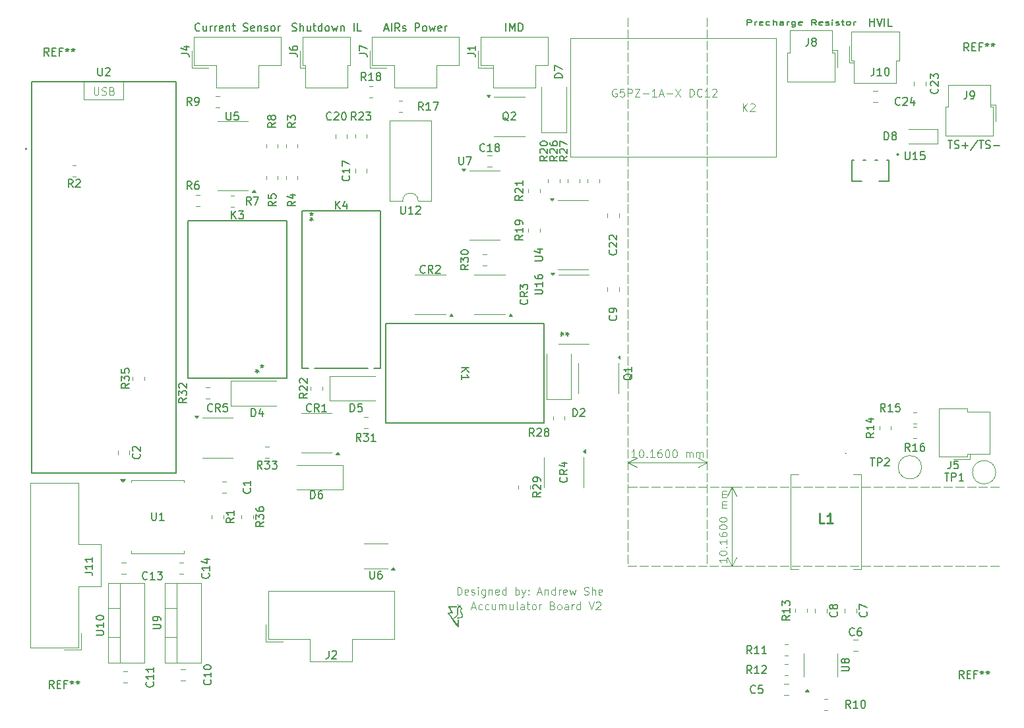
<source format=gbr>
%TF.GenerationSoftware,KiCad,Pcbnew,8.0.4*%
%TF.CreationDate,2025-02-24T12:54:05-08:00*%
%TF.ProjectId,Accumulator_Board,41636375-6d75-46c6-9174-6f725f426f61,rev?*%
%TF.SameCoordinates,Original*%
%TF.FileFunction,Legend,Top*%
%TF.FilePolarity,Positive*%
%FSLAX46Y46*%
G04 Gerber Fmt 4.6, Leading zero omitted, Abs format (unit mm)*
G04 Created by KiCad (PCBNEW 8.0.4) date 2025-02-24 12:54:05*
%MOMM*%
%LPD*%
G01*
G04 APERTURE LIST*
%ADD10C,0.100000*%
%ADD11C,0.150000*%
%ADD12C,0.254000*%
%ADD13C,0.000000*%
%ADD14C,0.120000*%
%ADD15C,0.127000*%
%ADD16C,0.200000*%
%ADD17C,0.152400*%
G04 APERTURE END LIST*
D10*
X79043884Y-95757419D02*
X79043884Y-94757419D01*
X79043884Y-94757419D02*
X79281979Y-94757419D01*
X79281979Y-94757419D02*
X79424836Y-94805038D01*
X79424836Y-94805038D02*
X79520074Y-94900276D01*
X79520074Y-94900276D02*
X79567693Y-94995514D01*
X79567693Y-94995514D02*
X79615312Y-95185990D01*
X79615312Y-95185990D02*
X79615312Y-95328847D01*
X79615312Y-95328847D02*
X79567693Y-95519323D01*
X79567693Y-95519323D02*
X79520074Y-95614561D01*
X79520074Y-95614561D02*
X79424836Y-95709800D01*
X79424836Y-95709800D02*
X79281979Y-95757419D01*
X79281979Y-95757419D02*
X79043884Y-95757419D01*
X80424836Y-95709800D02*
X80329598Y-95757419D01*
X80329598Y-95757419D02*
X80139122Y-95757419D01*
X80139122Y-95757419D02*
X80043884Y-95709800D01*
X80043884Y-95709800D02*
X79996265Y-95614561D01*
X79996265Y-95614561D02*
X79996265Y-95233609D01*
X79996265Y-95233609D02*
X80043884Y-95138371D01*
X80043884Y-95138371D02*
X80139122Y-95090752D01*
X80139122Y-95090752D02*
X80329598Y-95090752D01*
X80329598Y-95090752D02*
X80424836Y-95138371D01*
X80424836Y-95138371D02*
X80472455Y-95233609D01*
X80472455Y-95233609D02*
X80472455Y-95328847D01*
X80472455Y-95328847D02*
X79996265Y-95424085D01*
X80853408Y-95709800D02*
X80948646Y-95757419D01*
X80948646Y-95757419D02*
X81139122Y-95757419D01*
X81139122Y-95757419D02*
X81234360Y-95709800D01*
X81234360Y-95709800D02*
X81281979Y-95614561D01*
X81281979Y-95614561D02*
X81281979Y-95566942D01*
X81281979Y-95566942D02*
X81234360Y-95471704D01*
X81234360Y-95471704D02*
X81139122Y-95424085D01*
X81139122Y-95424085D02*
X80996265Y-95424085D01*
X80996265Y-95424085D02*
X80901027Y-95376466D01*
X80901027Y-95376466D02*
X80853408Y-95281228D01*
X80853408Y-95281228D02*
X80853408Y-95233609D01*
X80853408Y-95233609D02*
X80901027Y-95138371D01*
X80901027Y-95138371D02*
X80996265Y-95090752D01*
X80996265Y-95090752D02*
X81139122Y-95090752D01*
X81139122Y-95090752D02*
X81234360Y-95138371D01*
X81710551Y-95757419D02*
X81710551Y-95090752D01*
X81710551Y-94757419D02*
X81662932Y-94805038D01*
X81662932Y-94805038D02*
X81710551Y-94852657D01*
X81710551Y-94852657D02*
X81758170Y-94805038D01*
X81758170Y-94805038D02*
X81710551Y-94757419D01*
X81710551Y-94757419D02*
X81710551Y-94852657D01*
X82615312Y-95090752D02*
X82615312Y-95900276D01*
X82615312Y-95900276D02*
X82567693Y-95995514D01*
X82567693Y-95995514D02*
X82520074Y-96043133D01*
X82520074Y-96043133D02*
X82424836Y-96090752D01*
X82424836Y-96090752D02*
X82281979Y-96090752D01*
X82281979Y-96090752D02*
X82186741Y-96043133D01*
X82615312Y-95709800D02*
X82520074Y-95757419D01*
X82520074Y-95757419D02*
X82329598Y-95757419D01*
X82329598Y-95757419D02*
X82234360Y-95709800D01*
X82234360Y-95709800D02*
X82186741Y-95662180D01*
X82186741Y-95662180D02*
X82139122Y-95566942D01*
X82139122Y-95566942D02*
X82139122Y-95281228D01*
X82139122Y-95281228D02*
X82186741Y-95185990D01*
X82186741Y-95185990D02*
X82234360Y-95138371D01*
X82234360Y-95138371D02*
X82329598Y-95090752D01*
X82329598Y-95090752D02*
X82520074Y-95090752D01*
X82520074Y-95090752D02*
X82615312Y-95138371D01*
X83091503Y-95090752D02*
X83091503Y-95757419D01*
X83091503Y-95185990D02*
X83139122Y-95138371D01*
X83139122Y-95138371D02*
X83234360Y-95090752D01*
X83234360Y-95090752D02*
X83377217Y-95090752D01*
X83377217Y-95090752D02*
X83472455Y-95138371D01*
X83472455Y-95138371D02*
X83520074Y-95233609D01*
X83520074Y-95233609D02*
X83520074Y-95757419D01*
X84377217Y-95709800D02*
X84281979Y-95757419D01*
X84281979Y-95757419D02*
X84091503Y-95757419D01*
X84091503Y-95757419D02*
X83996265Y-95709800D01*
X83996265Y-95709800D02*
X83948646Y-95614561D01*
X83948646Y-95614561D02*
X83948646Y-95233609D01*
X83948646Y-95233609D02*
X83996265Y-95138371D01*
X83996265Y-95138371D02*
X84091503Y-95090752D01*
X84091503Y-95090752D02*
X84281979Y-95090752D01*
X84281979Y-95090752D02*
X84377217Y-95138371D01*
X84377217Y-95138371D02*
X84424836Y-95233609D01*
X84424836Y-95233609D02*
X84424836Y-95328847D01*
X84424836Y-95328847D02*
X83948646Y-95424085D01*
X85281979Y-95757419D02*
X85281979Y-94757419D01*
X85281979Y-95709800D02*
X85186741Y-95757419D01*
X85186741Y-95757419D02*
X84996265Y-95757419D01*
X84996265Y-95757419D02*
X84901027Y-95709800D01*
X84901027Y-95709800D02*
X84853408Y-95662180D01*
X84853408Y-95662180D02*
X84805789Y-95566942D01*
X84805789Y-95566942D02*
X84805789Y-95281228D01*
X84805789Y-95281228D02*
X84853408Y-95185990D01*
X84853408Y-95185990D02*
X84901027Y-95138371D01*
X84901027Y-95138371D02*
X84996265Y-95090752D01*
X84996265Y-95090752D02*
X85186741Y-95090752D01*
X85186741Y-95090752D02*
X85281979Y-95138371D01*
X86520075Y-95757419D02*
X86520075Y-94757419D01*
X86520075Y-95138371D02*
X86615313Y-95090752D01*
X86615313Y-95090752D02*
X86805789Y-95090752D01*
X86805789Y-95090752D02*
X86901027Y-95138371D01*
X86901027Y-95138371D02*
X86948646Y-95185990D01*
X86948646Y-95185990D02*
X86996265Y-95281228D01*
X86996265Y-95281228D02*
X86996265Y-95566942D01*
X86996265Y-95566942D02*
X86948646Y-95662180D01*
X86948646Y-95662180D02*
X86901027Y-95709800D01*
X86901027Y-95709800D02*
X86805789Y-95757419D01*
X86805789Y-95757419D02*
X86615313Y-95757419D01*
X86615313Y-95757419D02*
X86520075Y-95709800D01*
X87329599Y-95090752D02*
X87567694Y-95757419D01*
X87805789Y-95090752D02*
X87567694Y-95757419D01*
X87567694Y-95757419D02*
X87472456Y-95995514D01*
X87472456Y-95995514D02*
X87424837Y-96043133D01*
X87424837Y-96043133D02*
X87329599Y-96090752D01*
X88186742Y-95662180D02*
X88234361Y-95709800D01*
X88234361Y-95709800D02*
X88186742Y-95757419D01*
X88186742Y-95757419D02*
X88139123Y-95709800D01*
X88139123Y-95709800D02*
X88186742Y-95662180D01*
X88186742Y-95662180D02*
X88186742Y-95757419D01*
X88186742Y-95138371D02*
X88234361Y-95185990D01*
X88234361Y-95185990D02*
X88186742Y-95233609D01*
X88186742Y-95233609D02*
X88139123Y-95185990D01*
X88139123Y-95185990D02*
X88186742Y-95138371D01*
X88186742Y-95138371D02*
X88186742Y-95233609D01*
X89377218Y-95471704D02*
X89853408Y-95471704D01*
X89281980Y-95757419D02*
X89615313Y-94757419D01*
X89615313Y-94757419D02*
X89948646Y-95757419D01*
X90281980Y-95090752D02*
X90281980Y-95757419D01*
X90281980Y-95185990D02*
X90329599Y-95138371D01*
X90329599Y-95138371D02*
X90424837Y-95090752D01*
X90424837Y-95090752D02*
X90567694Y-95090752D01*
X90567694Y-95090752D02*
X90662932Y-95138371D01*
X90662932Y-95138371D02*
X90710551Y-95233609D01*
X90710551Y-95233609D02*
X90710551Y-95757419D01*
X91615313Y-95757419D02*
X91615313Y-94757419D01*
X91615313Y-95709800D02*
X91520075Y-95757419D01*
X91520075Y-95757419D02*
X91329599Y-95757419D01*
X91329599Y-95757419D02*
X91234361Y-95709800D01*
X91234361Y-95709800D02*
X91186742Y-95662180D01*
X91186742Y-95662180D02*
X91139123Y-95566942D01*
X91139123Y-95566942D02*
X91139123Y-95281228D01*
X91139123Y-95281228D02*
X91186742Y-95185990D01*
X91186742Y-95185990D02*
X91234361Y-95138371D01*
X91234361Y-95138371D02*
X91329599Y-95090752D01*
X91329599Y-95090752D02*
X91520075Y-95090752D01*
X91520075Y-95090752D02*
X91615313Y-95138371D01*
X92091504Y-95757419D02*
X92091504Y-95090752D01*
X92091504Y-95281228D02*
X92139123Y-95185990D01*
X92139123Y-95185990D02*
X92186742Y-95138371D01*
X92186742Y-95138371D02*
X92281980Y-95090752D01*
X92281980Y-95090752D02*
X92377218Y-95090752D01*
X93091504Y-95709800D02*
X92996266Y-95757419D01*
X92996266Y-95757419D02*
X92805790Y-95757419D01*
X92805790Y-95757419D02*
X92710552Y-95709800D01*
X92710552Y-95709800D02*
X92662933Y-95614561D01*
X92662933Y-95614561D02*
X92662933Y-95233609D01*
X92662933Y-95233609D02*
X92710552Y-95138371D01*
X92710552Y-95138371D02*
X92805790Y-95090752D01*
X92805790Y-95090752D02*
X92996266Y-95090752D01*
X92996266Y-95090752D02*
X93091504Y-95138371D01*
X93091504Y-95138371D02*
X93139123Y-95233609D01*
X93139123Y-95233609D02*
X93139123Y-95328847D01*
X93139123Y-95328847D02*
X92662933Y-95424085D01*
X93472457Y-95090752D02*
X93662933Y-95757419D01*
X93662933Y-95757419D02*
X93853409Y-95281228D01*
X93853409Y-95281228D02*
X94043885Y-95757419D01*
X94043885Y-95757419D02*
X94234361Y-95090752D01*
X95329600Y-95709800D02*
X95472457Y-95757419D01*
X95472457Y-95757419D02*
X95710552Y-95757419D01*
X95710552Y-95757419D02*
X95805790Y-95709800D01*
X95805790Y-95709800D02*
X95853409Y-95662180D01*
X95853409Y-95662180D02*
X95901028Y-95566942D01*
X95901028Y-95566942D02*
X95901028Y-95471704D01*
X95901028Y-95471704D02*
X95853409Y-95376466D01*
X95853409Y-95376466D02*
X95805790Y-95328847D01*
X95805790Y-95328847D02*
X95710552Y-95281228D01*
X95710552Y-95281228D02*
X95520076Y-95233609D01*
X95520076Y-95233609D02*
X95424838Y-95185990D01*
X95424838Y-95185990D02*
X95377219Y-95138371D01*
X95377219Y-95138371D02*
X95329600Y-95043133D01*
X95329600Y-95043133D02*
X95329600Y-94947895D01*
X95329600Y-94947895D02*
X95377219Y-94852657D01*
X95377219Y-94852657D02*
X95424838Y-94805038D01*
X95424838Y-94805038D02*
X95520076Y-94757419D01*
X95520076Y-94757419D02*
X95758171Y-94757419D01*
X95758171Y-94757419D02*
X95901028Y-94805038D01*
X96329600Y-95757419D02*
X96329600Y-94757419D01*
X96758171Y-95757419D02*
X96758171Y-95233609D01*
X96758171Y-95233609D02*
X96710552Y-95138371D01*
X96710552Y-95138371D02*
X96615314Y-95090752D01*
X96615314Y-95090752D02*
X96472457Y-95090752D01*
X96472457Y-95090752D02*
X96377219Y-95138371D01*
X96377219Y-95138371D02*
X96329600Y-95185990D01*
X97615314Y-95709800D02*
X97520076Y-95757419D01*
X97520076Y-95757419D02*
X97329600Y-95757419D01*
X97329600Y-95757419D02*
X97234362Y-95709800D01*
X97234362Y-95709800D02*
X97186743Y-95614561D01*
X97186743Y-95614561D02*
X97186743Y-95233609D01*
X97186743Y-95233609D02*
X97234362Y-95138371D01*
X97234362Y-95138371D02*
X97329600Y-95090752D01*
X97329600Y-95090752D02*
X97520076Y-95090752D01*
X97520076Y-95090752D02*
X97615314Y-95138371D01*
X97615314Y-95138371D02*
X97662933Y-95233609D01*
X97662933Y-95233609D02*
X97662933Y-95328847D01*
X97662933Y-95328847D02*
X97186743Y-95424085D01*
X80901265Y-97376704D02*
X81377455Y-97376704D01*
X80806027Y-97662419D02*
X81139360Y-96662419D01*
X81139360Y-96662419D02*
X81472693Y-97662419D01*
X82234598Y-97614800D02*
X82139360Y-97662419D01*
X82139360Y-97662419D02*
X81948884Y-97662419D01*
X81948884Y-97662419D02*
X81853646Y-97614800D01*
X81853646Y-97614800D02*
X81806027Y-97567180D01*
X81806027Y-97567180D02*
X81758408Y-97471942D01*
X81758408Y-97471942D02*
X81758408Y-97186228D01*
X81758408Y-97186228D02*
X81806027Y-97090990D01*
X81806027Y-97090990D02*
X81853646Y-97043371D01*
X81853646Y-97043371D02*
X81948884Y-96995752D01*
X81948884Y-96995752D02*
X82139360Y-96995752D01*
X82139360Y-96995752D02*
X82234598Y-97043371D01*
X83091741Y-97614800D02*
X82996503Y-97662419D01*
X82996503Y-97662419D02*
X82806027Y-97662419D01*
X82806027Y-97662419D02*
X82710789Y-97614800D01*
X82710789Y-97614800D02*
X82663170Y-97567180D01*
X82663170Y-97567180D02*
X82615551Y-97471942D01*
X82615551Y-97471942D02*
X82615551Y-97186228D01*
X82615551Y-97186228D02*
X82663170Y-97090990D01*
X82663170Y-97090990D02*
X82710789Y-97043371D01*
X82710789Y-97043371D02*
X82806027Y-96995752D01*
X82806027Y-96995752D02*
X82996503Y-96995752D01*
X82996503Y-96995752D02*
X83091741Y-97043371D01*
X83948884Y-96995752D02*
X83948884Y-97662419D01*
X83520313Y-96995752D02*
X83520313Y-97519561D01*
X83520313Y-97519561D02*
X83567932Y-97614800D01*
X83567932Y-97614800D02*
X83663170Y-97662419D01*
X83663170Y-97662419D02*
X83806027Y-97662419D01*
X83806027Y-97662419D02*
X83901265Y-97614800D01*
X83901265Y-97614800D02*
X83948884Y-97567180D01*
X84425075Y-97662419D02*
X84425075Y-96995752D01*
X84425075Y-97090990D02*
X84472694Y-97043371D01*
X84472694Y-97043371D02*
X84567932Y-96995752D01*
X84567932Y-96995752D02*
X84710789Y-96995752D01*
X84710789Y-96995752D02*
X84806027Y-97043371D01*
X84806027Y-97043371D02*
X84853646Y-97138609D01*
X84853646Y-97138609D02*
X84853646Y-97662419D01*
X84853646Y-97138609D02*
X84901265Y-97043371D01*
X84901265Y-97043371D02*
X84996503Y-96995752D01*
X84996503Y-96995752D02*
X85139360Y-96995752D01*
X85139360Y-96995752D02*
X85234599Y-97043371D01*
X85234599Y-97043371D02*
X85282218Y-97138609D01*
X85282218Y-97138609D02*
X85282218Y-97662419D01*
X86186979Y-96995752D02*
X86186979Y-97662419D01*
X85758408Y-96995752D02*
X85758408Y-97519561D01*
X85758408Y-97519561D02*
X85806027Y-97614800D01*
X85806027Y-97614800D02*
X85901265Y-97662419D01*
X85901265Y-97662419D02*
X86044122Y-97662419D01*
X86044122Y-97662419D02*
X86139360Y-97614800D01*
X86139360Y-97614800D02*
X86186979Y-97567180D01*
X86806027Y-97662419D02*
X86710789Y-97614800D01*
X86710789Y-97614800D02*
X86663170Y-97519561D01*
X86663170Y-97519561D02*
X86663170Y-96662419D01*
X87615551Y-97662419D02*
X87615551Y-97138609D01*
X87615551Y-97138609D02*
X87567932Y-97043371D01*
X87567932Y-97043371D02*
X87472694Y-96995752D01*
X87472694Y-96995752D02*
X87282218Y-96995752D01*
X87282218Y-96995752D02*
X87186980Y-97043371D01*
X87615551Y-97614800D02*
X87520313Y-97662419D01*
X87520313Y-97662419D02*
X87282218Y-97662419D01*
X87282218Y-97662419D02*
X87186980Y-97614800D01*
X87186980Y-97614800D02*
X87139361Y-97519561D01*
X87139361Y-97519561D02*
X87139361Y-97424323D01*
X87139361Y-97424323D02*
X87186980Y-97329085D01*
X87186980Y-97329085D02*
X87282218Y-97281466D01*
X87282218Y-97281466D02*
X87520313Y-97281466D01*
X87520313Y-97281466D02*
X87615551Y-97233847D01*
X87948885Y-96995752D02*
X88329837Y-96995752D01*
X88091742Y-96662419D02*
X88091742Y-97519561D01*
X88091742Y-97519561D02*
X88139361Y-97614800D01*
X88139361Y-97614800D02*
X88234599Y-97662419D01*
X88234599Y-97662419D02*
X88329837Y-97662419D01*
X88806028Y-97662419D02*
X88710790Y-97614800D01*
X88710790Y-97614800D02*
X88663171Y-97567180D01*
X88663171Y-97567180D02*
X88615552Y-97471942D01*
X88615552Y-97471942D02*
X88615552Y-97186228D01*
X88615552Y-97186228D02*
X88663171Y-97090990D01*
X88663171Y-97090990D02*
X88710790Y-97043371D01*
X88710790Y-97043371D02*
X88806028Y-96995752D01*
X88806028Y-96995752D02*
X88948885Y-96995752D01*
X88948885Y-96995752D02*
X89044123Y-97043371D01*
X89044123Y-97043371D02*
X89091742Y-97090990D01*
X89091742Y-97090990D02*
X89139361Y-97186228D01*
X89139361Y-97186228D02*
X89139361Y-97471942D01*
X89139361Y-97471942D02*
X89091742Y-97567180D01*
X89091742Y-97567180D02*
X89044123Y-97614800D01*
X89044123Y-97614800D02*
X88948885Y-97662419D01*
X88948885Y-97662419D02*
X88806028Y-97662419D01*
X89567933Y-97662419D02*
X89567933Y-96995752D01*
X89567933Y-97186228D02*
X89615552Y-97090990D01*
X89615552Y-97090990D02*
X89663171Y-97043371D01*
X89663171Y-97043371D02*
X89758409Y-96995752D01*
X89758409Y-96995752D02*
X89853647Y-96995752D01*
X91282219Y-97138609D02*
X91425076Y-97186228D01*
X91425076Y-97186228D02*
X91472695Y-97233847D01*
X91472695Y-97233847D02*
X91520314Y-97329085D01*
X91520314Y-97329085D02*
X91520314Y-97471942D01*
X91520314Y-97471942D02*
X91472695Y-97567180D01*
X91472695Y-97567180D02*
X91425076Y-97614800D01*
X91425076Y-97614800D02*
X91329838Y-97662419D01*
X91329838Y-97662419D02*
X90948886Y-97662419D01*
X90948886Y-97662419D02*
X90948886Y-96662419D01*
X90948886Y-96662419D02*
X91282219Y-96662419D01*
X91282219Y-96662419D02*
X91377457Y-96710038D01*
X91377457Y-96710038D02*
X91425076Y-96757657D01*
X91425076Y-96757657D02*
X91472695Y-96852895D01*
X91472695Y-96852895D02*
X91472695Y-96948133D01*
X91472695Y-96948133D02*
X91425076Y-97043371D01*
X91425076Y-97043371D02*
X91377457Y-97090990D01*
X91377457Y-97090990D02*
X91282219Y-97138609D01*
X91282219Y-97138609D02*
X90948886Y-97138609D01*
X92091743Y-97662419D02*
X91996505Y-97614800D01*
X91996505Y-97614800D02*
X91948886Y-97567180D01*
X91948886Y-97567180D02*
X91901267Y-97471942D01*
X91901267Y-97471942D02*
X91901267Y-97186228D01*
X91901267Y-97186228D02*
X91948886Y-97090990D01*
X91948886Y-97090990D02*
X91996505Y-97043371D01*
X91996505Y-97043371D02*
X92091743Y-96995752D01*
X92091743Y-96995752D02*
X92234600Y-96995752D01*
X92234600Y-96995752D02*
X92329838Y-97043371D01*
X92329838Y-97043371D02*
X92377457Y-97090990D01*
X92377457Y-97090990D02*
X92425076Y-97186228D01*
X92425076Y-97186228D02*
X92425076Y-97471942D01*
X92425076Y-97471942D02*
X92377457Y-97567180D01*
X92377457Y-97567180D02*
X92329838Y-97614800D01*
X92329838Y-97614800D02*
X92234600Y-97662419D01*
X92234600Y-97662419D02*
X92091743Y-97662419D01*
X93282219Y-97662419D02*
X93282219Y-97138609D01*
X93282219Y-97138609D02*
X93234600Y-97043371D01*
X93234600Y-97043371D02*
X93139362Y-96995752D01*
X93139362Y-96995752D02*
X92948886Y-96995752D01*
X92948886Y-96995752D02*
X92853648Y-97043371D01*
X93282219Y-97614800D02*
X93186981Y-97662419D01*
X93186981Y-97662419D02*
X92948886Y-97662419D01*
X92948886Y-97662419D02*
X92853648Y-97614800D01*
X92853648Y-97614800D02*
X92806029Y-97519561D01*
X92806029Y-97519561D02*
X92806029Y-97424323D01*
X92806029Y-97424323D02*
X92853648Y-97329085D01*
X92853648Y-97329085D02*
X92948886Y-97281466D01*
X92948886Y-97281466D02*
X93186981Y-97281466D01*
X93186981Y-97281466D02*
X93282219Y-97233847D01*
X93758410Y-97662419D02*
X93758410Y-96995752D01*
X93758410Y-97186228D02*
X93806029Y-97090990D01*
X93806029Y-97090990D02*
X93853648Y-97043371D01*
X93853648Y-97043371D02*
X93948886Y-96995752D01*
X93948886Y-96995752D02*
X94044124Y-96995752D01*
X94806029Y-97662419D02*
X94806029Y-96662419D01*
X94806029Y-97614800D02*
X94710791Y-97662419D01*
X94710791Y-97662419D02*
X94520315Y-97662419D01*
X94520315Y-97662419D02*
X94425077Y-97614800D01*
X94425077Y-97614800D02*
X94377458Y-97567180D01*
X94377458Y-97567180D02*
X94329839Y-97471942D01*
X94329839Y-97471942D02*
X94329839Y-97186228D01*
X94329839Y-97186228D02*
X94377458Y-97090990D01*
X94377458Y-97090990D02*
X94425077Y-97043371D01*
X94425077Y-97043371D02*
X94520315Y-96995752D01*
X94520315Y-96995752D02*
X94710791Y-96995752D01*
X94710791Y-96995752D02*
X94806029Y-97043371D01*
X95901268Y-96662419D02*
X96234601Y-97662419D01*
X96234601Y-97662419D02*
X96567934Y-96662419D01*
X96853649Y-96757657D02*
X96901268Y-96710038D01*
X96901268Y-96710038D02*
X96996506Y-96662419D01*
X96996506Y-96662419D02*
X97234601Y-96662419D01*
X97234601Y-96662419D02*
X97329839Y-96710038D01*
X97329839Y-96710038D02*
X97377458Y-96757657D01*
X97377458Y-96757657D02*
X97425077Y-96852895D01*
X97425077Y-96852895D02*
X97425077Y-96948133D01*
X97425077Y-96948133D02*
X97377458Y-97090990D01*
X97377458Y-97090990D02*
X96806030Y-97662419D01*
X96806030Y-97662419D02*
X97425077Y-97662419D01*
X111125000Y-21590000D02*
X111125000Y-22690000D01*
X111125000Y-23090000D02*
X111125000Y-24190000D01*
X111125000Y-24590000D02*
X111125000Y-25690000D01*
X111125000Y-26090000D02*
X111125000Y-27190000D01*
X111125000Y-27590000D02*
X111125000Y-28690000D01*
X111125000Y-29090000D02*
X111125000Y-30190000D01*
X111125000Y-30590000D02*
X111125000Y-31690000D01*
X111125000Y-32090000D02*
X111125000Y-33190000D01*
X111125000Y-33590000D02*
X111125000Y-34690000D01*
X111125000Y-35090000D02*
X111125000Y-36190000D01*
X111125000Y-36590000D02*
X111125000Y-37690000D01*
X111125000Y-38090000D02*
X111125000Y-39190000D01*
X111125000Y-39590000D02*
X111125000Y-40690000D01*
X111125000Y-41090000D02*
X111125000Y-42190000D01*
X111125000Y-42590000D02*
X111125000Y-43690000D01*
X111125000Y-44090000D02*
X111125000Y-45190000D01*
X111125000Y-45590000D02*
X111125000Y-46690000D01*
X111125000Y-47090000D02*
X111125000Y-48190000D01*
X111125000Y-48590000D02*
X111125000Y-49690000D01*
X111125000Y-50090000D02*
X111125000Y-51190000D01*
X111125000Y-51590000D02*
X111125000Y-52690000D01*
X111125000Y-53090000D02*
X111125000Y-54190000D01*
X111125000Y-54590000D02*
X111125000Y-55690000D01*
X111125000Y-56090000D02*
X111125000Y-57190000D01*
X111125000Y-57590000D02*
X111125000Y-58690000D01*
X111125000Y-59090000D02*
X111125000Y-60190000D01*
X111125000Y-60590000D02*
X111125000Y-61690000D01*
X111125000Y-62090000D02*
X111125000Y-63190000D01*
X111125000Y-63590000D02*
X111125000Y-64690000D01*
X111125000Y-65090000D02*
X111125000Y-66190000D01*
X111125000Y-66590000D02*
X111125000Y-67690000D01*
X111125000Y-68090000D02*
X111125000Y-69190000D01*
X111125000Y-69590000D02*
X111125000Y-70690000D01*
X111125000Y-71090000D02*
X111125000Y-72190000D01*
X111125000Y-72590000D02*
X111125000Y-73690000D01*
X111125000Y-74090000D02*
X111125000Y-75190000D01*
X111125000Y-75590000D02*
X111125000Y-76690000D01*
X111125000Y-77090000D02*
X111125000Y-78190000D01*
X111125000Y-78590000D02*
X111125000Y-79690000D01*
X111125000Y-80090000D02*
X111125000Y-81190000D01*
X111125000Y-81590000D02*
X111125000Y-82690000D01*
X111125000Y-83090000D02*
X111125000Y-84190000D01*
X111125000Y-84590000D02*
X111125000Y-85690000D01*
X111125000Y-86090000D02*
X111125000Y-87190000D01*
X111125000Y-87590000D02*
X111125000Y-88690000D01*
X111125000Y-89090000D02*
X111125000Y-90190000D01*
X111125000Y-90590000D02*
X111125000Y-91690000D01*
X100965000Y-21590000D02*
X100965000Y-22690000D01*
X100965000Y-23090000D02*
X100965000Y-24190000D01*
X100965000Y-24590000D02*
X100965000Y-25690000D01*
X100965000Y-26090000D02*
X100965000Y-27190000D01*
X100965000Y-27590000D02*
X100965000Y-28690000D01*
X100965000Y-29090000D02*
X100965000Y-30190000D01*
X100965000Y-30590000D02*
X100965000Y-31690000D01*
X100965000Y-32090000D02*
X100965000Y-33190000D01*
X100965000Y-33590000D02*
X100965000Y-34690000D01*
X100965000Y-35090000D02*
X100965000Y-36190000D01*
X100965000Y-36590000D02*
X100965000Y-37690000D01*
X100965000Y-38090000D02*
X100965000Y-39190000D01*
X100965000Y-39590000D02*
X100965000Y-40690000D01*
X100965000Y-41090000D02*
X100965000Y-42190000D01*
X100965000Y-42590000D02*
X100965000Y-43690000D01*
X100965000Y-44090000D02*
X100965000Y-45190000D01*
X100965000Y-45590000D02*
X100965000Y-46690000D01*
X100965000Y-47090000D02*
X100965000Y-48190000D01*
X100965000Y-48590000D02*
X100965000Y-49690000D01*
X100965000Y-50090000D02*
X100965000Y-51190000D01*
X100965000Y-51590000D02*
X100965000Y-52690000D01*
X100965000Y-53090000D02*
X100965000Y-54190000D01*
X100965000Y-54590000D02*
X100965000Y-55690000D01*
X100965000Y-56090000D02*
X100965000Y-57190000D01*
X100965000Y-57590000D02*
X100965000Y-58690000D01*
X100965000Y-59090000D02*
X100965000Y-60190000D01*
X100965000Y-60590000D02*
X100965000Y-61690000D01*
X100965000Y-62090000D02*
X100965000Y-63190000D01*
X100965000Y-63590000D02*
X100965000Y-64690000D01*
X100965000Y-65090000D02*
X100965000Y-66190000D01*
X100965000Y-66590000D02*
X100965000Y-67690000D01*
X100965000Y-68090000D02*
X100965000Y-69190000D01*
X100965000Y-69590000D02*
X100965000Y-70690000D01*
X100965000Y-71090000D02*
X100965000Y-72190000D01*
X100965000Y-72590000D02*
X100965000Y-73690000D01*
X100965000Y-74090000D02*
X100965000Y-75190000D01*
X100965000Y-75590000D02*
X100965000Y-76690000D01*
X100965000Y-77090000D02*
X100965000Y-78190000D01*
X100965000Y-78590000D02*
X100965000Y-79690000D01*
X100965000Y-80090000D02*
X100965000Y-81190000D01*
X100965000Y-81590000D02*
X100965000Y-82690000D01*
X100965000Y-83090000D02*
X100965000Y-84190000D01*
X100965000Y-84590000D02*
X100965000Y-85690000D01*
X100965000Y-86090000D02*
X100965000Y-87190000D01*
X100965000Y-87590000D02*
X100965000Y-88690000D01*
X100965000Y-89090000D02*
X100965000Y-90190000D01*
X100965000Y-90590000D02*
X100965000Y-91690000D01*
X100965000Y-92075000D02*
X102065000Y-92075000D01*
X102465000Y-92075000D02*
X103565000Y-92075000D01*
X103965000Y-92075000D02*
X105065000Y-92075000D01*
X105465000Y-92075000D02*
X106565000Y-92075000D01*
X106965000Y-92075000D02*
X108065000Y-92075000D01*
X108465000Y-92075000D02*
X109565000Y-92075000D01*
X109965000Y-92075000D02*
X111065000Y-92075000D01*
X111465000Y-92075000D02*
X112565000Y-92075000D01*
X112965000Y-92075000D02*
X114065000Y-92075000D01*
X114465000Y-92075000D02*
X115565000Y-92075000D01*
X115965000Y-92075000D02*
X117065000Y-92075000D01*
X117465000Y-92075000D02*
X118565000Y-92075000D01*
X118965000Y-92075000D02*
X120065000Y-92075000D01*
X120465000Y-92075000D02*
X121565000Y-92075000D01*
X121965000Y-92075000D02*
X123065000Y-92075000D01*
X123465000Y-92075000D02*
X124565000Y-92075000D01*
X124965000Y-92075000D02*
X126065000Y-92075000D01*
X126465000Y-92075000D02*
X127565000Y-92075000D01*
X127965000Y-92075000D02*
X129065000Y-92075000D01*
X129465000Y-92075000D02*
X130565000Y-92075000D01*
X130965000Y-92075000D02*
X132065000Y-92075000D01*
X132465000Y-92075000D02*
X133565000Y-92075000D01*
X133965000Y-92075000D02*
X135065000Y-92075000D01*
X135465000Y-92075000D02*
X136565000Y-92075000D01*
X136965000Y-92075000D02*
X138065000Y-92075000D01*
X138465000Y-92075000D02*
X139565000Y-92075000D01*
X139965000Y-92075000D02*
X141065000Y-92075000D01*
X141465000Y-92075000D02*
X142565000Y-92075000D01*
X142965000Y-92075000D02*
X144065000Y-92075000D01*
X144465000Y-92075000D02*
X145565000Y-92075000D01*
X145965000Y-92075000D02*
X147065000Y-92075000D01*
X147465000Y-92075000D02*
X148565000Y-92075000D01*
X148590000Y-81915000D02*
X147490000Y-81915000D01*
X147090000Y-81915000D02*
X145990000Y-81915000D01*
X145590000Y-81915000D02*
X144490000Y-81915000D01*
X144090000Y-81915000D02*
X142990000Y-81915000D01*
X142590000Y-81915000D02*
X141490000Y-81915000D01*
X141090000Y-81915000D02*
X139990000Y-81915000D01*
X139590000Y-81915000D02*
X138490000Y-81915000D01*
X138090000Y-81915000D02*
X136990000Y-81915000D01*
X136590000Y-81915000D02*
X135490000Y-81915000D01*
X135090000Y-81915000D02*
X133990000Y-81915000D01*
X133590000Y-81915000D02*
X132490000Y-81915000D01*
X132090000Y-81915000D02*
X130990000Y-81915000D01*
X130590000Y-81915000D02*
X129490000Y-81915000D01*
X129090000Y-81915000D02*
X127990000Y-81915000D01*
X127590000Y-81915000D02*
X126490000Y-81915000D01*
X126090000Y-81915000D02*
X124990000Y-81915000D01*
X124590000Y-81915000D02*
X123490000Y-81915000D01*
X123090000Y-81915000D02*
X121990000Y-81915000D01*
X121590000Y-81915000D02*
X120490000Y-81915000D01*
X120090000Y-81915000D02*
X118990000Y-81915000D01*
X118590000Y-81915000D02*
X117490000Y-81915000D01*
X117090000Y-81915000D02*
X115990000Y-81915000D01*
X115590000Y-81915000D02*
X114490000Y-81915000D01*
X114090000Y-81915000D02*
X112990000Y-81915000D01*
X112590000Y-81915000D02*
X111490000Y-81915000D01*
X111090000Y-81915000D02*
X109990000Y-81915000D01*
X109590000Y-81915000D02*
X108490000Y-81915000D01*
X108090000Y-81915000D02*
X106990000Y-81915000D01*
X106590000Y-81915000D02*
X105490000Y-81915000D01*
X105090000Y-81915000D02*
X103990000Y-81915000D01*
X103590000Y-81915000D02*
X102490000Y-81915000D01*
X102090000Y-81915000D02*
X100990000Y-81915000D01*
X101997381Y-78097419D02*
X101425953Y-78097419D01*
X101711667Y-78097419D02*
X101711667Y-77097419D01*
X101711667Y-77097419D02*
X101616429Y-77240276D01*
X101616429Y-77240276D02*
X101521191Y-77335514D01*
X101521191Y-77335514D02*
X101425953Y-77383133D01*
X102616429Y-77097419D02*
X102711667Y-77097419D01*
X102711667Y-77097419D02*
X102806905Y-77145038D01*
X102806905Y-77145038D02*
X102854524Y-77192657D01*
X102854524Y-77192657D02*
X102902143Y-77287895D01*
X102902143Y-77287895D02*
X102949762Y-77478371D01*
X102949762Y-77478371D02*
X102949762Y-77716466D01*
X102949762Y-77716466D02*
X102902143Y-77906942D01*
X102902143Y-77906942D02*
X102854524Y-78002180D01*
X102854524Y-78002180D02*
X102806905Y-78049800D01*
X102806905Y-78049800D02*
X102711667Y-78097419D01*
X102711667Y-78097419D02*
X102616429Y-78097419D01*
X102616429Y-78097419D02*
X102521191Y-78049800D01*
X102521191Y-78049800D02*
X102473572Y-78002180D01*
X102473572Y-78002180D02*
X102425953Y-77906942D01*
X102425953Y-77906942D02*
X102378334Y-77716466D01*
X102378334Y-77716466D02*
X102378334Y-77478371D01*
X102378334Y-77478371D02*
X102425953Y-77287895D01*
X102425953Y-77287895D02*
X102473572Y-77192657D01*
X102473572Y-77192657D02*
X102521191Y-77145038D01*
X102521191Y-77145038D02*
X102616429Y-77097419D01*
X103378334Y-78002180D02*
X103425953Y-78049800D01*
X103425953Y-78049800D02*
X103378334Y-78097419D01*
X103378334Y-78097419D02*
X103330715Y-78049800D01*
X103330715Y-78049800D02*
X103378334Y-78002180D01*
X103378334Y-78002180D02*
X103378334Y-78097419D01*
X104378333Y-78097419D02*
X103806905Y-78097419D01*
X104092619Y-78097419D02*
X104092619Y-77097419D01*
X104092619Y-77097419D02*
X103997381Y-77240276D01*
X103997381Y-77240276D02*
X103902143Y-77335514D01*
X103902143Y-77335514D02*
X103806905Y-77383133D01*
X105235476Y-77097419D02*
X105045000Y-77097419D01*
X105045000Y-77097419D02*
X104949762Y-77145038D01*
X104949762Y-77145038D02*
X104902143Y-77192657D01*
X104902143Y-77192657D02*
X104806905Y-77335514D01*
X104806905Y-77335514D02*
X104759286Y-77525990D01*
X104759286Y-77525990D02*
X104759286Y-77906942D01*
X104759286Y-77906942D02*
X104806905Y-78002180D01*
X104806905Y-78002180D02*
X104854524Y-78049800D01*
X104854524Y-78049800D02*
X104949762Y-78097419D01*
X104949762Y-78097419D02*
X105140238Y-78097419D01*
X105140238Y-78097419D02*
X105235476Y-78049800D01*
X105235476Y-78049800D02*
X105283095Y-78002180D01*
X105283095Y-78002180D02*
X105330714Y-77906942D01*
X105330714Y-77906942D02*
X105330714Y-77668847D01*
X105330714Y-77668847D02*
X105283095Y-77573609D01*
X105283095Y-77573609D02*
X105235476Y-77525990D01*
X105235476Y-77525990D02*
X105140238Y-77478371D01*
X105140238Y-77478371D02*
X104949762Y-77478371D01*
X104949762Y-77478371D02*
X104854524Y-77525990D01*
X104854524Y-77525990D02*
X104806905Y-77573609D01*
X104806905Y-77573609D02*
X104759286Y-77668847D01*
X105949762Y-77097419D02*
X106045000Y-77097419D01*
X106045000Y-77097419D02*
X106140238Y-77145038D01*
X106140238Y-77145038D02*
X106187857Y-77192657D01*
X106187857Y-77192657D02*
X106235476Y-77287895D01*
X106235476Y-77287895D02*
X106283095Y-77478371D01*
X106283095Y-77478371D02*
X106283095Y-77716466D01*
X106283095Y-77716466D02*
X106235476Y-77906942D01*
X106235476Y-77906942D02*
X106187857Y-78002180D01*
X106187857Y-78002180D02*
X106140238Y-78049800D01*
X106140238Y-78049800D02*
X106045000Y-78097419D01*
X106045000Y-78097419D02*
X105949762Y-78097419D01*
X105949762Y-78097419D02*
X105854524Y-78049800D01*
X105854524Y-78049800D02*
X105806905Y-78002180D01*
X105806905Y-78002180D02*
X105759286Y-77906942D01*
X105759286Y-77906942D02*
X105711667Y-77716466D01*
X105711667Y-77716466D02*
X105711667Y-77478371D01*
X105711667Y-77478371D02*
X105759286Y-77287895D01*
X105759286Y-77287895D02*
X105806905Y-77192657D01*
X105806905Y-77192657D02*
X105854524Y-77145038D01*
X105854524Y-77145038D02*
X105949762Y-77097419D01*
X106902143Y-77097419D02*
X106997381Y-77097419D01*
X106997381Y-77097419D02*
X107092619Y-77145038D01*
X107092619Y-77145038D02*
X107140238Y-77192657D01*
X107140238Y-77192657D02*
X107187857Y-77287895D01*
X107187857Y-77287895D02*
X107235476Y-77478371D01*
X107235476Y-77478371D02*
X107235476Y-77716466D01*
X107235476Y-77716466D02*
X107187857Y-77906942D01*
X107187857Y-77906942D02*
X107140238Y-78002180D01*
X107140238Y-78002180D02*
X107092619Y-78049800D01*
X107092619Y-78049800D02*
X106997381Y-78097419D01*
X106997381Y-78097419D02*
X106902143Y-78097419D01*
X106902143Y-78097419D02*
X106806905Y-78049800D01*
X106806905Y-78049800D02*
X106759286Y-78002180D01*
X106759286Y-78002180D02*
X106711667Y-77906942D01*
X106711667Y-77906942D02*
X106664048Y-77716466D01*
X106664048Y-77716466D02*
X106664048Y-77478371D01*
X106664048Y-77478371D02*
X106711667Y-77287895D01*
X106711667Y-77287895D02*
X106759286Y-77192657D01*
X106759286Y-77192657D02*
X106806905Y-77145038D01*
X106806905Y-77145038D02*
X106902143Y-77097419D01*
X108425953Y-78097419D02*
X108425953Y-77430752D01*
X108425953Y-77525990D02*
X108473572Y-77478371D01*
X108473572Y-77478371D02*
X108568810Y-77430752D01*
X108568810Y-77430752D02*
X108711667Y-77430752D01*
X108711667Y-77430752D02*
X108806905Y-77478371D01*
X108806905Y-77478371D02*
X108854524Y-77573609D01*
X108854524Y-77573609D02*
X108854524Y-78097419D01*
X108854524Y-77573609D02*
X108902143Y-77478371D01*
X108902143Y-77478371D02*
X108997381Y-77430752D01*
X108997381Y-77430752D02*
X109140238Y-77430752D01*
X109140238Y-77430752D02*
X109235477Y-77478371D01*
X109235477Y-77478371D02*
X109283096Y-77573609D01*
X109283096Y-77573609D02*
X109283096Y-78097419D01*
X109759286Y-78097419D02*
X109759286Y-77430752D01*
X109759286Y-77525990D02*
X109806905Y-77478371D01*
X109806905Y-77478371D02*
X109902143Y-77430752D01*
X109902143Y-77430752D02*
X110045000Y-77430752D01*
X110045000Y-77430752D02*
X110140238Y-77478371D01*
X110140238Y-77478371D02*
X110187857Y-77573609D01*
X110187857Y-77573609D02*
X110187857Y-78097419D01*
X110187857Y-77573609D02*
X110235476Y-77478371D01*
X110235476Y-77478371D02*
X110330714Y-77430752D01*
X110330714Y-77430752D02*
X110473571Y-77430752D01*
X110473571Y-77430752D02*
X110568810Y-77478371D01*
X110568810Y-77478371D02*
X110616429Y-77573609D01*
X110616429Y-77573609D02*
X110616429Y-78097419D01*
X111125000Y-78605000D02*
X111125000Y-79326420D01*
X100965000Y-78605000D02*
X100965000Y-79326420D01*
X111125000Y-78740000D02*
X100965000Y-78740000D01*
X111125000Y-78740000D02*
X100965000Y-78740000D01*
X111125000Y-78740000D02*
X109998496Y-79326421D01*
X111125000Y-78740000D02*
X109998496Y-78153579D01*
X100965000Y-78740000D02*
X102091504Y-78153579D01*
X100965000Y-78740000D02*
X102091504Y-79326421D01*
X113657420Y-91042618D02*
X113657420Y-91614046D01*
X113657420Y-91328332D02*
X112657420Y-91328332D01*
X112657420Y-91328332D02*
X112800277Y-91423570D01*
X112800277Y-91423570D02*
X112895515Y-91518808D01*
X112895515Y-91518808D02*
X112943134Y-91614046D01*
X112657420Y-90423570D02*
X112657420Y-90328332D01*
X112657420Y-90328332D02*
X112705039Y-90233094D01*
X112705039Y-90233094D02*
X112752658Y-90185475D01*
X112752658Y-90185475D02*
X112847896Y-90137856D01*
X112847896Y-90137856D02*
X113038372Y-90090237D01*
X113038372Y-90090237D02*
X113276467Y-90090237D01*
X113276467Y-90090237D02*
X113466943Y-90137856D01*
X113466943Y-90137856D02*
X113562181Y-90185475D01*
X113562181Y-90185475D02*
X113609801Y-90233094D01*
X113609801Y-90233094D02*
X113657420Y-90328332D01*
X113657420Y-90328332D02*
X113657420Y-90423570D01*
X113657420Y-90423570D02*
X113609801Y-90518808D01*
X113609801Y-90518808D02*
X113562181Y-90566427D01*
X113562181Y-90566427D02*
X113466943Y-90614046D01*
X113466943Y-90614046D02*
X113276467Y-90661665D01*
X113276467Y-90661665D02*
X113038372Y-90661665D01*
X113038372Y-90661665D02*
X112847896Y-90614046D01*
X112847896Y-90614046D02*
X112752658Y-90566427D01*
X112752658Y-90566427D02*
X112705039Y-90518808D01*
X112705039Y-90518808D02*
X112657420Y-90423570D01*
X113562181Y-89661665D02*
X113609801Y-89614046D01*
X113609801Y-89614046D02*
X113657420Y-89661665D01*
X113657420Y-89661665D02*
X113609801Y-89709284D01*
X113609801Y-89709284D02*
X113562181Y-89661665D01*
X113562181Y-89661665D02*
X113657420Y-89661665D01*
X113657420Y-88661666D02*
X113657420Y-89233094D01*
X113657420Y-88947380D02*
X112657420Y-88947380D01*
X112657420Y-88947380D02*
X112800277Y-89042618D01*
X112800277Y-89042618D02*
X112895515Y-89137856D01*
X112895515Y-89137856D02*
X112943134Y-89233094D01*
X112657420Y-87804523D02*
X112657420Y-87994999D01*
X112657420Y-87994999D02*
X112705039Y-88090237D01*
X112705039Y-88090237D02*
X112752658Y-88137856D01*
X112752658Y-88137856D02*
X112895515Y-88233094D01*
X112895515Y-88233094D02*
X113085991Y-88280713D01*
X113085991Y-88280713D02*
X113466943Y-88280713D01*
X113466943Y-88280713D02*
X113562181Y-88233094D01*
X113562181Y-88233094D02*
X113609801Y-88185475D01*
X113609801Y-88185475D02*
X113657420Y-88090237D01*
X113657420Y-88090237D02*
X113657420Y-87899761D01*
X113657420Y-87899761D02*
X113609801Y-87804523D01*
X113609801Y-87804523D02*
X113562181Y-87756904D01*
X113562181Y-87756904D02*
X113466943Y-87709285D01*
X113466943Y-87709285D02*
X113228848Y-87709285D01*
X113228848Y-87709285D02*
X113133610Y-87756904D01*
X113133610Y-87756904D02*
X113085991Y-87804523D01*
X113085991Y-87804523D02*
X113038372Y-87899761D01*
X113038372Y-87899761D02*
X113038372Y-88090237D01*
X113038372Y-88090237D02*
X113085991Y-88185475D01*
X113085991Y-88185475D02*
X113133610Y-88233094D01*
X113133610Y-88233094D02*
X113228848Y-88280713D01*
X112657420Y-87090237D02*
X112657420Y-86994999D01*
X112657420Y-86994999D02*
X112705039Y-86899761D01*
X112705039Y-86899761D02*
X112752658Y-86852142D01*
X112752658Y-86852142D02*
X112847896Y-86804523D01*
X112847896Y-86804523D02*
X113038372Y-86756904D01*
X113038372Y-86756904D02*
X113276467Y-86756904D01*
X113276467Y-86756904D02*
X113466943Y-86804523D01*
X113466943Y-86804523D02*
X113562181Y-86852142D01*
X113562181Y-86852142D02*
X113609801Y-86899761D01*
X113609801Y-86899761D02*
X113657420Y-86994999D01*
X113657420Y-86994999D02*
X113657420Y-87090237D01*
X113657420Y-87090237D02*
X113609801Y-87185475D01*
X113609801Y-87185475D02*
X113562181Y-87233094D01*
X113562181Y-87233094D02*
X113466943Y-87280713D01*
X113466943Y-87280713D02*
X113276467Y-87328332D01*
X113276467Y-87328332D02*
X113038372Y-87328332D01*
X113038372Y-87328332D02*
X112847896Y-87280713D01*
X112847896Y-87280713D02*
X112752658Y-87233094D01*
X112752658Y-87233094D02*
X112705039Y-87185475D01*
X112705039Y-87185475D02*
X112657420Y-87090237D01*
X112657420Y-86137856D02*
X112657420Y-86042618D01*
X112657420Y-86042618D02*
X112705039Y-85947380D01*
X112705039Y-85947380D02*
X112752658Y-85899761D01*
X112752658Y-85899761D02*
X112847896Y-85852142D01*
X112847896Y-85852142D02*
X113038372Y-85804523D01*
X113038372Y-85804523D02*
X113276467Y-85804523D01*
X113276467Y-85804523D02*
X113466943Y-85852142D01*
X113466943Y-85852142D02*
X113562181Y-85899761D01*
X113562181Y-85899761D02*
X113609801Y-85947380D01*
X113609801Y-85947380D02*
X113657420Y-86042618D01*
X113657420Y-86042618D02*
X113657420Y-86137856D01*
X113657420Y-86137856D02*
X113609801Y-86233094D01*
X113609801Y-86233094D02*
X113562181Y-86280713D01*
X113562181Y-86280713D02*
X113466943Y-86328332D01*
X113466943Y-86328332D02*
X113276467Y-86375951D01*
X113276467Y-86375951D02*
X113038372Y-86375951D01*
X113038372Y-86375951D02*
X112847896Y-86328332D01*
X112847896Y-86328332D02*
X112752658Y-86280713D01*
X112752658Y-86280713D02*
X112705039Y-86233094D01*
X112705039Y-86233094D02*
X112657420Y-86137856D01*
X113657420Y-84614046D02*
X112990753Y-84614046D01*
X113085991Y-84614046D02*
X113038372Y-84566427D01*
X113038372Y-84566427D02*
X112990753Y-84471189D01*
X112990753Y-84471189D02*
X112990753Y-84328332D01*
X112990753Y-84328332D02*
X113038372Y-84233094D01*
X113038372Y-84233094D02*
X113133610Y-84185475D01*
X113133610Y-84185475D02*
X113657420Y-84185475D01*
X113133610Y-84185475D02*
X113038372Y-84137856D01*
X113038372Y-84137856D02*
X112990753Y-84042618D01*
X112990753Y-84042618D02*
X112990753Y-83899761D01*
X112990753Y-83899761D02*
X113038372Y-83804522D01*
X113038372Y-83804522D02*
X113133610Y-83756903D01*
X113133610Y-83756903D02*
X113657420Y-83756903D01*
X113657420Y-83280713D02*
X112990753Y-83280713D01*
X113085991Y-83280713D02*
X113038372Y-83233094D01*
X113038372Y-83233094D02*
X112990753Y-83137856D01*
X112990753Y-83137856D02*
X112990753Y-82994999D01*
X112990753Y-82994999D02*
X113038372Y-82899761D01*
X113038372Y-82899761D02*
X113133610Y-82852142D01*
X113133610Y-82852142D02*
X113657420Y-82852142D01*
X113133610Y-82852142D02*
X113038372Y-82804523D01*
X113038372Y-82804523D02*
X112990753Y-82709285D01*
X112990753Y-82709285D02*
X112990753Y-82566428D01*
X112990753Y-82566428D02*
X113038372Y-82471189D01*
X113038372Y-82471189D02*
X113133610Y-82423570D01*
X113133610Y-82423570D02*
X113657420Y-82423570D01*
X114435000Y-81915000D02*
X113713581Y-81915000D01*
X114435000Y-92075000D02*
X113713581Y-92075000D01*
X114300001Y-81915000D02*
X114300001Y-92075000D01*
X114300001Y-81915000D02*
X114300001Y-92075000D01*
X114300001Y-81915000D02*
X114886422Y-83041504D01*
X114300001Y-81915000D02*
X113713580Y-83041504D01*
X114300001Y-92075000D02*
X113713580Y-90948496D01*
X114300001Y-92075000D02*
X114886422Y-90948496D01*
D11*
X31204819Y-92884523D02*
X31919104Y-92884523D01*
X31919104Y-92884523D02*
X32061961Y-92932142D01*
X32061961Y-92932142D02*
X32157200Y-93027380D01*
X32157200Y-93027380D02*
X32204819Y-93170237D01*
X32204819Y-93170237D02*
X32204819Y-93265475D01*
X32204819Y-91884523D02*
X32204819Y-92455951D01*
X32204819Y-92170237D02*
X31204819Y-92170237D01*
X31204819Y-92170237D02*
X31347676Y-92265475D01*
X31347676Y-92265475D02*
X31442914Y-92360713D01*
X31442914Y-92360713D02*
X31490533Y-92455951D01*
X32204819Y-90932142D02*
X32204819Y-91503570D01*
X32204819Y-91217856D02*
X31204819Y-91217856D01*
X31204819Y-91217856D02*
X31347676Y-91313094D01*
X31347676Y-91313094D02*
X31442914Y-91408332D01*
X31442914Y-91408332D02*
X31490533Y-91503570D01*
X65301905Y-72209819D02*
X65301905Y-71209819D01*
X65301905Y-71209819D02*
X65540000Y-71209819D01*
X65540000Y-71209819D02*
X65682857Y-71257438D01*
X65682857Y-71257438D02*
X65778095Y-71352676D01*
X65778095Y-71352676D02*
X65825714Y-71447914D01*
X65825714Y-71447914D02*
X65873333Y-71638390D01*
X65873333Y-71638390D02*
X65873333Y-71781247D01*
X65873333Y-71781247D02*
X65825714Y-71971723D01*
X65825714Y-71971723D02*
X65778095Y-72066961D01*
X65778095Y-72066961D02*
X65682857Y-72162200D01*
X65682857Y-72162200D02*
X65540000Y-72209819D01*
X65540000Y-72209819D02*
X65301905Y-72209819D01*
X66778095Y-71209819D02*
X66301905Y-71209819D01*
X66301905Y-71209819D02*
X66254286Y-71686009D01*
X66254286Y-71686009D02*
X66301905Y-71638390D01*
X66301905Y-71638390D02*
X66397143Y-71590771D01*
X66397143Y-71590771D02*
X66635238Y-71590771D01*
X66635238Y-71590771D02*
X66730476Y-71638390D01*
X66730476Y-71638390D02*
X66778095Y-71686009D01*
X66778095Y-71686009D02*
X66825714Y-71781247D01*
X66825714Y-71781247D02*
X66825714Y-72019342D01*
X66825714Y-72019342D02*
X66778095Y-72114580D01*
X66778095Y-72114580D02*
X66730476Y-72162200D01*
X66730476Y-72162200D02*
X66635238Y-72209819D01*
X66635238Y-72209819D02*
X66397143Y-72209819D01*
X66397143Y-72209819D02*
X66301905Y-72162200D01*
X66301905Y-72162200D02*
X66254286Y-72114580D01*
X58239819Y-35091666D02*
X57763628Y-35424999D01*
X58239819Y-35663094D02*
X57239819Y-35663094D01*
X57239819Y-35663094D02*
X57239819Y-35282142D01*
X57239819Y-35282142D02*
X57287438Y-35186904D01*
X57287438Y-35186904D02*
X57335057Y-35139285D01*
X57335057Y-35139285D02*
X57430295Y-35091666D01*
X57430295Y-35091666D02*
X57573152Y-35091666D01*
X57573152Y-35091666D02*
X57668390Y-35139285D01*
X57668390Y-35139285D02*
X57716009Y-35186904D01*
X57716009Y-35186904D02*
X57763628Y-35282142D01*
X57763628Y-35282142D02*
X57763628Y-35663094D01*
X57239819Y-34758332D02*
X57239819Y-34139285D01*
X57239819Y-34139285D02*
X57620771Y-34472618D01*
X57620771Y-34472618D02*
X57620771Y-34329761D01*
X57620771Y-34329761D02*
X57668390Y-34234523D01*
X57668390Y-34234523D02*
X57716009Y-34186904D01*
X57716009Y-34186904D02*
X57811247Y-34139285D01*
X57811247Y-34139285D02*
X58049342Y-34139285D01*
X58049342Y-34139285D02*
X58144580Y-34186904D01*
X58144580Y-34186904D02*
X58192200Y-34234523D01*
X58192200Y-34234523D02*
X58239819Y-34329761D01*
X58239819Y-34329761D02*
X58239819Y-34615475D01*
X58239819Y-34615475D02*
X58192200Y-34710713D01*
X58192200Y-34710713D02*
X58144580Y-34758332D01*
X32893095Y-28029819D02*
X32893095Y-28839342D01*
X32893095Y-28839342D02*
X32940714Y-28934580D01*
X32940714Y-28934580D02*
X32988333Y-28982200D01*
X32988333Y-28982200D02*
X33083571Y-29029819D01*
X33083571Y-29029819D02*
X33274047Y-29029819D01*
X33274047Y-29029819D02*
X33369285Y-28982200D01*
X33369285Y-28982200D02*
X33416904Y-28934580D01*
X33416904Y-28934580D02*
X33464523Y-28839342D01*
X33464523Y-28839342D02*
X33464523Y-28029819D01*
X33893095Y-28125057D02*
X33940714Y-28077438D01*
X33940714Y-28077438D02*
X34035952Y-28029819D01*
X34035952Y-28029819D02*
X34274047Y-28029819D01*
X34274047Y-28029819D02*
X34369285Y-28077438D01*
X34369285Y-28077438D02*
X34416904Y-28125057D01*
X34416904Y-28125057D02*
X34464523Y-28220295D01*
X34464523Y-28220295D02*
X34464523Y-28315533D01*
X34464523Y-28315533D02*
X34416904Y-28458390D01*
X34416904Y-28458390D02*
X33845476Y-29029819D01*
X33845476Y-29029819D02*
X34464523Y-29029819D01*
D10*
X32393095Y-30531419D02*
X32393095Y-31340942D01*
X32393095Y-31340942D02*
X32440714Y-31436180D01*
X32440714Y-31436180D02*
X32488333Y-31483800D01*
X32488333Y-31483800D02*
X32583571Y-31531419D01*
X32583571Y-31531419D02*
X32774047Y-31531419D01*
X32774047Y-31531419D02*
X32869285Y-31483800D01*
X32869285Y-31483800D02*
X32916904Y-31436180D01*
X32916904Y-31436180D02*
X32964523Y-31340942D01*
X32964523Y-31340942D02*
X32964523Y-30531419D01*
X33393095Y-31483800D02*
X33535952Y-31531419D01*
X33535952Y-31531419D02*
X33774047Y-31531419D01*
X33774047Y-31531419D02*
X33869285Y-31483800D01*
X33869285Y-31483800D02*
X33916904Y-31436180D01*
X33916904Y-31436180D02*
X33964523Y-31340942D01*
X33964523Y-31340942D02*
X33964523Y-31245704D01*
X33964523Y-31245704D02*
X33916904Y-31150466D01*
X33916904Y-31150466D02*
X33869285Y-31102847D01*
X33869285Y-31102847D02*
X33774047Y-31055228D01*
X33774047Y-31055228D02*
X33583571Y-31007609D01*
X33583571Y-31007609D02*
X33488333Y-30959990D01*
X33488333Y-30959990D02*
X33440714Y-30912371D01*
X33440714Y-30912371D02*
X33393095Y-30817133D01*
X33393095Y-30817133D02*
X33393095Y-30721895D01*
X33393095Y-30721895D02*
X33440714Y-30626657D01*
X33440714Y-30626657D02*
X33488333Y-30579038D01*
X33488333Y-30579038D02*
X33583571Y-30531419D01*
X33583571Y-30531419D02*
X33821666Y-30531419D01*
X33821666Y-30531419D02*
X33964523Y-30579038D01*
X34726428Y-31007609D02*
X34869285Y-31055228D01*
X34869285Y-31055228D02*
X34916904Y-31102847D01*
X34916904Y-31102847D02*
X34964523Y-31198085D01*
X34964523Y-31198085D02*
X34964523Y-31340942D01*
X34964523Y-31340942D02*
X34916904Y-31436180D01*
X34916904Y-31436180D02*
X34869285Y-31483800D01*
X34869285Y-31483800D02*
X34774047Y-31531419D01*
X34774047Y-31531419D02*
X34393095Y-31531419D01*
X34393095Y-31531419D02*
X34393095Y-30531419D01*
X34393095Y-30531419D02*
X34726428Y-30531419D01*
X34726428Y-30531419D02*
X34821666Y-30579038D01*
X34821666Y-30579038D02*
X34869285Y-30626657D01*
X34869285Y-30626657D02*
X34916904Y-30721895D01*
X34916904Y-30721895D02*
X34916904Y-30817133D01*
X34916904Y-30817133D02*
X34869285Y-30912371D01*
X34869285Y-30912371D02*
X34821666Y-30959990D01*
X34821666Y-30959990D02*
X34726428Y-31007609D01*
X34726428Y-31007609D02*
X34393095Y-31007609D01*
D11*
X88892142Y-75384819D02*
X88558809Y-74908628D01*
X88320714Y-75384819D02*
X88320714Y-74384819D01*
X88320714Y-74384819D02*
X88701666Y-74384819D01*
X88701666Y-74384819D02*
X88796904Y-74432438D01*
X88796904Y-74432438D02*
X88844523Y-74480057D01*
X88844523Y-74480057D02*
X88892142Y-74575295D01*
X88892142Y-74575295D02*
X88892142Y-74718152D01*
X88892142Y-74718152D02*
X88844523Y-74813390D01*
X88844523Y-74813390D02*
X88796904Y-74861009D01*
X88796904Y-74861009D02*
X88701666Y-74908628D01*
X88701666Y-74908628D02*
X88320714Y-74908628D01*
X89273095Y-74480057D02*
X89320714Y-74432438D01*
X89320714Y-74432438D02*
X89415952Y-74384819D01*
X89415952Y-74384819D02*
X89654047Y-74384819D01*
X89654047Y-74384819D02*
X89749285Y-74432438D01*
X89749285Y-74432438D02*
X89796904Y-74480057D01*
X89796904Y-74480057D02*
X89844523Y-74575295D01*
X89844523Y-74575295D02*
X89844523Y-74670533D01*
X89844523Y-74670533D02*
X89796904Y-74813390D01*
X89796904Y-74813390D02*
X89225476Y-75384819D01*
X89225476Y-75384819D02*
X89844523Y-75384819D01*
X90415952Y-74813390D02*
X90320714Y-74765771D01*
X90320714Y-74765771D02*
X90273095Y-74718152D01*
X90273095Y-74718152D02*
X90225476Y-74622914D01*
X90225476Y-74622914D02*
X90225476Y-74575295D01*
X90225476Y-74575295D02*
X90273095Y-74480057D01*
X90273095Y-74480057D02*
X90320714Y-74432438D01*
X90320714Y-74432438D02*
X90415952Y-74384819D01*
X90415952Y-74384819D02*
X90606428Y-74384819D01*
X90606428Y-74384819D02*
X90701666Y-74432438D01*
X90701666Y-74432438D02*
X90749285Y-74480057D01*
X90749285Y-74480057D02*
X90796904Y-74575295D01*
X90796904Y-74575295D02*
X90796904Y-74622914D01*
X90796904Y-74622914D02*
X90749285Y-74718152D01*
X90749285Y-74718152D02*
X90701666Y-74765771D01*
X90701666Y-74765771D02*
X90606428Y-74813390D01*
X90606428Y-74813390D02*
X90415952Y-74813390D01*
X90415952Y-74813390D02*
X90320714Y-74861009D01*
X90320714Y-74861009D02*
X90273095Y-74908628D01*
X90273095Y-74908628D02*
X90225476Y-75003866D01*
X90225476Y-75003866D02*
X90225476Y-75194342D01*
X90225476Y-75194342D02*
X90273095Y-75289580D01*
X90273095Y-75289580D02*
X90320714Y-75337200D01*
X90320714Y-75337200D02*
X90415952Y-75384819D01*
X90415952Y-75384819D02*
X90606428Y-75384819D01*
X90606428Y-75384819D02*
X90701666Y-75337200D01*
X90701666Y-75337200D02*
X90749285Y-75289580D01*
X90749285Y-75289580D02*
X90796904Y-75194342D01*
X90796904Y-75194342D02*
X90796904Y-75003866D01*
X90796904Y-75003866D02*
X90749285Y-74908628D01*
X90749285Y-74908628D02*
X90701666Y-74861009D01*
X90701666Y-74861009D02*
X90606428Y-74813390D01*
X142381666Y-78554819D02*
X142381666Y-79269104D01*
X142381666Y-79269104D02*
X142334047Y-79411961D01*
X142334047Y-79411961D02*
X142238809Y-79507200D01*
X142238809Y-79507200D02*
X142095952Y-79554819D01*
X142095952Y-79554819D02*
X142000714Y-79554819D01*
X143334047Y-78554819D02*
X142857857Y-78554819D01*
X142857857Y-78554819D02*
X142810238Y-79031009D01*
X142810238Y-79031009D02*
X142857857Y-78983390D01*
X142857857Y-78983390D02*
X142953095Y-78935771D01*
X142953095Y-78935771D02*
X143191190Y-78935771D01*
X143191190Y-78935771D02*
X143286428Y-78983390D01*
X143286428Y-78983390D02*
X143334047Y-79031009D01*
X143334047Y-79031009D02*
X143381666Y-79126247D01*
X143381666Y-79126247D02*
X143381666Y-79364342D01*
X143381666Y-79364342D02*
X143334047Y-79459580D01*
X143334047Y-79459580D02*
X143286428Y-79507200D01*
X143286428Y-79507200D02*
X143191190Y-79554819D01*
X143191190Y-79554819D02*
X142953095Y-79554819D01*
X142953095Y-79554819D02*
X142857857Y-79507200D01*
X142857857Y-79507200D02*
X142810238Y-79459580D01*
X133977142Y-72209819D02*
X133643809Y-71733628D01*
X133405714Y-72209819D02*
X133405714Y-71209819D01*
X133405714Y-71209819D02*
X133786666Y-71209819D01*
X133786666Y-71209819D02*
X133881904Y-71257438D01*
X133881904Y-71257438D02*
X133929523Y-71305057D01*
X133929523Y-71305057D02*
X133977142Y-71400295D01*
X133977142Y-71400295D02*
X133977142Y-71543152D01*
X133977142Y-71543152D02*
X133929523Y-71638390D01*
X133929523Y-71638390D02*
X133881904Y-71686009D01*
X133881904Y-71686009D02*
X133786666Y-71733628D01*
X133786666Y-71733628D02*
X133405714Y-71733628D01*
X134929523Y-72209819D02*
X134358095Y-72209819D01*
X134643809Y-72209819D02*
X134643809Y-71209819D01*
X134643809Y-71209819D02*
X134548571Y-71352676D01*
X134548571Y-71352676D02*
X134453333Y-71447914D01*
X134453333Y-71447914D02*
X134358095Y-71495533D01*
X135834285Y-71209819D02*
X135358095Y-71209819D01*
X135358095Y-71209819D02*
X135310476Y-71686009D01*
X135310476Y-71686009D02*
X135358095Y-71638390D01*
X135358095Y-71638390D02*
X135453333Y-71590771D01*
X135453333Y-71590771D02*
X135691428Y-71590771D01*
X135691428Y-71590771D02*
X135786666Y-71638390D01*
X135786666Y-71638390D02*
X135834285Y-71686009D01*
X135834285Y-71686009D02*
X135881904Y-71781247D01*
X135881904Y-71781247D02*
X135881904Y-72019342D01*
X135881904Y-72019342D02*
X135834285Y-72114580D01*
X135834285Y-72114580D02*
X135786666Y-72162200D01*
X135786666Y-72162200D02*
X135691428Y-72209819D01*
X135691428Y-72209819D02*
X135453333Y-72209819D01*
X135453333Y-72209819D02*
X135358095Y-72162200D01*
X135358095Y-72162200D02*
X135310476Y-72114580D01*
X47349580Y-106687857D02*
X47397200Y-106735476D01*
X47397200Y-106735476D02*
X47444819Y-106878333D01*
X47444819Y-106878333D02*
X47444819Y-106973571D01*
X47444819Y-106973571D02*
X47397200Y-107116428D01*
X47397200Y-107116428D02*
X47301961Y-107211666D01*
X47301961Y-107211666D02*
X47206723Y-107259285D01*
X47206723Y-107259285D02*
X47016247Y-107306904D01*
X47016247Y-107306904D02*
X46873390Y-107306904D01*
X46873390Y-107306904D02*
X46682914Y-107259285D01*
X46682914Y-107259285D02*
X46587676Y-107211666D01*
X46587676Y-107211666D02*
X46492438Y-107116428D01*
X46492438Y-107116428D02*
X46444819Y-106973571D01*
X46444819Y-106973571D02*
X46444819Y-106878333D01*
X46444819Y-106878333D02*
X46492438Y-106735476D01*
X46492438Y-106735476D02*
X46540057Y-106687857D01*
X47444819Y-105735476D02*
X47444819Y-106306904D01*
X47444819Y-106021190D02*
X46444819Y-106021190D01*
X46444819Y-106021190D02*
X46587676Y-106116428D01*
X46587676Y-106116428D02*
X46682914Y-106211666D01*
X46682914Y-106211666D02*
X46730533Y-106306904D01*
X46444819Y-105116428D02*
X46444819Y-105021190D01*
X46444819Y-105021190D02*
X46492438Y-104925952D01*
X46492438Y-104925952D02*
X46540057Y-104878333D01*
X46540057Y-104878333D02*
X46635295Y-104830714D01*
X46635295Y-104830714D02*
X46825771Y-104783095D01*
X46825771Y-104783095D02*
X47063866Y-104783095D01*
X47063866Y-104783095D02*
X47254342Y-104830714D01*
X47254342Y-104830714D02*
X47349580Y-104878333D01*
X47349580Y-104878333D02*
X47397200Y-104925952D01*
X47397200Y-104925952D02*
X47444819Y-105021190D01*
X47444819Y-105021190D02*
X47444819Y-105116428D01*
X47444819Y-105116428D02*
X47397200Y-105211666D01*
X47397200Y-105211666D02*
X47349580Y-105259285D01*
X47349580Y-105259285D02*
X47254342Y-105306904D01*
X47254342Y-105306904D02*
X47063866Y-105354523D01*
X47063866Y-105354523D02*
X46825771Y-105354523D01*
X46825771Y-105354523D02*
X46635295Y-105306904D01*
X46635295Y-105306904D02*
X46540057Y-105259285D01*
X46540057Y-105259285D02*
X46492438Y-105211666D01*
X46492438Y-105211666D02*
X46444819Y-105116428D01*
X44269819Y-70492857D02*
X43793628Y-70826190D01*
X44269819Y-71064285D02*
X43269819Y-71064285D01*
X43269819Y-71064285D02*
X43269819Y-70683333D01*
X43269819Y-70683333D02*
X43317438Y-70588095D01*
X43317438Y-70588095D02*
X43365057Y-70540476D01*
X43365057Y-70540476D02*
X43460295Y-70492857D01*
X43460295Y-70492857D02*
X43603152Y-70492857D01*
X43603152Y-70492857D02*
X43698390Y-70540476D01*
X43698390Y-70540476D02*
X43746009Y-70588095D01*
X43746009Y-70588095D02*
X43793628Y-70683333D01*
X43793628Y-70683333D02*
X43793628Y-71064285D01*
X43269819Y-70159523D02*
X43269819Y-69540476D01*
X43269819Y-69540476D02*
X43650771Y-69873809D01*
X43650771Y-69873809D02*
X43650771Y-69730952D01*
X43650771Y-69730952D02*
X43698390Y-69635714D01*
X43698390Y-69635714D02*
X43746009Y-69588095D01*
X43746009Y-69588095D02*
X43841247Y-69540476D01*
X43841247Y-69540476D02*
X44079342Y-69540476D01*
X44079342Y-69540476D02*
X44174580Y-69588095D01*
X44174580Y-69588095D02*
X44222200Y-69635714D01*
X44222200Y-69635714D02*
X44269819Y-69730952D01*
X44269819Y-69730952D02*
X44269819Y-70016666D01*
X44269819Y-70016666D02*
X44222200Y-70111904D01*
X44222200Y-70111904D02*
X44174580Y-70159523D01*
X43365057Y-69159523D02*
X43317438Y-69111904D01*
X43317438Y-69111904D02*
X43269819Y-69016666D01*
X43269819Y-69016666D02*
X43269819Y-68778571D01*
X43269819Y-68778571D02*
X43317438Y-68683333D01*
X43317438Y-68683333D02*
X43365057Y-68635714D01*
X43365057Y-68635714D02*
X43460295Y-68588095D01*
X43460295Y-68588095D02*
X43555533Y-68588095D01*
X43555533Y-68588095D02*
X43698390Y-68635714D01*
X43698390Y-68635714D02*
X44269819Y-69207142D01*
X44269819Y-69207142D02*
X44269819Y-68588095D01*
X93069580Y-80676666D02*
X93117200Y-80724285D01*
X93117200Y-80724285D02*
X93164819Y-80867142D01*
X93164819Y-80867142D02*
X93164819Y-80962380D01*
X93164819Y-80962380D02*
X93117200Y-81105237D01*
X93117200Y-81105237D02*
X93021961Y-81200475D01*
X93021961Y-81200475D02*
X92926723Y-81248094D01*
X92926723Y-81248094D02*
X92736247Y-81295713D01*
X92736247Y-81295713D02*
X92593390Y-81295713D01*
X92593390Y-81295713D02*
X92402914Y-81248094D01*
X92402914Y-81248094D02*
X92307676Y-81200475D01*
X92307676Y-81200475D02*
X92212438Y-81105237D01*
X92212438Y-81105237D02*
X92164819Y-80962380D01*
X92164819Y-80962380D02*
X92164819Y-80867142D01*
X92164819Y-80867142D02*
X92212438Y-80724285D01*
X92212438Y-80724285D02*
X92260057Y-80676666D01*
X93164819Y-79676666D02*
X92688628Y-80009999D01*
X93164819Y-80248094D02*
X92164819Y-80248094D01*
X92164819Y-80248094D02*
X92164819Y-79867142D01*
X92164819Y-79867142D02*
X92212438Y-79771904D01*
X92212438Y-79771904D02*
X92260057Y-79724285D01*
X92260057Y-79724285D02*
X92355295Y-79676666D01*
X92355295Y-79676666D02*
X92498152Y-79676666D01*
X92498152Y-79676666D02*
X92593390Y-79724285D01*
X92593390Y-79724285D02*
X92641009Y-79771904D01*
X92641009Y-79771904D02*
X92688628Y-79867142D01*
X92688628Y-79867142D02*
X92688628Y-80248094D01*
X92498152Y-78819523D02*
X93164819Y-78819523D01*
X92117200Y-79057618D02*
X92831485Y-79295713D01*
X92831485Y-79295713D02*
X92831485Y-78676666D01*
X132088095Y-78194819D02*
X132659523Y-78194819D01*
X132373809Y-79194819D02*
X132373809Y-78194819D01*
X132992857Y-79194819D02*
X132992857Y-78194819D01*
X132992857Y-78194819D02*
X133373809Y-78194819D01*
X133373809Y-78194819D02*
X133469047Y-78242438D01*
X133469047Y-78242438D02*
X133516666Y-78290057D01*
X133516666Y-78290057D02*
X133564285Y-78385295D01*
X133564285Y-78385295D02*
X133564285Y-78528152D01*
X133564285Y-78528152D02*
X133516666Y-78623390D01*
X133516666Y-78623390D02*
X133469047Y-78671009D01*
X133469047Y-78671009D02*
X133373809Y-78718628D01*
X133373809Y-78718628D02*
X132992857Y-78718628D01*
X133945238Y-78290057D02*
X133992857Y-78242438D01*
X133992857Y-78242438D02*
X134088095Y-78194819D01*
X134088095Y-78194819D02*
X134326190Y-78194819D01*
X134326190Y-78194819D02*
X134421428Y-78242438D01*
X134421428Y-78242438D02*
X134469047Y-78290057D01*
X134469047Y-78290057D02*
X134516666Y-78385295D01*
X134516666Y-78385295D02*
X134516666Y-78480533D01*
X134516666Y-78480533D02*
X134469047Y-78623390D01*
X134469047Y-78623390D02*
X133897619Y-79194819D01*
X133897619Y-79194819D02*
X134516666Y-79194819D01*
X93164819Y-39377857D02*
X92688628Y-39711190D01*
X93164819Y-39949285D02*
X92164819Y-39949285D01*
X92164819Y-39949285D02*
X92164819Y-39568333D01*
X92164819Y-39568333D02*
X92212438Y-39473095D01*
X92212438Y-39473095D02*
X92260057Y-39425476D01*
X92260057Y-39425476D02*
X92355295Y-39377857D01*
X92355295Y-39377857D02*
X92498152Y-39377857D01*
X92498152Y-39377857D02*
X92593390Y-39425476D01*
X92593390Y-39425476D02*
X92641009Y-39473095D01*
X92641009Y-39473095D02*
X92688628Y-39568333D01*
X92688628Y-39568333D02*
X92688628Y-39949285D01*
X92260057Y-38996904D02*
X92212438Y-38949285D01*
X92212438Y-38949285D02*
X92164819Y-38854047D01*
X92164819Y-38854047D02*
X92164819Y-38615952D01*
X92164819Y-38615952D02*
X92212438Y-38520714D01*
X92212438Y-38520714D02*
X92260057Y-38473095D01*
X92260057Y-38473095D02*
X92355295Y-38425476D01*
X92355295Y-38425476D02*
X92450533Y-38425476D01*
X92450533Y-38425476D02*
X92593390Y-38473095D01*
X92593390Y-38473095D02*
X93164819Y-39044523D01*
X93164819Y-39044523D02*
X93164819Y-38425476D01*
X92164819Y-38092142D02*
X92164819Y-37425476D01*
X92164819Y-37425476D02*
X93164819Y-37854047D01*
X52538333Y-45616019D02*
X52205000Y-45139828D01*
X51966905Y-45616019D02*
X51966905Y-44616019D01*
X51966905Y-44616019D02*
X52347857Y-44616019D01*
X52347857Y-44616019D02*
X52443095Y-44663638D01*
X52443095Y-44663638D02*
X52490714Y-44711257D01*
X52490714Y-44711257D02*
X52538333Y-44806495D01*
X52538333Y-44806495D02*
X52538333Y-44949352D01*
X52538333Y-44949352D02*
X52490714Y-45044590D01*
X52490714Y-45044590D02*
X52443095Y-45092209D01*
X52443095Y-45092209D02*
X52347857Y-45139828D01*
X52347857Y-45139828D02*
X51966905Y-45139828D01*
X52871667Y-44616019D02*
X53538333Y-44616019D01*
X53538333Y-44616019D02*
X53109762Y-45616019D01*
X117308333Y-108309580D02*
X117260714Y-108357200D01*
X117260714Y-108357200D02*
X117117857Y-108404819D01*
X117117857Y-108404819D02*
X117022619Y-108404819D01*
X117022619Y-108404819D02*
X116879762Y-108357200D01*
X116879762Y-108357200D02*
X116784524Y-108261961D01*
X116784524Y-108261961D02*
X116736905Y-108166723D01*
X116736905Y-108166723D02*
X116689286Y-107976247D01*
X116689286Y-107976247D02*
X116689286Y-107833390D01*
X116689286Y-107833390D02*
X116736905Y-107642914D01*
X116736905Y-107642914D02*
X116784524Y-107547676D01*
X116784524Y-107547676D02*
X116879762Y-107452438D01*
X116879762Y-107452438D02*
X117022619Y-107404819D01*
X117022619Y-107404819D02*
X117117857Y-107404819D01*
X117117857Y-107404819D02*
X117260714Y-107452438D01*
X117260714Y-107452438D02*
X117308333Y-107500057D01*
X118213095Y-107404819D02*
X117736905Y-107404819D01*
X117736905Y-107404819D02*
X117689286Y-107881009D01*
X117689286Y-107881009D02*
X117736905Y-107833390D01*
X117736905Y-107833390D02*
X117832143Y-107785771D01*
X117832143Y-107785771D02*
X118070238Y-107785771D01*
X118070238Y-107785771D02*
X118165476Y-107833390D01*
X118165476Y-107833390D02*
X118213095Y-107881009D01*
X118213095Y-107881009D02*
X118260714Y-107976247D01*
X118260714Y-107976247D02*
X118260714Y-108214342D01*
X118260714Y-108214342D02*
X118213095Y-108309580D01*
X118213095Y-108309580D02*
X118165476Y-108357200D01*
X118165476Y-108357200D02*
X118070238Y-108404819D01*
X118070238Y-108404819D02*
X117832143Y-108404819D01*
X117832143Y-108404819D02*
X117736905Y-108357200D01*
X117736905Y-108357200D02*
X117689286Y-108309580D01*
X44918333Y-32839819D02*
X44585000Y-32363628D01*
X44346905Y-32839819D02*
X44346905Y-31839819D01*
X44346905Y-31839819D02*
X44727857Y-31839819D01*
X44727857Y-31839819D02*
X44823095Y-31887438D01*
X44823095Y-31887438D02*
X44870714Y-31935057D01*
X44870714Y-31935057D02*
X44918333Y-32030295D01*
X44918333Y-32030295D02*
X44918333Y-32173152D01*
X44918333Y-32173152D02*
X44870714Y-32268390D01*
X44870714Y-32268390D02*
X44823095Y-32316009D01*
X44823095Y-32316009D02*
X44727857Y-32363628D01*
X44727857Y-32363628D02*
X44346905Y-32363628D01*
X45394524Y-32839819D02*
X45585000Y-32839819D01*
X45585000Y-32839819D02*
X45680238Y-32792200D01*
X45680238Y-32792200D02*
X45727857Y-32744580D01*
X45727857Y-32744580D02*
X45823095Y-32601723D01*
X45823095Y-32601723D02*
X45870714Y-32411247D01*
X45870714Y-32411247D02*
X45870714Y-32030295D01*
X45870714Y-32030295D02*
X45823095Y-31935057D01*
X45823095Y-31935057D02*
X45775476Y-31887438D01*
X45775476Y-31887438D02*
X45680238Y-31839819D01*
X45680238Y-31839819D02*
X45489762Y-31839819D01*
X45489762Y-31839819D02*
X45394524Y-31887438D01*
X45394524Y-31887438D02*
X45346905Y-31935057D01*
X45346905Y-31935057D02*
X45299286Y-32030295D01*
X45299286Y-32030295D02*
X45299286Y-32268390D01*
X45299286Y-32268390D02*
X45346905Y-32363628D01*
X45346905Y-32363628D02*
X45394524Y-32411247D01*
X45394524Y-32411247D02*
X45489762Y-32458866D01*
X45489762Y-32458866D02*
X45680238Y-32458866D01*
X45680238Y-32458866D02*
X45775476Y-32411247D01*
X45775476Y-32411247D02*
X45823095Y-32363628D01*
X45823095Y-32363628D02*
X45870714Y-32268390D01*
X116832142Y-103324819D02*
X116498809Y-102848628D01*
X116260714Y-103324819D02*
X116260714Y-102324819D01*
X116260714Y-102324819D02*
X116641666Y-102324819D01*
X116641666Y-102324819D02*
X116736904Y-102372438D01*
X116736904Y-102372438D02*
X116784523Y-102420057D01*
X116784523Y-102420057D02*
X116832142Y-102515295D01*
X116832142Y-102515295D02*
X116832142Y-102658152D01*
X116832142Y-102658152D02*
X116784523Y-102753390D01*
X116784523Y-102753390D02*
X116736904Y-102801009D01*
X116736904Y-102801009D02*
X116641666Y-102848628D01*
X116641666Y-102848628D02*
X116260714Y-102848628D01*
X117784523Y-103324819D02*
X117213095Y-103324819D01*
X117498809Y-103324819D02*
X117498809Y-102324819D01*
X117498809Y-102324819D02*
X117403571Y-102467676D01*
X117403571Y-102467676D02*
X117308333Y-102562914D01*
X117308333Y-102562914D02*
X117213095Y-102610533D01*
X118736904Y-103324819D02*
X118165476Y-103324819D01*
X118451190Y-103324819D02*
X118451190Y-102324819D01*
X118451190Y-102324819D02*
X118355952Y-102467676D01*
X118355952Y-102467676D02*
X118260714Y-102562914D01*
X118260714Y-102562914D02*
X118165476Y-102610533D01*
X60221905Y-83379819D02*
X60221905Y-82379819D01*
X60221905Y-82379819D02*
X60460000Y-82379819D01*
X60460000Y-82379819D02*
X60602857Y-82427438D01*
X60602857Y-82427438D02*
X60698095Y-82522676D01*
X60698095Y-82522676D02*
X60745714Y-82617914D01*
X60745714Y-82617914D02*
X60793333Y-82808390D01*
X60793333Y-82808390D02*
X60793333Y-82951247D01*
X60793333Y-82951247D02*
X60745714Y-83141723D01*
X60745714Y-83141723D02*
X60698095Y-83236961D01*
X60698095Y-83236961D02*
X60602857Y-83332200D01*
X60602857Y-83332200D02*
X60460000Y-83379819D01*
X60460000Y-83379819D02*
X60221905Y-83379819D01*
X61650476Y-82379819D02*
X61460000Y-82379819D01*
X61460000Y-82379819D02*
X61364762Y-82427438D01*
X61364762Y-82427438D02*
X61317143Y-82475057D01*
X61317143Y-82475057D02*
X61221905Y-82617914D01*
X61221905Y-82617914D02*
X61174286Y-82808390D01*
X61174286Y-82808390D02*
X61174286Y-83189342D01*
X61174286Y-83189342D02*
X61221905Y-83284580D01*
X61221905Y-83284580D02*
X61269524Y-83332200D01*
X61269524Y-83332200D02*
X61364762Y-83379819D01*
X61364762Y-83379819D02*
X61555238Y-83379819D01*
X61555238Y-83379819D02*
X61650476Y-83332200D01*
X61650476Y-83332200D02*
X61698095Y-83284580D01*
X61698095Y-83284580D02*
X61745714Y-83189342D01*
X61745714Y-83189342D02*
X61745714Y-82951247D01*
X61745714Y-82951247D02*
X61698095Y-82856009D01*
X61698095Y-82856009D02*
X61650476Y-82808390D01*
X61650476Y-82808390D02*
X61555238Y-82760771D01*
X61555238Y-82760771D02*
X61364762Y-82760771D01*
X61364762Y-82760771D02*
X61269524Y-82808390D01*
X61269524Y-82808390D02*
X61221905Y-82856009D01*
X61221905Y-82856009D02*
X61174286Y-82951247D01*
X132534819Y-74937857D02*
X132058628Y-75271190D01*
X132534819Y-75509285D02*
X131534819Y-75509285D01*
X131534819Y-75509285D02*
X131534819Y-75128333D01*
X131534819Y-75128333D02*
X131582438Y-75033095D01*
X131582438Y-75033095D02*
X131630057Y-74985476D01*
X131630057Y-74985476D02*
X131725295Y-74937857D01*
X131725295Y-74937857D02*
X131868152Y-74937857D01*
X131868152Y-74937857D02*
X131963390Y-74985476D01*
X131963390Y-74985476D02*
X132011009Y-75033095D01*
X132011009Y-75033095D02*
X132058628Y-75128333D01*
X132058628Y-75128333D02*
X132058628Y-75509285D01*
X132534819Y-73985476D02*
X132534819Y-74556904D01*
X132534819Y-74271190D02*
X131534819Y-74271190D01*
X131534819Y-74271190D02*
X131677676Y-74366428D01*
X131677676Y-74366428D02*
X131772914Y-74461666D01*
X131772914Y-74461666D02*
X131820533Y-74556904D01*
X131868152Y-73128333D02*
X132534819Y-73128333D01*
X131487200Y-73366428D02*
X132201485Y-73604523D01*
X132201485Y-73604523D02*
X132201485Y-72985476D01*
X44918333Y-43634819D02*
X44585000Y-43158628D01*
X44346905Y-43634819D02*
X44346905Y-42634819D01*
X44346905Y-42634819D02*
X44727857Y-42634819D01*
X44727857Y-42634819D02*
X44823095Y-42682438D01*
X44823095Y-42682438D02*
X44870714Y-42730057D01*
X44870714Y-42730057D02*
X44918333Y-42825295D01*
X44918333Y-42825295D02*
X44918333Y-42968152D01*
X44918333Y-42968152D02*
X44870714Y-43063390D01*
X44870714Y-43063390D02*
X44823095Y-43111009D01*
X44823095Y-43111009D02*
X44727857Y-43158628D01*
X44727857Y-43158628D02*
X44346905Y-43158628D01*
X45775476Y-42634819D02*
X45585000Y-42634819D01*
X45585000Y-42634819D02*
X45489762Y-42682438D01*
X45489762Y-42682438D02*
X45442143Y-42730057D01*
X45442143Y-42730057D02*
X45346905Y-42872914D01*
X45346905Y-42872914D02*
X45299286Y-43063390D01*
X45299286Y-43063390D02*
X45299286Y-43444342D01*
X45299286Y-43444342D02*
X45346905Y-43539580D01*
X45346905Y-43539580D02*
X45394524Y-43587200D01*
X45394524Y-43587200D02*
X45489762Y-43634819D01*
X45489762Y-43634819D02*
X45680238Y-43634819D01*
X45680238Y-43634819D02*
X45775476Y-43587200D01*
X45775476Y-43587200D02*
X45823095Y-43539580D01*
X45823095Y-43539580D02*
X45870714Y-43444342D01*
X45870714Y-43444342D02*
X45870714Y-43206247D01*
X45870714Y-43206247D02*
X45823095Y-43111009D01*
X45823095Y-43111009D02*
X45775476Y-43063390D01*
X45775476Y-43063390D02*
X45680238Y-43015771D01*
X45680238Y-43015771D02*
X45489762Y-43015771D01*
X45489762Y-43015771D02*
X45394524Y-43063390D01*
X45394524Y-43063390D02*
X45346905Y-43111009D01*
X45346905Y-43111009D02*
X45299286Y-43206247D01*
X92529819Y-29313094D02*
X91529819Y-29313094D01*
X91529819Y-29313094D02*
X91529819Y-29074999D01*
X91529819Y-29074999D02*
X91577438Y-28932142D01*
X91577438Y-28932142D02*
X91672676Y-28836904D01*
X91672676Y-28836904D02*
X91767914Y-28789285D01*
X91767914Y-28789285D02*
X91958390Y-28741666D01*
X91958390Y-28741666D02*
X92101247Y-28741666D01*
X92101247Y-28741666D02*
X92291723Y-28789285D01*
X92291723Y-28789285D02*
X92386961Y-28836904D01*
X92386961Y-28836904D02*
X92482200Y-28932142D01*
X92482200Y-28932142D02*
X92529819Y-29074999D01*
X92529819Y-29074999D02*
X92529819Y-29313094D01*
X91529819Y-28408332D02*
X91529819Y-27741666D01*
X91529819Y-27741666D02*
X92529819Y-28170237D01*
X66444819Y-26208333D02*
X67159104Y-26208333D01*
X67159104Y-26208333D02*
X67301961Y-26255952D01*
X67301961Y-26255952D02*
X67397200Y-26351190D01*
X67397200Y-26351190D02*
X67444819Y-26494047D01*
X67444819Y-26494047D02*
X67444819Y-26589285D01*
X66444819Y-25827380D02*
X66444819Y-25160714D01*
X66444819Y-25160714D02*
X67444819Y-25589285D01*
X69683809Y-23029104D02*
X70159999Y-23029104D01*
X69588571Y-23314819D02*
X69921904Y-22314819D01*
X69921904Y-22314819D02*
X70255237Y-23314819D01*
X70588571Y-23314819D02*
X70588571Y-22314819D01*
X71636189Y-23314819D02*
X71302856Y-22838628D01*
X71064761Y-23314819D02*
X71064761Y-22314819D01*
X71064761Y-22314819D02*
X71445713Y-22314819D01*
X71445713Y-22314819D02*
X71540951Y-22362438D01*
X71540951Y-22362438D02*
X71588570Y-22410057D01*
X71588570Y-22410057D02*
X71636189Y-22505295D01*
X71636189Y-22505295D02*
X71636189Y-22648152D01*
X71636189Y-22648152D02*
X71588570Y-22743390D01*
X71588570Y-22743390D02*
X71540951Y-22791009D01*
X71540951Y-22791009D02*
X71445713Y-22838628D01*
X71445713Y-22838628D02*
X71064761Y-22838628D01*
X72017142Y-23267200D02*
X72112380Y-23314819D01*
X72112380Y-23314819D02*
X72302856Y-23314819D01*
X72302856Y-23314819D02*
X72398094Y-23267200D01*
X72398094Y-23267200D02*
X72445713Y-23171961D01*
X72445713Y-23171961D02*
X72445713Y-23124342D01*
X72445713Y-23124342D02*
X72398094Y-23029104D01*
X72398094Y-23029104D02*
X72302856Y-22981485D01*
X72302856Y-22981485D02*
X72159999Y-22981485D01*
X72159999Y-22981485D02*
X72064761Y-22933866D01*
X72064761Y-22933866D02*
X72017142Y-22838628D01*
X72017142Y-22838628D02*
X72017142Y-22791009D01*
X72017142Y-22791009D02*
X72064761Y-22695771D01*
X72064761Y-22695771D02*
X72159999Y-22648152D01*
X72159999Y-22648152D02*
X72302856Y-22648152D01*
X72302856Y-22648152D02*
X72398094Y-22695771D01*
X73636190Y-23314819D02*
X73636190Y-22314819D01*
X73636190Y-22314819D02*
X74017142Y-22314819D01*
X74017142Y-22314819D02*
X74112380Y-22362438D01*
X74112380Y-22362438D02*
X74159999Y-22410057D01*
X74159999Y-22410057D02*
X74207618Y-22505295D01*
X74207618Y-22505295D02*
X74207618Y-22648152D01*
X74207618Y-22648152D02*
X74159999Y-22743390D01*
X74159999Y-22743390D02*
X74112380Y-22791009D01*
X74112380Y-22791009D02*
X74017142Y-22838628D01*
X74017142Y-22838628D02*
X73636190Y-22838628D01*
X74779047Y-23314819D02*
X74683809Y-23267200D01*
X74683809Y-23267200D02*
X74636190Y-23219580D01*
X74636190Y-23219580D02*
X74588571Y-23124342D01*
X74588571Y-23124342D02*
X74588571Y-22838628D01*
X74588571Y-22838628D02*
X74636190Y-22743390D01*
X74636190Y-22743390D02*
X74683809Y-22695771D01*
X74683809Y-22695771D02*
X74779047Y-22648152D01*
X74779047Y-22648152D02*
X74921904Y-22648152D01*
X74921904Y-22648152D02*
X75017142Y-22695771D01*
X75017142Y-22695771D02*
X75064761Y-22743390D01*
X75064761Y-22743390D02*
X75112380Y-22838628D01*
X75112380Y-22838628D02*
X75112380Y-23124342D01*
X75112380Y-23124342D02*
X75064761Y-23219580D01*
X75064761Y-23219580D02*
X75017142Y-23267200D01*
X75017142Y-23267200D02*
X74921904Y-23314819D01*
X74921904Y-23314819D02*
X74779047Y-23314819D01*
X75445714Y-22648152D02*
X75636190Y-23314819D01*
X75636190Y-23314819D02*
X75826666Y-22838628D01*
X75826666Y-22838628D02*
X76017142Y-23314819D01*
X76017142Y-23314819D02*
X76207618Y-22648152D01*
X76969523Y-23267200D02*
X76874285Y-23314819D01*
X76874285Y-23314819D02*
X76683809Y-23314819D01*
X76683809Y-23314819D02*
X76588571Y-23267200D01*
X76588571Y-23267200D02*
X76540952Y-23171961D01*
X76540952Y-23171961D02*
X76540952Y-22791009D01*
X76540952Y-22791009D02*
X76588571Y-22695771D01*
X76588571Y-22695771D02*
X76683809Y-22648152D01*
X76683809Y-22648152D02*
X76874285Y-22648152D01*
X76874285Y-22648152D02*
X76969523Y-22695771D01*
X76969523Y-22695771D02*
X77017142Y-22791009D01*
X77017142Y-22791009D02*
X77017142Y-22886247D01*
X77017142Y-22886247D02*
X76540952Y-22981485D01*
X77445714Y-23314819D02*
X77445714Y-22648152D01*
X77445714Y-22838628D02*
X77493333Y-22743390D01*
X77493333Y-22743390D02*
X77540952Y-22695771D01*
X77540952Y-22695771D02*
X77636190Y-22648152D01*
X77636190Y-22648152D02*
X77731428Y-22648152D01*
X27241666Y-107769819D02*
X26908333Y-107293628D01*
X26670238Y-107769819D02*
X26670238Y-106769819D01*
X26670238Y-106769819D02*
X27051190Y-106769819D01*
X27051190Y-106769819D02*
X27146428Y-106817438D01*
X27146428Y-106817438D02*
X27194047Y-106865057D01*
X27194047Y-106865057D02*
X27241666Y-106960295D01*
X27241666Y-106960295D02*
X27241666Y-107103152D01*
X27241666Y-107103152D02*
X27194047Y-107198390D01*
X27194047Y-107198390D02*
X27146428Y-107246009D01*
X27146428Y-107246009D02*
X27051190Y-107293628D01*
X27051190Y-107293628D02*
X26670238Y-107293628D01*
X27670238Y-107246009D02*
X28003571Y-107246009D01*
X28146428Y-107769819D02*
X27670238Y-107769819D01*
X27670238Y-107769819D02*
X27670238Y-106769819D01*
X27670238Y-106769819D02*
X28146428Y-106769819D01*
X28908333Y-107246009D02*
X28575000Y-107246009D01*
X28575000Y-107769819D02*
X28575000Y-106769819D01*
X28575000Y-106769819D02*
X29051190Y-106769819D01*
X29575000Y-106769819D02*
X29575000Y-107007914D01*
X29336905Y-106912676D02*
X29575000Y-107007914D01*
X29575000Y-107007914D02*
X29813095Y-106912676D01*
X29432143Y-107198390D02*
X29575000Y-107007914D01*
X29575000Y-107007914D02*
X29717857Y-107198390D01*
X30336905Y-106769819D02*
X30336905Y-107007914D01*
X30098810Y-106912676D02*
X30336905Y-107007914D01*
X30336905Y-107007914D02*
X30575000Y-106912676D01*
X30194048Y-107198390D02*
X30336905Y-107007914D01*
X30336905Y-107007914D02*
X30479762Y-107198390D01*
X136556905Y-38824819D02*
X136556905Y-39634342D01*
X136556905Y-39634342D02*
X136604524Y-39729580D01*
X136604524Y-39729580D02*
X136652143Y-39777200D01*
X136652143Y-39777200D02*
X136747381Y-39824819D01*
X136747381Y-39824819D02*
X136937857Y-39824819D01*
X136937857Y-39824819D02*
X137033095Y-39777200D01*
X137033095Y-39777200D02*
X137080714Y-39729580D01*
X137080714Y-39729580D02*
X137128333Y-39634342D01*
X137128333Y-39634342D02*
X137128333Y-38824819D01*
X138128333Y-39824819D02*
X137556905Y-39824819D01*
X137842619Y-39824819D02*
X137842619Y-38824819D01*
X137842619Y-38824819D02*
X137747381Y-38967676D01*
X137747381Y-38967676D02*
X137652143Y-39062914D01*
X137652143Y-39062914D02*
X137556905Y-39110533D01*
X139033095Y-38824819D02*
X138556905Y-38824819D01*
X138556905Y-38824819D02*
X138509286Y-39301009D01*
X138509286Y-39301009D02*
X138556905Y-39253390D01*
X138556905Y-39253390D02*
X138652143Y-39205771D01*
X138652143Y-39205771D02*
X138890238Y-39205771D01*
X138890238Y-39205771D02*
X138985476Y-39253390D01*
X138985476Y-39253390D02*
X139033095Y-39301009D01*
X139033095Y-39301009D02*
X139080714Y-39396247D01*
X139080714Y-39396247D02*
X139080714Y-39634342D01*
X139080714Y-39634342D02*
X139033095Y-39729580D01*
X139033095Y-39729580D02*
X138985476Y-39777200D01*
X138985476Y-39777200D02*
X138890238Y-39824819D01*
X138890238Y-39824819D02*
X138652143Y-39824819D01*
X138652143Y-39824819D02*
X138556905Y-39777200D01*
X138556905Y-39777200D02*
X138509286Y-39729580D01*
X63396905Y-46174819D02*
X63396905Y-45174819D01*
X63968333Y-46174819D02*
X63539762Y-45603390D01*
X63968333Y-45174819D02*
X63396905Y-45746247D01*
X64825476Y-45508152D02*
X64825476Y-46174819D01*
X64587381Y-45127200D02*
X64349286Y-45841485D01*
X64349286Y-45841485D02*
X64968333Y-45841485D01*
X60325000Y-46610819D02*
X60325000Y-46848914D01*
X60086905Y-46753676D02*
X60325000Y-46848914D01*
X60325000Y-46848914D02*
X60563095Y-46753676D01*
X60182143Y-47039390D02*
X60325000Y-46848914D01*
X60325000Y-46848914D02*
X60467857Y-47039390D01*
X60324999Y-47701180D02*
X60324999Y-47463085D01*
X60563094Y-47558323D02*
X60324999Y-47463085D01*
X60324999Y-47463085D02*
X60086904Y-47558323D01*
X60467856Y-47272609D02*
X60324999Y-47463085D01*
X60324999Y-47463085D02*
X60182142Y-47272609D01*
X65129580Y-41917857D02*
X65177200Y-41965476D01*
X65177200Y-41965476D02*
X65224819Y-42108333D01*
X65224819Y-42108333D02*
X65224819Y-42203571D01*
X65224819Y-42203571D02*
X65177200Y-42346428D01*
X65177200Y-42346428D02*
X65081961Y-42441666D01*
X65081961Y-42441666D02*
X64986723Y-42489285D01*
X64986723Y-42489285D02*
X64796247Y-42536904D01*
X64796247Y-42536904D02*
X64653390Y-42536904D01*
X64653390Y-42536904D02*
X64462914Y-42489285D01*
X64462914Y-42489285D02*
X64367676Y-42441666D01*
X64367676Y-42441666D02*
X64272438Y-42346428D01*
X64272438Y-42346428D02*
X64224819Y-42203571D01*
X64224819Y-42203571D02*
X64224819Y-42108333D01*
X64224819Y-42108333D02*
X64272438Y-41965476D01*
X64272438Y-41965476D02*
X64320057Y-41917857D01*
X65224819Y-40965476D02*
X65224819Y-41536904D01*
X65224819Y-41251190D02*
X64224819Y-41251190D01*
X64224819Y-41251190D02*
X64367676Y-41346428D01*
X64367676Y-41346428D02*
X64462914Y-41441666D01*
X64462914Y-41441666D02*
X64510533Y-41536904D01*
X64224819Y-40632142D02*
X64224819Y-39965476D01*
X64224819Y-39965476D02*
X65224819Y-40394047D01*
X53967142Y-79574819D02*
X53633809Y-79098628D01*
X53395714Y-79574819D02*
X53395714Y-78574819D01*
X53395714Y-78574819D02*
X53776666Y-78574819D01*
X53776666Y-78574819D02*
X53871904Y-78622438D01*
X53871904Y-78622438D02*
X53919523Y-78670057D01*
X53919523Y-78670057D02*
X53967142Y-78765295D01*
X53967142Y-78765295D02*
X53967142Y-78908152D01*
X53967142Y-78908152D02*
X53919523Y-79003390D01*
X53919523Y-79003390D02*
X53871904Y-79051009D01*
X53871904Y-79051009D02*
X53776666Y-79098628D01*
X53776666Y-79098628D02*
X53395714Y-79098628D01*
X54300476Y-78574819D02*
X54919523Y-78574819D01*
X54919523Y-78574819D02*
X54586190Y-78955771D01*
X54586190Y-78955771D02*
X54729047Y-78955771D01*
X54729047Y-78955771D02*
X54824285Y-79003390D01*
X54824285Y-79003390D02*
X54871904Y-79051009D01*
X54871904Y-79051009D02*
X54919523Y-79146247D01*
X54919523Y-79146247D02*
X54919523Y-79384342D01*
X54919523Y-79384342D02*
X54871904Y-79479580D01*
X54871904Y-79479580D02*
X54824285Y-79527200D01*
X54824285Y-79527200D02*
X54729047Y-79574819D01*
X54729047Y-79574819D02*
X54443333Y-79574819D01*
X54443333Y-79574819D02*
X54348095Y-79527200D01*
X54348095Y-79527200D02*
X54300476Y-79479580D01*
X55252857Y-78574819D02*
X55871904Y-78574819D01*
X55871904Y-78574819D02*
X55538571Y-78955771D01*
X55538571Y-78955771D02*
X55681428Y-78955771D01*
X55681428Y-78955771D02*
X55776666Y-79003390D01*
X55776666Y-79003390D02*
X55824285Y-79051009D01*
X55824285Y-79051009D02*
X55871904Y-79146247D01*
X55871904Y-79146247D02*
X55871904Y-79384342D01*
X55871904Y-79384342D02*
X55824285Y-79479580D01*
X55824285Y-79479580D02*
X55776666Y-79527200D01*
X55776666Y-79527200D02*
X55681428Y-79574819D01*
X55681428Y-79574819D02*
X55395714Y-79574819D01*
X55395714Y-79574819D02*
X55300476Y-79527200D01*
X55300476Y-79527200D02*
X55252857Y-79479580D01*
X50061905Y-47444819D02*
X50061905Y-46444819D01*
X50633333Y-47444819D02*
X50204762Y-46873390D01*
X50633333Y-46444819D02*
X50061905Y-47016247D01*
X50966667Y-46444819D02*
X51585714Y-46444819D01*
X51585714Y-46444819D02*
X51252381Y-46825771D01*
X51252381Y-46825771D02*
X51395238Y-46825771D01*
X51395238Y-46825771D02*
X51490476Y-46873390D01*
X51490476Y-46873390D02*
X51538095Y-46921009D01*
X51538095Y-46921009D02*
X51585714Y-47016247D01*
X51585714Y-47016247D02*
X51585714Y-47254342D01*
X51585714Y-47254342D02*
X51538095Y-47349580D01*
X51538095Y-47349580D02*
X51490476Y-47397200D01*
X51490476Y-47397200D02*
X51395238Y-47444819D01*
X51395238Y-47444819D02*
X51109524Y-47444819D01*
X51109524Y-47444819D02*
X51014286Y-47397200D01*
X51014286Y-47397200D02*
X50966667Y-47349580D01*
X53975000Y-66129819D02*
X53975000Y-66367914D01*
X53736905Y-66272676D02*
X53975000Y-66367914D01*
X53975000Y-66367914D02*
X54213095Y-66272676D01*
X53832143Y-66558390D02*
X53975000Y-66367914D01*
X53975000Y-66367914D02*
X54117857Y-66558390D01*
X53339999Y-67220180D02*
X53339999Y-66982085D01*
X53578094Y-67077323D02*
X53339999Y-66982085D01*
X53339999Y-66982085D02*
X53101904Y-67077323D01*
X53482856Y-66791609D02*
X53339999Y-66982085D01*
X53339999Y-66982085D02*
X53197142Y-66791609D01*
X39944819Y-100116904D02*
X40754342Y-100116904D01*
X40754342Y-100116904D02*
X40849580Y-100069285D01*
X40849580Y-100069285D02*
X40897200Y-100021666D01*
X40897200Y-100021666D02*
X40944819Y-99926428D01*
X40944819Y-99926428D02*
X40944819Y-99735952D01*
X40944819Y-99735952D02*
X40897200Y-99640714D01*
X40897200Y-99640714D02*
X40849580Y-99593095D01*
X40849580Y-99593095D02*
X40754342Y-99545476D01*
X40754342Y-99545476D02*
X39944819Y-99545476D01*
X40944819Y-99021666D02*
X40944819Y-98831190D01*
X40944819Y-98831190D02*
X40897200Y-98735952D01*
X40897200Y-98735952D02*
X40849580Y-98688333D01*
X40849580Y-98688333D02*
X40706723Y-98593095D01*
X40706723Y-98593095D02*
X40516247Y-98545476D01*
X40516247Y-98545476D02*
X40135295Y-98545476D01*
X40135295Y-98545476D02*
X40040057Y-98593095D01*
X40040057Y-98593095D02*
X39992438Y-98640714D01*
X39992438Y-98640714D02*
X39944819Y-98735952D01*
X39944819Y-98735952D02*
X39944819Y-98926428D01*
X39944819Y-98926428D02*
X39992438Y-99021666D01*
X39992438Y-99021666D02*
X40040057Y-99069285D01*
X40040057Y-99069285D02*
X40135295Y-99116904D01*
X40135295Y-99116904D02*
X40373390Y-99116904D01*
X40373390Y-99116904D02*
X40468628Y-99069285D01*
X40468628Y-99069285D02*
X40516247Y-99021666D01*
X40516247Y-99021666D02*
X40563866Y-98926428D01*
X40563866Y-98926428D02*
X40563866Y-98735952D01*
X40563866Y-98735952D02*
X40516247Y-98640714D01*
X40516247Y-98640714D02*
X40468628Y-98593095D01*
X40468628Y-98593095D02*
X40373390Y-98545476D01*
X47593333Y-72114580D02*
X47545714Y-72162200D01*
X47545714Y-72162200D02*
X47402857Y-72209819D01*
X47402857Y-72209819D02*
X47307619Y-72209819D01*
X47307619Y-72209819D02*
X47164762Y-72162200D01*
X47164762Y-72162200D02*
X47069524Y-72066961D01*
X47069524Y-72066961D02*
X47021905Y-71971723D01*
X47021905Y-71971723D02*
X46974286Y-71781247D01*
X46974286Y-71781247D02*
X46974286Y-71638390D01*
X46974286Y-71638390D02*
X47021905Y-71447914D01*
X47021905Y-71447914D02*
X47069524Y-71352676D01*
X47069524Y-71352676D02*
X47164762Y-71257438D01*
X47164762Y-71257438D02*
X47307619Y-71209819D01*
X47307619Y-71209819D02*
X47402857Y-71209819D01*
X47402857Y-71209819D02*
X47545714Y-71257438D01*
X47545714Y-71257438D02*
X47593333Y-71305057D01*
X48593333Y-72209819D02*
X48260000Y-71733628D01*
X48021905Y-72209819D02*
X48021905Y-71209819D01*
X48021905Y-71209819D02*
X48402857Y-71209819D01*
X48402857Y-71209819D02*
X48498095Y-71257438D01*
X48498095Y-71257438D02*
X48545714Y-71305057D01*
X48545714Y-71305057D02*
X48593333Y-71400295D01*
X48593333Y-71400295D02*
X48593333Y-71543152D01*
X48593333Y-71543152D02*
X48545714Y-71638390D01*
X48545714Y-71638390D02*
X48498095Y-71686009D01*
X48498095Y-71686009D02*
X48402857Y-71733628D01*
X48402857Y-71733628D02*
X48021905Y-71733628D01*
X49498095Y-71209819D02*
X49021905Y-71209819D01*
X49021905Y-71209819D02*
X48974286Y-71686009D01*
X48974286Y-71686009D02*
X49021905Y-71638390D01*
X49021905Y-71638390D02*
X49117143Y-71590771D01*
X49117143Y-71590771D02*
X49355238Y-71590771D01*
X49355238Y-71590771D02*
X49450476Y-71638390D01*
X49450476Y-71638390D02*
X49498095Y-71686009D01*
X49498095Y-71686009D02*
X49545714Y-71781247D01*
X49545714Y-71781247D02*
X49545714Y-72019342D01*
X49545714Y-72019342D02*
X49498095Y-72114580D01*
X49498095Y-72114580D02*
X49450476Y-72162200D01*
X49450476Y-72162200D02*
X49355238Y-72209819D01*
X49355238Y-72209819D02*
X49117143Y-72209819D01*
X49117143Y-72209819D02*
X49021905Y-72162200D01*
X49021905Y-72162200D02*
X48974286Y-72114580D01*
X89734819Y-82557857D02*
X89258628Y-82891190D01*
X89734819Y-83129285D02*
X88734819Y-83129285D01*
X88734819Y-83129285D02*
X88734819Y-82748333D01*
X88734819Y-82748333D02*
X88782438Y-82653095D01*
X88782438Y-82653095D02*
X88830057Y-82605476D01*
X88830057Y-82605476D02*
X88925295Y-82557857D01*
X88925295Y-82557857D02*
X89068152Y-82557857D01*
X89068152Y-82557857D02*
X89163390Y-82605476D01*
X89163390Y-82605476D02*
X89211009Y-82653095D01*
X89211009Y-82653095D02*
X89258628Y-82748333D01*
X89258628Y-82748333D02*
X89258628Y-83129285D01*
X88830057Y-82176904D02*
X88782438Y-82129285D01*
X88782438Y-82129285D02*
X88734819Y-82034047D01*
X88734819Y-82034047D02*
X88734819Y-81795952D01*
X88734819Y-81795952D02*
X88782438Y-81700714D01*
X88782438Y-81700714D02*
X88830057Y-81653095D01*
X88830057Y-81653095D02*
X88925295Y-81605476D01*
X88925295Y-81605476D02*
X89020533Y-81605476D01*
X89020533Y-81605476D02*
X89163390Y-81653095D01*
X89163390Y-81653095D02*
X89734819Y-82224523D01*
X89734819Y-82224523D02*
X89734819Y-81605476D01*
X89734819Y-81129285D02*
X89734819Y-80938809D01*
X89734819Y-80938809D02*
X89687200Y-80843571D01*
X89687200Y-80843571D02*
X89639580Y-80795952D01*
X89639580Y-80795952D02*
X89496723Y-80700714D01*
X89496723Y-80700714D02*
X89306247Y-80653095D01*
X89306247Y-80653095D02*
X88925295Y-80653095D01*
X88925295Y-80653095D02*
X88830057Y-80700714D01*
X88830057Y-80700714D02*
X88782438Y-80748333D01*
X88782438Y-80748333D02*
X88734819Y-80843571D01*
X88734819Y-80843571D02*
X88734819Y-81034047D01*
X88734819Y-81034047D02*
X88782438Y-81129285D01*
X88782438Y-81129285D02*
X88830057Y-81176904D01*
X88830057Y-81176904D02*
X88925295Y-81224523D01*
X88925295Y-81224523D02*
X89163390Y-81224523D01*
X89163390Y-81224523D02*
X89258628Y-81176904D01*
X89258628Y-81176904D02*
X89306247Y-81129285D01*
X89306247Y-81129285D02*
X89353866Y-81034047D01*
X89353866Y-81034047D02*
X89353866Y-80843571D01*
X89353866Y-80843571D02*
X89306247Y-80748333D01*
X89306247Y-80748333D02*
X89258628Y-80700714D01*
X89258628Y-80700714D02*
X89163390Y-80653095D01*
X60293333Y-72114580D02*
X60245714Y-72162200D01*
X60245714Y-72162200D02*
X60102857Y-72209819D01*
X60102857Y-72209819D02*
X60007619Y-72209819D01*
X60007619Y-72209819D02*
X59864762Y-72162200D01*
X59864762Y-72162200D02*
X59769524Y-72066961D01*
X59769524Y-72066961D02*
X59721905Y-71971723D01*
X59721905Y-71971723D02*
X59674286Y-71781247D01*
X59674286Y-71781247D02*
X59674286Y-71638390D01*
X59674286Y-71638390D02*
X59721905Y-71447914D01*
X59721905Y-71447914D02*
X59769524Y-71352676D01*
X59769524Y-71352676D02*
X59864762Y-71257438D01*
X59864762Y-71257438D02*
X60007619Y-71209819D01*
X60007619Y-71209819D02*
X60102857Y-71209819D01*
X60102857Y-71209819D02*
X60245714Y-71257438D01*
X60245714Y-71257438D02*
X60293333Y-71305057D01*
X61293333Y-72209819D02*
X60960000Y-71733628D01*
X60721905Y-72209819D02*
X60721905Y-71209819D01*
X60721905Y-71209819D02*
X61102857Y-71209819D01*
X61102857Y-71209819D02*
X61198095Y-71257438D01*
X61198095Y-71257438D02*
X61245714Y-71305057D01*
X61245714Y-71305057D02*
X61293333Y-71400295D01*
X61293333Y-71400295D02*
X61293333Y-71543152D01*
X61293333Y-71543152D02*
X61245714Y-71638390D01*
X61245714Y-71638390D02*
X61198095Y-71686009D01*
X61198095Y-71686009D02*
X61102857Y-71733628D01*
X61102857Y-71733628D02*
X60721905Y-71733628D01*
X62245714Y-72209819D02*
X61674286Y-72209819D01*
X61960000Y-72209819D02*
X61960000Y-71209819D01*
X61960000Y-71209819D02*
X61864762Y-71352676D01*
X61864762Y-71352676D02*
X61769524Y-71447914D01*
X61769524Y-71447914D02*
X61674286Y-71495533D01*
X93876905Y-72844819D02*
X93876905Y-71844819D01*
X93876905Y-71844819D02*
X94115000Y-71844819D01*
X94115000Y-71844819D02*
X94257857Y-71892438D01*
X94257857Y-71892438D02*
X94353095Y-71987676D01*
X94353095Y-71987676D02*
X94400714Y-72082914D01*
X94400714Y-72082914D02*
X94448333Y-72273390D01*
X94448333Y-72273390D02*
X94448333Y-72416247D01*
X94448333Y-72416247D02*
X94400714Y-72606723D01*
X94400714Y-72606723D02*
X94353095Y-72701961D01*
X94353095Y-72701961D02*
X94257857Y-72797200D01*
X94257857Y-72797200D02*
X94115000Y-72844819D01*
X94115000Y-72844819D02*
X93876905Y-72844819D01*
X94829286Y-71940057D02*
X94876905Y-71892438D01*
X94876905Y-71892438D02*
X94972143Y-71844819D01*
X94972143Y-71844819D02*
X95210238Y-71844819D01*
X95210238Y-71844819D02*
X95305476Y-71892438D01*
X95305476Y-71892438D02*
X95353095Y-71940057D01*
X95353095Y-71940057D02*
X95400714Y-72035295D01*
X95400714Y-72035295D02*
X95400714Y-72130533D01*
X95400714Y-72130533D02*
X95353095Y-72273390D01*
X95353095Y-72273390D02*
X94781667Y-72844819D01*
X94781667Y-72844819D02*
X95400714Y-72844819D01*
X67302142Y-29664819D02*
X66968809Y-29188628D01*
X66730714Y-29664819D02*
X66730714Y-28664819D01*
X66730714Y-28664819D02*
X67111666Y-28664819D01*
X67111666Y-28664819D02*
X67206904Y-28712438D01*
X67206904Y-28712438D02*
X67254523Y-28760057D01*
X67254523Y-28760057D02*
X67302142Y-28855295D01*
X67302142Y-28855295D02*
X67302142Y-28998152D01*
X67302142Y-28998152D02*
X67254523Y-29093390D01*
X67254523Y-29093390D02*
X67206904Y-29141009D01*
X67206904Y-29141009D02*
X67111666Y-29188628D01*
X67111666Y-29188628D02*
X66730714Y-29188628D01*
X68254523Y-29664819D02*
X67683095Y-29664819D01*
X67968809Y-29664819D02*
X67968809Y-28664819D01*
X67968809Y-28664819D02*
X67873571Y-28807676D01*
X67873571Y-28807676D02*
X67778333Y-28902914D01*
X67778333Y-28902914D02*
X67683095Y-28950533D01*
X68825952Y-29093390D02*
X68730714Y-29045771D01*
X68730714Y-29045771D02*
X68683095Y-28998152D01*
X68683095Y-28998152D02*
X68635476Y-28902914D01*
X68635476Y-28902914D02*
X68635476Y-28855295D01*
X68635476Y-28855295D02*
X68683095Y-28760057D01*
X68683095Y-28760057D02*
X68730714Y-28712438D01*
X68730714Y-28712438D02*
X68825952Y-28664819D01*
X68825952Y-28664819D02*
X69016428Y-28664819D01*
X69016428Y-28664819D02*
X69111666Y-28712438D01*
X69111666Y-28712438D02*
X69159285Y-28760057D01*
X69159285Y-28760057D02*
X69206904Y-28855295D01*
X69206904Y-28855295D02*
X69206904Y-28902914D01*
X69206904Y-28902914D02*
X69159285Y-28998152D01*
X69159285Y-28998152D02*
X69111666Y-29045771D01*
X69111666Y-29045771D02*
X69016428Y-29093390D01*
X69016428Y-29093390D02*
X68825952Y-29093390D01*
X68825952Y-29093390D02*
X68730714Y-29141009D01*
X68730714Y-29141009D02*
X68683095Y-29188628D01*
X68683095Y-29188628D02*
X68635476Y-29283866D01*
X68635476Y-29283866D02*
X68635476Y-29474342D01*
X68635476Y-29474342D02*
X68683095Y-29569580D01*
X68683095Y-29569580D02*
X68730714Y-29617200D01*
X68730714Y-29617200D02*
X68825952Y-29664819D01*
X68825952Y-29664819D02*
X69016428Y-29664819D01*
X69016428Y-29664819D02*
X69111666Y-29617200D01*
X69111666Y-29617200D02*
X69159285Y-29569580D01*
X69159285Y-29569580D02*
X69206904Y-29474342D01*
X69206904Y-29474342D02*
X69206904Y-29283866D01*
X69206904Y-29283866D02*
X69159285Y-29188628D01*
X69159285Y-29188628D02*
X69111666Y-29141009D01*
X69111666Y-29141009D02*
X69016428Y-29093390D01*
X87449819Y-44457857D02*
X86973628Y-44791190D01*
X87449819Y-45029285D02*
X86449819Y-45029285D01*
X86449819Y-45029285D02*
X86449819Y-44648333D01*
X86449819Y-44648333D02*
X86497438Y-44553095D01*
X86497438Y-44553095D02*
X86545057Y-44505476D01*
X86545057Y-44505476D02*
X86640295Y-44457857D01*
X86640295Y-44457857D02*
X86783152Y-44457857D01*
X86783152Y-44457857D02*
X86878390Y-44505476D01*
X86878390Y-44505476D02*
X86926009Y-44553095D01*
X86926009Y-44553095D02*
X86973628Y-44648333D01*
X86973628Y-44648333D02*
X86973628Y-45029285D01*
X86545057Y-44076904D02*
X86497438Y-44029285D01*
X86497438Y-44029285D02*
X86449819Y-43934047D01*
X86449819Y-43934047D02*
X86449819Y-43695952D01*
X86449819Y-43695952D02*
X86497438Y-43600714D01*
X86497438Y-43600714D02*
X86545057Y-43553095D01*
X86545057Y-43553095D02*
X86640295Y-43505476D01*
X86640295Y-43505476D02*
X86735533Y-43505476D01*
X86735533Y-43505476D02*
X86878390Y-43553095D01*
X86878390Y-43553095D02*
X87449819Y-44124523D01*
X87449819Y-44124523D02*
X87449819Y-43505476D01*
X87449819Y-42553095D02*
X87449819Y-43124523D01*
X87449819Y-42838809D02*
X86449819Y-42838809D01*
X86449819Y-42838809D02*
X86592676Y-42934047D01*
X86592676Y-42934047D02*
X86687914Y-43029285D01*
X86687914Y-43029285D02*
X86735533Y-43124523D01*
X99419580Y-51442857D02*
X99467200Y-51490476D01*
X99467200Y-51490476D02*
X99514819Y-51633333D01*
X99514819Y-51633333D02*
X99514819Y-51728571D01*
X99514819Y-51728571D02*
X99467200Y-51871428D01*
X99467200Y-51871428D02*
X99371961Y-51966666D01*
X99371961Y-51966666D02*
X99276723Y-52014285D01*
X99276723Y-52014285D02*
X99086247Y-52061904D01*
X99086247Y-52061904D02*
X98943390Y-52061904D01*
X98943390Y-52061904D02*
X98752914Y-52014285D01*
X98752914Y-52014285D02*
X98657676Y-51966666D01*
X98657676Y-51966666D02*
X98562438Y-51871428D01*
X98562438Y-51871428D02*
X98514819Y-51728571D01*
X98514819Y-51728571D02*
X98514819Y-51633333D01*
X98514819Y-51633333D02*
X98562438Y-51490476D01*
X98562438Y-51490476D02*
X98610057Y-51442857D01*
X98610057Y-51061904D02*
X98562438Y-51014285D01*
X98562438Y-51014285D02*
X98514819Y-50919047D01*
X98514819Y-50919047D02*
X98514819Y-50680952D01*
X98514819Y-50680952D02*
X98562438Y-50585714D01*
X98562438Y-50585714D02*
X98610057Y-50538095D01*
X98610057Y-50538095D02*
X98705295Y-50490476D01*
X98705295Y-50490476D02*
X98800533Y-50490476D01*
X98800533Y-50490476D02*
X98943390Y-50538095D01*
X98943390Y-50538095D02*
X99514819Y-51109523D01*
X99514819Y-51109523D02*
X99514819Y-50490476D01*
X98610057Y-50109523D02*
X98562438Y-50061904D01*
X98562438Y-50061904D02*
X98514819Y-49966666D01*
X98514819Y-49966666D02*
X98514819Y-49728571D01*
X98514819Y-49728571D02*
X98562438Y-49633333D01*
X98562438Y-49633333D02*
X98610057Y-49585714D01*
X98610057Y-49585714D02*
X98705295Y-49538095D01*
X98705295Y-49538095D02*
X98800533Y-49538095D01*
X98800533Y-49538095D02*
X98943390Y-49585714D01*
X98943390Y-49585714D02*
X99514819Y-50157142D01*
X99514819Y-50157142D02*
X99514819Y-49538095D01*
X57514819Y-26208333D02*
X58229104Y-26208333D01*
X58229104Y-26208333D02*
X58371961Y-26255952D01*
X58371961Y-26255952D02*
X58467200Y-26351190D01*
X58467200Y-26351190D02*
X58514819Y-26494047D01*
X58514819Y-26494047D02*
X58514819Y-26589285D01*
X57514819Y-25303571D02*
X57514819Y-25494047D01*
X57514819Y-25494047D02*
X57562438Y-25589285D01*
X57562438Y-25589285D02*
X57610057Y-25636904D01*
X57610057Y-25636904D02*
X57752914Y-25732142D01*
X57752914Y-25732142D02*
X57943390Y-25779761D01*
X57943390Y-25779761D02*
X58324342Y-25779761D01*
X58324342Y-25779761D02*
X58419580Y-25732142D01*
X58419580Y-25732142D02*
X58467200Y-25684523D01*
X58467200Y-25684523D02*
X58514819Y-25589285D01*
X58514819Y-25589285D02*
X58514819Y-25398809D01*
X58514819Y-25398809D02*
X58467200Y-25303571D01*
X58467200Y-25303571D02*
X58419580Y-25255952D01*
X58419580Y-25255952D02*
X58324342Y-25208333D01*
X58324342Y-25208333D02*
X58086247Y-25208333D01*
X58086247Y-25208333D02*
X57991009Y-25255952D01*
X57991009Y-25255952D02*
X57943390Y-25303571D01*
X57943390Y-25303571D02*
X57895771Y-25398809D01*
X57895771Y-25398809D02*
X57895771Y-25589285D01*
X57895771Y-25589285D02*
X57943390Y-25684523D01*
X57943390Y-25684523D02*
X57991009Y-25732142D01*
X57991009Y-25732142D02*
X58086247Y-25779761D01*
X57849047Y-23267200D02*
X57991904Y-23314819D01*
X57991904Y-23314819D02*
X58229999Y-23314819D01*
X58229999Y-23314819D02*
X58325237Y-23267200D01*
X58325237Y-23267200D02*
X58372856Y-23219580D01*
X58372856Y-23219580D02*
X58420475Y-23124342D01*
X58420475Y-23124342D02*
X58420475Y-23029104D01*
X58420475Y-23029104D02*
X58372856Y-22933866D01*
X58372856Y-22933866D02*
X58325237Y-22886247D01*
X58325237Y-22886247D02*
X58229999Y-22838628D01*
X58229999Y-22838628D02*
X58039523Y-22791009D01*
X58039523Y-22791009D02*
X57944285Y-22743390D01*
X57944285Y-22743390D02*
X57896666Y-22695771D01*
X57896666Y-22695771D02*
X57849047Y-22600533D01*
X57849047Y-22600533D02*
X57849047Y-22505295D01*
X57849047Y-22505295D02*
X57896666Y-22410057D01*
X57896666Y-22410057D02*
X57944285Y-22362438D01*
X57944285Y-22362438D02*
X58039523Y-22314819D01*
X58039523Y-22314819D02*
X58277618Y-22314819D01*
X58277618Y-22314819D02*
X58420475Y-22362438D01*
X58849047Y-23314819D02*
X58849047Y-22314819D01*
X59277618Y-23314819D02*
X59277618Y-22791009D01*
X59277618Y-22791009D02*
X59229999Y-22695771D01*
X59229999Y-22695771D02*
X59134761Y-22648152D01*
X59134761Y-22648152D02*
X58991904Y-22648152D01*
X58991904Y-22648152D02*
X58896666Y-22695771D01*
X58896666Y-22695771D02*
X58849047Y-22743390D01*
X60182380Y-22648152D02*
X60182380Y-23314819D01*
X59753809Y-22648152D02*
X59753809Y-23171961D01*
X59753809Y-23171961D02*
X59801428Y-23267200D01*
X59801428Y-23267200D02*
X59896666Y-23314819D01*
X59896666Y-23314819D02*
X60039523Y-23314819D01*
X60039523Y-23314819D02*
X60134761Y-23267200D01*
X60134761Y-23267200D02*
X60182380Y-23219580D01*
X60515714Y-22648152D02*
X60896666Y-22648152D01*
X60658571Y-22314819D02*
X60658571Y-23171961D01*
X60658571Y-23171961D02*
X60706190Y-23267200D01*
X60706190Y-23267200D02*
X60801428Y-23314819D01*
X60801428Y-23314819D02*
X60896666Y-23314819D01*
X61658571Y-23314819D02*
X61658571Y-22314819D01*
X61658571Y-23267200D02*
X61563333Y-23314819D01*
X61563333Y-23314819D02*
X61372857Y-23314819D01*
X61372857Y-23314819D02*
X61277619Y-23267200D01*
X61277619Y-23267200D02*
X61230000Y-23219580D01*
X61230000Y-23219580D02*
X61182381Y-23124342D01*
X61182381Y-23124342D02*
X61182381Y-22838628D01*
X61182381Y-22838628D02*
X61230000Y-22743390D01*
X61230000Y-22743390D02*
X61277619Y-22695771D01*
X61277619Y-22695771D02*
X61372857Y-22648152D01*
X61372857Y-22648152D02*
X61563333Y-22648152D01*
X61563333Y-22648152D02*
X61658571Y-22695771D01*
X62277619Y-23314819D02*
X62182381Y-23267200D01*
X62182381Y-23267200D02*
X62134762Y-23219580D01*
X62134762Y-23219580D02*
X62087143Y-23124342D01*
X62087143Y-23124342D02*
X62087143Y-22838628D01*
X62087143Y-22838628D02*
X62134762Y-22743390D01*
X62134762Y-22743390D02*
X62182381Y-22695771D01*
X62182381Y-22695771D02*
X62277619Y-22648152D01*
X62277619Y-22648152D02*
X62420476Y-22648152D01*
X62420476Y-22648152D02*
X62515714Y-22695771D01*
X62515714Y-22695771D02*
X62563333Y-22743390D01*
X62563333Y-22743390D02*
X62610952Y-22838628D01*
X62610952Y-22838628D02*
X62610952Y-23124342D01*
X62610952Y-23124342D02*
X62563333Y-23219580D01*
X62563333Y-23219580D02*
X62515714Y-23267200D01*
X62515714Y-23267200D02*
X62420476Y-23314819D01*
X62420476Y-23314819D02*
X62277619Y-23314819D01*
X62944286Y-22648152D02*
X63134762Y-23314819D01*
X63134762Y-23314819D02*
X63325238Y-22838628D01*
X63325238Y-22838628D02*
X63515714Y-23314819D01*
X63515714Y-23314819D02*
X63706190Y-22648152D01*
X64087143Y-22648152D02*
X64087143Y-23314819D01*
X64087143Y-22743390D02*
X64134762Y-22695771D01*
X64134762Y-22695771D02*
X64230000Y-22648152D01*
X64230000Y-22648152D02*
X64372857Y-22648152D01*
X64372857Y-22648152D02*
X64468095Y-22695771D01*
X64468095Y-22695771D02*
X64515714Y-22791009D01*
X64515714Y-22791009D02*
X64515714Y-23314819D01*
X65753810Y-23314819D02*
X65753810Y-22314819D01*
X66706190Y-23314819D02*
X66230000Y-23314819D01*
X66230000Y-23314819D02*
X66230000Y-22314819D01*
X130008333Y-100914580D02*
X129960714Y-100962200D01*
X129960714Y-100962200D02*
X129817857Y-101009819D01*
X129817857Y-101009819D02*
X129722619Y-101009819D01*
X129722619Y-101009819D02*
X129579762Y-100962200D01*
X129579762Y-100962200D02*
X129484524Y-100866961D01*
X129484524Y-100866961D02*
X129436905Y-100771723D01*
X129436905Y-100771723D02*
X129389286Y-100581247D01*
X129389286Y-100581247D02*
X129389286Y-100438390D01*
X129389286Y-100438390D02*
X129436905Y-100247914D01*
X129436905Y-100247914D02*
X129484524Y-100152676D01*
X129484524Y-100152676D02*
X129579762Y-100057438D01*
X129579762Y-100057438D02*
X129722619Y-100009819D01*
X129722619Y-100009819D02*
X129817857Y-100009819D01*
X129817857Y-100009819D02*
X129960714Y-100057438D01*
X129960714Y-100057438D02*
X130008333Y-100105057D01*
X130865476Y-100009819D02*
X130675000Y-100009819D01*
X130675000Y-100009819D02*
X130579762Y-100057438D01*
X130579762Y-100057438D02*
X130532143Y-100105057D01*
X130532143Y-100105057D02*
X130436905Y-100247914D01*
X130436905Y-100247914D02*
X130389286Y-100438390D01*
X130389286Y-100438390D02*
X130389286Y-100819342D01*
X130389286Y-100819342D02*
X130436905Y-100914580D01*
X130436905Y-100914580D02*
X130484524Y-100962200D01*
X130484524Y-100962200D02*
X130579762Y-101009819D01*
X130579762Y-101009819D02*
X130770238Y-101009819D01*
X130770238Y-101009819D02*
X130865476Y-100962200D01*
X130865476Y-100962200D02*
X130913095Y-100914580D01*
X130913095Y-100914580D02*
X130960714Y-100819342D01*
X130960714Y-100819342D02*
X130960714Y-100581247D01*
X130960714Y-100581247D02*
X130913095Y-100486009D01*
X130913095Y-100486009D02*
X130865476Y-100438390D01*
X130865476Y-100438390D02*
X130770238Y-100390771D01*
X130770238Y-100390771D02*
X130579762Y-100390771D01*
X130579762Y-100390771D02*
X130484524Y-100438390D01*
X130484524Y-100438390D02*
X130436905Y-100486009D01*
X130436905Y-100486009D02*
X130389286Y-100581247D01*
X55764819Y-45201666D02*
X55288628Y-45534999D01*
X55764819Y-45773094D02*
X54764819Y-45773094D01*
X54764819Y-45773094D02*
X54764819Y-45392142D01*
X54764819Y-45392142D02*
X54812438Y-45296904D01*
X54812438Y-45296904D02*
X54860057Y-45249285D01*
X54860057Y-45249285D02*
X54955295Y-45201666D01*
X54955295Y-45201666D02*
X55098152Y-45201666D01*
X55098152Y-45201666D02*
X55193390Y-45249285D01*
X55193390Y-45249285D02*
X55241009Y-45296904D01*
X55241009Y-45296904D02*
X55288628Y-45392142D01*
X55288628Y-45392142D02*
X55288628Y-45773094D01*
X54764819Y-44296904D02*
X54764819Y-44773094D01*
X54764819Y-44773094D02*
X55241009Y-44820713D01*
X55241009Y-44820713D02*
X55193390Y-44773094D01*
X55193390Y-44773094D02*
X55145771Y-44677856D01*
X55145771Y-44677856D02*
X55145771Y-44439761D01*
X55145771Y-44439761D02*
X55193390Y-44344523D01*
X55193390Y-44344523D02*
X55241009Y-44296904D01*
X55241009Y-44296904D02*
X55336247Y-44249285D01*
X55336247Y-44249285D02*
X55574342Y-44249285D01*
X55574342Y-44249285D02*
X55669580Y-44296904D01*
X55669580Y-44296904D02*
X55717200Y-44344523D01*
X55717200Y-44344523D02*
X55764819Y-44439761D01*
X55764819Y-44439761D02*
X55764819Y-44677856D01*
X55764819Y-44677856D02*
X55717200Y-44773094D01*
X55717200Y-44773094D02*
X55669580Y-44820713D01*
X137152142Y-77289819D02*
X136818809Y-76813628D01*
X136580714Y-77289819D02*
X136580714Y-76289819D01*
X136580714Y-76289819D02*
X136961666Y-76289819D01*
X136961666Y-76289819D02*
X137056904Y-76337438D01*
X137056904Y-76337438D02*
X137104523Y-76385057D01*
X137104523Y-76385057D02*
X137152142Y-76480295D01*
X137152142Y-76480295D02*
X137152142Y-76623152D01*
X137152142Y-76623152D02*
X137104523Y-76718390D01*
X137104523Y-76718390D02*
X137056904Y-76766009D01*
X137056904Y-76766009D02*
X136961666Y-76813628D01*
X136961666Y-76813628D02*
X136580714Y-76813628D01*
X138104523Y-77289819D02*
X137533095Y-77289819D01*
X137818809Y-77289819D02*
X137818809Y-76289819D01*
X137818809Y-76289819D02*
X137723571Y-76432676D01*
X137723571Y-76432676D02*
X137628333Y-76527914D01*
X137628333Y-76527914D02*
X137533095Y-76575533D01*
X138961666Y-76289819D02*
X138771190Y-76289819D01*
X138771190Y-76289819D02*
X138675952Y-76337438D01*
X138675952Y-76337438D02*
X138628333Y-76385057D01*
X138628333Y-76385057D02*
X138533095Y-76527914D01*
X138533095Y-76527914D02*
X138485476Y-76718390D01*
X138485476Y-76718390D02*
X138485476Y-77099342D01*
X138485476Y-77099342D02*
X138533095Y-77194580D01*
X138533095Y-77194580D02*
X138580714Y-77242200D01*
X138580714Y-77242200D02*
X138675952Y-77289819D01*
X138675952Y-77289819D02*
X138866428Y-77289819D01*
X138866428Y-77289819D02*
X138961666Y-77242200D01*
X138961666Y-77242200D02*
X139009285Y-77194580D01*
X139009285Y-77194580D02*
X139056904Y-77099342D01*
X139056904Y-77099342D02*
X139056904Y-76861247D01*
X139056904Y-76861247D02*
X139009285Y-76766009D01*
X139009285Y-76766009D02*
X138961666Y-76718390D01*
X138961666Y-76718390D02*
X138866428Y-76670771D01*
X138866428Y-76670771D02*
X138675952Y-76670771D01*
X138675952Y-76670771D02*
X138580714Y-76718390D01*
X138580714Y-76718390D02*
X138533095Y-76766009D01*
X138533095Y-76766009D02*
X138485476Y-76861247D01*
X116832142Y-105864819D02*
X116498809Y-105388628D01*
X116260714Y-105864819D02*
X116260714Y-104864819D01*
X116260714Y-104864819D02*
X116641666Y-104864819D01*
X116641666Y-104864819D02*
X116736904Y-104912438D01*
X116736904Y-104912438D02*
X116784523Y-104960057D01*
X116784523Y-104960057D02*
X116832142Y-105055295D01*
X116832142Y-105055295D02*
X116832142Y-105198152D01*
X116832142Y-105198152D02*
X116784523Y-105293390D01*
X116784523Y-105293390D02*
X116736904Y-105341009D01*
X116736904Y-105341009D02*
X116641666Y-105388628D01*
X116641666Y-105388628D02*
X116260714Y-105388628D01*
X117784523Y-105864819D02*
X117213095Y-105864819D01*
X117498809Y-105864819D02*
X117498809Y-104864819D01*
X117498809Y-104864819D02*
X117403571Y-105007676D01*
X117403571Y-105007676D02*
X117308333Y-105102914D01*
X117308333Y-105102914D02*
X117213095Y-105150533D01*
X118165476Y-104960057D02*
X118213095Y-104912438D01*
X118213095Y-104912438D02*
X118308333Y-104864819D01*
X118308333Y-104864819D02*
X118546428Y-104864819D01*
X118546428Y-104864819D02*
X118641666Y-104912438D01*
X118641666Y-104912438D02*
X118689285Y-104960057D01*
X118689285Y-104960057D02*
X118736904Y-105055295D01*
X118736904Y-105055295D02*
X118736904Y-105150533D01*
X118736904Y-105150533D02*
X118689285Y-105293390D01*
X118689285Y-105293390D02*
X118117857Y-105864819D01*
X118117857Y-105864819D02*
X118736904Y-105864819D01*
X79555180Y-66571905D02*
X80555180Y-66571905D01*
X79555180Y-67143333D02*
X80126609Y-66714762D01*
X80555180Y-67143333D02*
X79983752Y-66571905D01*
X79555180Y-68095714D02*
X79555180Y-67524286D01*
X79555180Y-67810000D02*
X80555180Y-67810000D01*
X80555180Y-67810000D02*
X80412323Y-67714762D01*
X80412323Y-67714762D02*
X80317085Y-67619524D01*
X80317085Y-67619524D02*
X80269466Y-67524286D01*
X92270652Y-62229999D02*
X92508747Y-62229999D01*
X92413509Y-62468094D02*
X92508747Y-62229999D01*
X92508747Y-62229999D02*
X92413509Y-61991904D01*
X92699223Y-62372856D02*
X92508747Y-62229999D01*
X92508747Y-62229999D02*
X92699223Y-62087142D01*
X93361013Y-62230000D02*
X93122918Y-62230000D01*
X93218156Y-61991905D02*
X93122918Y-62230000D01*
X93122918Y-62230000D02*
X93218156Y-62468095D01*
X92932442Y-62087143D02*
X93122918Y-62230000D01*
X93122918Y-62230000D02*
X92932442Y-62372857D01*
X43584819Y-26208333D02*
X44299104Y-26208333D01*
X44299104Y-26208333D02*
X44441961Y-26255952D01*
X44441961Y-26255952D02*
X44537200Y-26351190D01*
X44537200Y-26351190D02*
X44584819Y-26494047D01*
X44584819Y-26494047D02*
X44584819Y-26589285D01*
X43918152Y-25303571D02*
X44584819Y-25303571D01*
X43537200Y-25541666D02*
X44251485Y-25779761D01*
X44251485Y-25779761D02*
X44251485Y-25160714D01*
X45966665Y-23219580D02*
X45919046Y-23267200D01*
X45919046Y-23267200D02*
X45776189Y-23314819D01*
X45776189Y-23314819D02*
X45680951Y-23314819D01*
X45680951Y-23314819D02*
X45538094Y-23267200D01*
X45538094Y-23267200D02*
X45442856Y-23171961D01*
X45442856Y-23171961D02*
X45395237Y-23076723D01*
X45395237Y-23076723D02*
X45347618Y-22886247D01*
X45347618Y-22886247D02*
X45347618Y-22743390D01*
X45347618Y-22743390D02*
X45395237Y-22552914D01*
X45395237Y-22552914D02*
X45442856Y-22457676D01*
X45442856Y-22457676D02*
X45538094Y-22362438D01*
X45538094Y-22362438D02*
X45680951Y-22314819D01*
X45680951Y-22314819D02*
X45776189Y-22314819D01*
X45776189Y-22314819D02*
X45919046Y-22362438D01*
X45919046Y-22362438D02*
X45966665Y-22410057D01*
X46823808Y-22648152D02*
X46823808Y-23314819D01*
X46395237Y-22648152D02*
X46395237Y-23171961D01*
X46395237Y-23171961D02*
X46442856Y-23267200D01*
X46442856Y-23267200D02*
X46538094Y-23314819D01*
X46538094Y-23314819D02*
X46680951Y-23314819D01*
X46680951Y-23314819D02*
X46776189Y-23267200D01*
X46776189Y-23267200D02*
X46823808Y-23219580D01*
X47299999Y-23314819D02*
X47299999Y-22648152D01*
X47299999Y-22838628D02*
X47347618Y-22743390D01*
X47347618Y-22743390D02*
X47395237Y-22695771D01*
X47395237Y-22695771D02*
X47490475Y-22648152D01*
X47490475Y-22648152D02*
X47585713Y-22648152D01*
X47919047Y-23314819D02*
X47919047Y-22648152D01*
X47919047Y-22838628D02*
X47966666Y-22743390D01*
X47966666Y-22743390D02*
X48014285Y-22695771D01*
X48014285Y-22695771D02*
X48109523Y-22648152D01*
X48109523Y-22648152D02*
X48204761Y-22648152D01*
X48919047Y-23267200D02*
X48823809Y-23314819D01*
X48823809Y-23314819D02*
X48633333Y-23314819D01*
X48633333Y-23314819D02*
X48538095Y-23267200D01*
X48538095Y-23267200D02*
X48490476Y-23171961D01*
X48490476Y-23171961D02*
X48490476Y-22791009D01*
X48490476Y-22791009D02*
X48538095Y-22695771D01*
X48538095Y-22695771D02*
X48633333Y-22648152D01*
X48633333Y-22648152D02*
X48823809Y-22648152D01*
X48823809Y-22648152D02*
X48919047Y-22695771D01*
X48919047Y-22695771D02*
X48966666Y-22791009D01*
X48966666Y-22791009D02*
X48966666Y-22886247D01*
X48966666Y-22886247D02*
X48490476Y-22981485D01*
X49395238Y-22648152D02*
X49395238Y-23314819D01*
X49395238Y-22743390D02*
X49442857Y-22695771D01*
X49442857Y-22695771D02*
X49538095Y-22648152D01*
X49538095Y-22648152D02*
X49680952Y-22648152D01*
X49680952Y-22648152D02*
X49776190Y-22695771D01*
X49776190Y-22695771D02*
X49823809Y-22791009D01*
X49823809Y-22791009D02*
X49823809Y-23314819D01*
X50157143Y-22648152D02*
X50538095Y-22648152D01*
X50300000Y-22314819D02*
X50300000Y-23171961D01*
X50300000Y-23171961D02*
X50347619Y-23267200D01*
X50347619Y-23267200D02*
X50442857Y-23314819D01*
X50442857Y-23314819D02*
X50538095Y-23314819D01*
X51585715Y-23267200D02*
X51728572Y-23314819D01*
X51728572Y-23314819D02*
X51966667Y-23314819D01*
X51966667Y-23314819D02*
X52061905Y-23267200D01*
X52061905Y-23267200D02*
X52109524Y-23219580D01*
X52109524Y-23219580D02*
X52157143Y-23124342D01*
X52157143Y-23124342D02*
X52157143Y-23029104D01*
X52157143Y-23029104D02*
X52109524Y-22933866D01*
X52109524Y-22933866D02*
X52061905Y-22886247D01*
X52061905Y-22886247D02*
X51966667Y-22838628D01*
X51966667Y-22838628D02*
X51776191Y-22791009D01*
X51776191Y-22791009D02*
X51680953Y-22743390D01*
X51680953Y-22743390D02*
X51633334Y-22695771D01*
X51633334Y-22695771D02*
X51585715Y-22600533D01*
X51585715Y-22600533D02*
X51585715Y-22505295D01*
X51585715Y-22505295D02*
X51633334Y-22410057D01*
X51633334Y-22410057D02*
X51680953Y-22362438D01*
X51680953Y-22362438D02*
X51776191Y-22314819D01*
X51776191Y-22314819D02*
X52014286Y-22314819D01*
X52014286Y-22314819D02*
X52157143Y-22362438D01*
X52966667Y-23267200D02*
X52871429Y-23314819D01*
X52871429Y-23314819D02*
X52680953Y-23314819D01*
X52680953Y-23314819D02*
X52585715Y-23267200D01*
X52585715Y-23267200D02*
X52538096Y-23171961D01*
X52538096Y-23171961D02*
X52538096Y-22791009D01*
X52538096Y-22791009D02*
X52585715Y-22695771D01*
X52585715Y-22695771D02*
X52680953Y-22648152D01*
X52680953Y-22648152D02*
X52871429Y-22648152D01*
X52871429Y-22648152D02*
X52966667Y-22695771D01*
X52966667Y-22695771D02*
X53014286Y-22791009D01*
X53014286Y-22791009D02*
X53014286Y-22886247D01*
X53014286Y-22886247D02*
X52538096Y-22981485D01*
X53442858Y-22648152D02*
X53442858Y-23314819D01*
X53442858Y-22743390D02*
X53490477Y-22695771D01*
X53490477Y-22695771D02*
X53585715Y-22648152D01*
X53585715Y-22648152D02*
X53728572Y-22648152D01*
X53728572Y-22648152D02*
X53823810Y-22695771D01*
X53823810Y-22695771D02*
X53871429Y-22791009D01*
X53871429Y-22791009D02*
X53871429Y-23314819D01*
X54300001Y-23267200D02*
X54395239Y-23314819D01*
X54395239Y-23314819D02*
X54585715Y-23314819D01*
X54585715Y-23314819D02*
X54680953Y-23267200D01*
X54680953Y-23267200D02*
X54728572Y-23171961D01*
X54728572Y-23171961D02*
X54728572Y-23124342D01*
X54728572Y-23124342D02*
X54680953Y-23029104D01*
X54680953Y-23029104D02*
X54585715Y-22981485D01*
X54585715Y-22981485D02*
X54442858Y-22981485D01*
X54442858Y-22981485D02*
X54347620Y-22933866D01*
X54347620Y-22933866D02*
X54300001Y-22838628D01*
X54300001Y-22838628D02*
X54300001Y-22791009D01*
X54300001Y-22791009D02*
X54347620Y-22695771D01*
X54347620Y-22695771D02*
X54442858Y-22648152D01*
X54442858Y-22648152D02*
X54585715Y-22648152D01*
X54585715Y-22648152D02*
X54680953Y-22695771D01*
X55300001Y-23314819D02*
X55204763Y-23267200D01*
X55204763Y-23267200D02*
X55157144Y-23219580D01*
X55157144Y-23219580D02*
X55109525Y-23124342D01*
X55109525Y-23124342D02*
X55109525Y-22838628D01*
X55109525Y-22838628D02*
X55157144Y-22743390D01*
X55157144Y-22743390D02*
X55204763Y-22695771D01*
X55204763Y-22695771D02*
X55300001Y-22648152D01*
X55300001Y-22648152D02*
X55442858Y-22648152D01*
X55442858Y-22648152D02*
X55538096Y-22695771D01*
X55538096Y-22695771D02*
X55585715Y-22743390D01*
X55585715Y-22743390D02*
X55633334Y-22838628D01*
X55633334Y-22838628D02*
X55633334Y-23124342D01*
X55633334Y-23124342D02*
X55585715Y-23219580D01*
X55585715Y-23219580D02*
X55538096Y-23267200D01*
X55538096Y-23267200D02*
X55442858Y-23314819D01*
X55442858Y-23314819D02*
X55300001Y-23314819D01*
X56061906Y-23314819D02*
X56061906Y-22648152D01*
X56061906Y-22838628D02*
X56109525Y-22743390D01*
X56109525Y-22743390D02*
X56157144Y-22695771D01*
X56157144Y-22695771D02*
X56252382Y-22648152D01*
X56252382Y-22648152D02*
X56347620Y-22648152D01*
X80374819Y-26208333D02*
X81089104Y-26208333D01*
X81089104Y-26208333D02*
X81231961Y-26255952D01*
X81231961Y-26255952D02*
X81327200Y-26351190D01*
X81327200Y-26351190D02*
X81374819Y-26494047D01*
X81374819Y-26494047D02*
X81374819Y-26589285D01*
X81374819Y-25208333D02*
X81374819Y-25779761D01*
X81374819Y-25494047D02*
X80374819Y-25494047D01*
X80374819Y-25494047D02*
X80517676Y-25589285D01*
X80517676Y-25589285D02*
X80612914Y-25684523D01*
X80612914Y-25684523D02*
X80660533Y-25779761D01*
X85288572Y-23314819D02*
X85288572Y-22314819D01*
X85764762Y-23314819D02*
X85764762Y-22314819D01*
X85764762Y-22314819D02*
X86098095Y-23029104D01*
X86098095Y-23029104D02*
X86431428Y-22314819D01*
X86431428Y-22314819D02*
X86431428Y-23314819D01*
X86907619Y-23314819D02*
X86907619Y-22314819D01*
X86907619Y-22314819D02*
X87145714Y-22314819D01*
X87145714Y-22314819D02*
X87288571Y-22362438D01*
X87288571Y-22362438D02*
X87383809Y-22457676D01*
X87383809Y-22457676D02*
X87431428Y-22552914D01*
X87431428Y-22552914D02*
X87479047Y-22743390D01*
X87479047Y-22743390D02*
X87479047Y-22886247D01*
X87479047Y-22886247D02*
X87431428Y-23076723D01*
X87431428Y-23076723D02*
X87383809Y-23171961D01*
X87383809Y-23171961D02*
X87288571Y-23267200D01*
X87288571Y-23267200D02*
X87145714Y-23314819D01*
X87145714Y-23314819D02*
X86907619Y-23314819D01*
X128359819Y-105536904D02*
X129169342Y-105536904D01*
X129169342Y-105536904D02*
X129264580Y-105489285D01*
X129264580Y-105489285D02*
X129312200Y-105441666D01*
X129312200Y-105441666D02*
X129359819Y-105346428D01*
X129359819Y-105346428D02*
X129359819Y-105155952D01*
X129359819Y-105155952D02*
X129312200Y-105060714D01*
X129312200Y-105060714D02*
X129264580Y-105013095D01*
X129264580Y-105013095D02*
X129169342Y-104965476D01*
X129169342Y-104965476D02*
X128359819Y-104965476D01*
X128788390Y-104346428D02*
X128740771Y-104441666D01*
X128740771Y-104441666D02*
X128693152Y-104489285D01*
X128693152Y-104489285D02*
X128597914Y-104536904D01*
X128597914Y-104536904D02*
X128550295Y-104536904D01*
X128550295Y-104536904D02*
X128455057Y-104489285D01*
X128455057Y-104489285D02*
X128407438Y-104441666D01*
X128407438Y-104441666D02*
X128359819Y-104346428D01*
X128359819Y-104346428D02*
X128359819Y-104155952D01*
X128359819Y-104155952D02*
X128407438Y-104060714D01*
X128407438Y-104060714D02*
X128455057Y-104013095D01*
X128455057Y-104013095D02*
X128550295Y-103965476D01*
X128550295Y-103965476D02*
X128597914Y-103965476D01*
X128597914Y-103965476D02*
X128693152Y-104013095D01*
X128693152Y-104013095D02*
X128740771Y-104060714D01*
X128740771Y-104060714D02*
X128788390Y-104155952D01*
X128788390Y-104155952D02*
X128788390Y-104346428D01*
X128788390Y-104346428D02*
X128836009Y-104441666D01*
X128836009Y-104441666D02*
X128883628Y-104489285D01*
X128883628Y-104489285D02*
X128978866Y-104536904D01*
X128978866Y-104536904D02*
X129169342Y-104536904D01*
X129169342Y-104536904D02*
X129264580Y-104489285D01*
X129264580Y-104489285D02*
X129312200Y-104441666D01*
X129312200Y-104441666D02*
X129359819Y-104346428D01*
X129359819Y-104346428D02*
X129359819Y-104155952D01*
X129359819Y-104155952D02*
X129312200Y-104060714D01*
X129312200Y-104060714D02*
X129264580Y-104013095D01*
X129264580Y-104013095D02*
X129169342Y-103965476D01*
X129169342Y-103965476D02*
X128978866Y-103965476D01*
X128978866Y-103965476D02*
X128883628Y-104013095D01*
X128883628Y-104013095D02*
X128836009Y-104060714D01*
X128836009Y-104060714D02*
X128788390Y-104155952D01*
X82542142Y-38684580D02*
X82494523Y-38732200D01*
X82494523Y-38732200D02*
X82351666Y-38779819D01*
X82351666Y-38779819D02*
X82256428Y-38779819D01*
X82256428Y-38779819D02*
X82113571Y-38732200D01*
X82113571Y-38732200D02*
X82018333Y-38636961D01*
X82018333Y-38636961D02*
X81970714Y-38541723D01*
X81970714Y-38541723D02*
X81923095Y-38351247D01*
X81923095Y-38351247D02*
X81923095Y-38208390D01*
X81923095Y-38208390D02*
X81970714Y-38017914D01*
X81970714Y-38017914D02*
X82018333Y-37922676D01*
X82018333Y-37922676D02*
X82113571Y-37827438D01*
X82113571Y-37827438D02*
X82256428Y-37779819D01*
X82256428Y-37779819D02*
X82351666Y-37779819D01*
X82351666Y-37779819D02*
X82494523Y-37827438D01*
X82494523Y-37827438D02*
X82542142Y-37875057D01*
X83494523Y-38779819D02*
X82923095Y-38779819D01*
X83208809Y-38779819D02*
X83208809Y-37779819D01*
X83208809Y-37779819D02*
X83113571Y-37922676D01*
X83113571Y-37922676D02*
X83018333Y-38017914D01*
X83018333Y-38017914D02*
X82923095Y-38065533D01*
X84065952Y-38208390D02*
X83970714Y-38160771D01*
X83970714Y-38160771D02*
X83923095Y-38113152D01*
X83923095Y-38113152D02*
X83875476Y-38017914D01*
X83875476Y-38017914D02*
X83875476Y-37970295D01*
X83875476Y-37970295D02*
X83923095Y-37875057D01*
X83923095Y-37875057D02*
X83970714Y-37827438D01*
X83970714Y-37827438D02*
X84065952Y-37779819D01*
X84065952Y-37779819D02*
X84256428Y-37779819D01*
X84256428Y-37779819D02*
X84351666Y-37827438D01*
X84351666Y-37827438D02*
X84399285Y-37875057D01*
X84399285Y-37875057D02*
X84446904Y-37970295D01*
X84446904Y-37970295D02*
X84446904Y-38017914D01*
X84446904Y-38017914D02*
X84399285Y-38113152D01*
X84399285Y-38113152D02*
X84351666Y-38160771D01*
X84351666Y-38160771D02*
X84256428Y-38208390D01*
X84256428Y-38208390D02*
X84065952Y-38208390D01*
X84065952Y-38208390D02*
X83970714Y-38256009D01*
X83970714Y-38256009D02*
X83923095Y-38303628D01*
X83923095Y-38303628D02*
X83875476Y-38398866D01*
X83875476Y-38398866D02*
X83875476Y-38589342D01*
X83875476Y-38589342D02*
X83923095Y-38684580D01*
X83923095Y-38684580D02*
X83970714Y-38732200D01*
X83970714Y-38732200D02*
X84065952Y-38779819D01*
X84065952Y-38779819D02*
X84256428Y-38779819D01*
X84256428Y-38779819D02*
X84351666Y-38732200D01*
X84351666Y-38732200D02*
X84399285Y-38684580D01*
X84399285Y-38684580D02*
X84446904Y-38589342D01*
X84446904Y-38589342D02*
X84446904Y-38398866D01*
X84446904Y-38398866D02*
X84399285Y-38303628D01*
X84399285Y-38303628D02*
X84351666Y-38256009D01*
X84351666Y-38256009D02*
X84256428Y-38208390D01*
X87989580Y-57816666D02*
X88037200Y-57864285D01*
X88037200Y-57864285D02*
X88084819Y-58007142D01*
X88084819Y-58007142D02*
X88084819Y-58102380D01*
X88084819Y-58102380D02*
X88037200Y-58245237D01*
X88037200Y-58245237D02*
X87941961Y-58340475D01*
X87941961Y-58340475D02*
X87846723Y-58388094D01*
X87846723Y-58388094D02*
X87656247Y-58435713D01*
X87656247Y-58435713D02*
X87513390Y-58435713D01*
X87513390Y-58435713D02*
X87322914Y-58388094D01*
X87322914Y-58388094D02*
X87227676Y-58340475D01*
X87227676Y-58340475D02*
X87132438Y-58245237D01*
X87132438Y-58245237D02*
X87084819Y-58102380D01*
X87084819Y-58102380D02*
X87084819Y-58007142D01*
X87084819Y-58007142D02*
X87132438Y-57864285D01*
X87132438Y-57864285D02*
X87180057Y-57816666D01*
X88084819Y-56816666D02*
X87608628Y-57149999D01*
X88084819Y-57388094D02*
X87084819Y-57388094D01*
X87084819Y-57388094D02*
X87084819Y-57007142D01*
X87084819Y-57007142D02*
X87132438Y-56911904D01*
X87132438Y-56911904D02*
X87180057Y-56864285D01*
X87180057Y-56864285D02*
X87275295Y-56816666D01*
X87275295Y-56816666D02*
X87418152Y-56816666D01*
X87418152Y-56816666D02*
X87513390Y-56864285D01*
X87513390Y-56864285D02*
X87561009Y-56911904D01*
X87561009Y-56911904D02*
X87608628Y-57007142D01*
X87608628Y-57007142D02*
X87608628Y-57388094D01*
X87084819Y-56483332D02*
X87084819Y-55864285D01*
X87084819Y-55864285D02*
X87465771Y-56197618D01*
X87465771Y-56197618D02*
X87465771Y-56054761D01*
X87465771Y-56054761D02*
X87513390Y-55959523D01*
X87513390Y-55959523D02*
X87561009Y-55911904D01*
X87561009Y-55911904D02*
X87656247Y-55864285D01*
X87656247Y-55864285D02*
X87894342Y-55864285D01*
X87894342Y-55864285D02*
X87989580Y-55911904D01*
X87989580Y-55911904D02*
X88037200Y-55959523D01*
X88037200Y-55959523D02*
X88084819Y-56054761D01*
X88084819Y-56054761D02*
X88084819Y-56340475D01*
X88084819Y-56340475D02*
X88037200Y-56435713D01*
X88037200Y-56435713D02*
X87989580Y-56483332D01*
X80464819Y-53347857D02*
X79988628Y-53681190D01*
X80464819Y-53919285D02*
X79464819Y-53919285D01*
X79464819Y-53919285D02*
X79464819Y-53538333D01*
X79464819Y-53538333D02*
X79512438Y-53443095D01*
X79512438Y-53443095D02*
X79560057Y-53395476D01*
X79560057Y-53395476D02*
X79655295Y-53347857D01*
X79655295Y-53347857D02*
X79798152Y-53347857D01*
X79798152Y-53347857D02*
X79893390Y-53395476D01*
X79893390Y-53395476D02*
X79941009Y-53443095D01*
X79941009Y-53443095D02*
X79988628Y-53538333D01*
X79988628Y-53538333D02*
X79988628Y-53919285D01*
X79464819Y-53014523D02*
X79464819Y-52395476D01*
X79464819Y-52395476D02*
X79845771Y-52728809D01*
X79845771Y-52728809D02*
X79845771Y-52585952D01*
X79845771Y-52585952D02*
X79893390Y-52490714D01*
X79893390Y-52490714D02*
X79941009Y-52443095D01*
X79941009Y-52443095D02*
X80036247Y-52395476D01*
X80036247Y-52395476D02*
X80274342Y-52395476D01*
X80274342Y-52395476D02*
X80369580Y-52443095D01*
X80369580Y-52443095D02*
X80417200Y-52490714D01*
X80417200Y-52490714D02*
X80464819Y-52585952D01*
X80464819Y-52585952D02*
X80464819Y-52871666D01*
X80464819Y-52871666D02*
X80417200Y-52966904D01*
X80417200Y-52966904D02*
X80369580Y-53014523D01*
X79464819Y-51776428D02*
X79464819Y-51681190D01*
X79464819Y-51681190D02*
X79512438Y-51585952D01*
X79512438Y-51585952D02*
X79560057Y-51538333D01*
X79560057Y-51538333D02*
X79655295Y-51490714D01*
X79655295Y-51490714D02*
X79845771Y-51443095D01*
X79845771Y-51443095D02*
X80083866Y-51443095D01*
X80083866Y-51443095D02*
X80274342Y-51490714D01*
X80274342Y-51490714D02*
X80369580Y-51538333D01*
X80369580Y-51538333D02*
X80417200Y-51585952D01*
X80417200Y-51585952D02*
X80464819Y-51681190D01*
X80464819Y-51681190D02*
X80464819Y-51776428D01*
X80464819Y-51776428D02*
X80417200Y-51871666D01*
X80417200Y-51871666D02*
X80369580Y-51919285D01*
X80369580Y-51919285D02*
X80274342Y-51966904D01*
X80274342Y-51966904D02*
X80083866Y-52014523D01*
X80083866Y-52014523D02*
X79845771Y-52014523D01*
X79845771Y-52014523D02*
X79655295Y-51966904D01*
X79655295Y-51966904D02*
X79560057Y-51919285D01*
X79560057Y-51919285D02*
X79512438Y-51871666D01*
X79512438Y-51871666D02*
X79464819Y-51776428D01*
D10*
X115701905Y-33627419D02*
X115701905Y-32627419D01*
X116273333Y-33627419D02*
X115844762Y-33055990D01*
X116273333Y-32627419D02*
X115701905Y-33198847D01*
X116654286Y-32722657D02*
X116701905Y-32675038D01*
X116701905Y-32675038D02*
X116797143Y-32627419D01*
X116797143Y-32627419D02*
X117035238Y-32627419D01*
X117035238Y-32627419D02*
X117130476Y-32675038D01*
X117130476Y-32675038D02*
X117178095Y-32722657D01*
X117178095Y-32722657D02*
X117225714Y-32817895D01*
X117225714Y-32817895D02*
X117225714Y-32913133D01*
X117225714Y-32913133D02*
X117178095Y-33055990D01*
X117178095Y-33055990D02*
X116606667Y-33627419D01*
X116606667Y-33627419D02*
X117225714Y-33627419D01*
X99487693Y-30790038D02*
X99392455Y-30742419D01*
X99392455Y-30742419D02*
X99249598Y-30742419D01*
X99249598Y-30742419D02*
X99106741Y-30790038D01*
X99106741Y-30790038D02*
X99011503Y-30885276D01*
X99011503Y-30885276D02*
X98963884Y-30980514D01*
X98963884Y-30980514D02*
X98916265Y-31170990D01*
X98916265Y-31170990D02*
X98916265Y-31313847D01*
X98916265Y-31313847D02*
X98963884Y-31504323D01*
X98963884Y-31504323D02*
X99011503Y-31599561D01*
X99011503Y-31599561D02*
X99106741Y-31694800D01*
X99106741Y-31694800D02*
X99249598Y-31742419D01*
X99249598Y-31742419D02*
X99344836Y-31742419D01*
X99344836Y-31742419D02*
X99487693Y-31694800D01*
X99487693Y-31694800D02*
X99535312Y-31647180D01*
X99535312Y-31647180D02*
X99535312Y-31313847D01*
X99535312Y-31313847D02*
X99344836Y-31313847D01*
X100440074Y-30742419D02*
X99963884Y-30742419D01*
X99963884Y-30742419D02*
X99916265Y-31218609D01*
X99916265Y-31218609D02*
X99963884Y-31170990D01*
X99963884Y-31170990D02*
X100059122Y-31123371D01*
X100059122Y-31123371D02*
X100297217Y-31123371D01*
X100297217Y-31123371D02*
X100392455Y-31170990D01*
X100392455Y-31170990D02*
X100440074Y-31218609D01*
X100440074Y-31218609D02*
X100487693Y-31313847D01*
X100487693Y-31313847D02*
X100487693Y-31551942D01*
X100487693Y-31551942D02*
X100440074Y-31647180D01*
X100440074Y-31647180D02*
X100392455Y-31694800D01*
X100392455Y-31694800D02*
X100297217Y-31742419D01*
X100297217Y-31742419D02*
X100059122Y-31742419D01*
X100059122Y-31742419D02*
X99963884Y-31694800D01*
X99963884Y-31694800D02*
X99916265Y-31647180D01*
X100916265Y-31742419D02*
X100916265Y-30742419D01*
X100916265Y-30742419D02*
X101297217Y-30742419D01*
X101297217Y-30742419D02*
X101392455Y-30790038D01*
X101392455Y-30790038D02*
X101440074Y-30837657D01*
X101440074Y-30837657D02*
X101487693Y-30932895D01*
X101487693Y-30932895D02*
X101487693Y-31075752D01*
X101487693Y-31075752D02*
X101440074Y-31170990D01*
X101440074Y-31170990D02*
X101392455Y-31218609D01*
X101392455Y-31218609D02*
X101297217Y-31266228D01*
X101297217Y-31266228D02*
X100916265Y-31266228D01*
X101821027Y-30742419D02*
X102487693Y-30742419D01*
X102487693Y-30742419D02*
X101821027Y-31742419D01*
X101821027Y-31742419D02*
X102487693Y-31742419D01*
X102868646Y-31361466D02*
X103630551Y-31361466D01*
X104630550Y-31742419D02*
X104059122Y-31742419D01*
X104344836Y-31742419D02*
X104344836Y-30742419D01*
X104344836Y-30742419D02*
X104249598Y-30885276D01*
X104249598Y-30885276D02*
X104154360Y-30980514D01*
X104154360Y-30980514D02*
X104059122Y-31028133D01*
X105011503Y-31456704D02*
X105487693Y-31456704D01*
X104916265Y-31742419D02*
X105249598Y-30742419D01*
X105249598Y-30742419D02*
X105582931Y-31742419D01*
X105916265Y-31361466D02*
X106678170Y-31361466D01*
X107059122Y-30742419D02*
X107725788Y-31742419D01*
X107725788Y-30742419D02*
X107059122Y-31742419D01*
X108868646Y-31742419D02*
X108868646Y-30742419D01*
X108868646Y-30742419D02*
X109106741Y-30742419D01*
X109106741Y-30742419D02*
X109249598Y-30790038D01*
X109249598Y-30790038D02*
X109344836Y-30885276D01*
X109344836Y-30885276D02*
X109392455Y-30980514D01*
X109392455Y-30980514D02*
X109440074Y-31170990D01*
X109440074Y-31170990D02*
X109440074Y-31313847D01*
X109440074Y-31313847D02*
X109392455Y-31504323D01*
X109392455Y-31504323D02*
X109344836Y-31599561D01*
X109344836Y-31599561D02*
X109249598Y-31694800D01*
X109249598Y-31694800D02*
X109106741Y-31742419D01*
X109106741Y-31742419D02*
X108868646Y-31742419D01*
X110440074Y-31647180D02*
X110392455Y-31694800D01*
X110392455Y-31694800D02*
X110249598Y-31742419D01*
X110249598Y-31742419D02*
X110154360Y-31742419D01*
X110154360Y-31742419D02*
X110011503Y-31694800D01*
X110011503Y-31694800D02*
X109916265Y-31599561D01*
X109916265Y-31599561D02*
X109868646Y-31504323D01*
X109868646Y-31504323D02*
X109821027Y-31313847D01*
X109821027Y-31313847D02*
X109821027Y-31170990D01*
X109821027Y-31170990D02*
X109868646Y-30980514D01*
X109868646Y-30980514D02*
X109916265Y-30885276D01*
X109916265Y-30885276D02*
X110011503Y-30790038D01*
X110011503Y-30790038D02*
X110154360Y-30742419D01*
X110154360Y-30742419D02*
X110249598Y-30742419D01*
X110249598Y-30742419D02*
X110392455Y-30790038D01*
X110392455Y-30790038D02*
X110440074Y-30837657D01*
X111392455Y-31742419D02*
X110821027Y-31742419D01*
X111106741Y-31742419D02*
X111106741Y-30742419D01*
X111106741Y-30742419D02*
X111011503Y-30885276D01*
X111011503Y-30885276D02*
X110916265Y-30980514D01*
X110916265Y-30980514D02*
X110821027Y-31028133D01*
X111773408Y-30837657D02*
X111821027Y-30790038D01*
X111821027Y-30790038D02*
X111916265Y-30742419D01*
X111916265Y-30742419D02*
X112154360Y-30742419D01*
X112154360Y-30742419D02*
X112249598Y-30790038D01*
X112249598Y-30790038D02*
X112297217Y-30837657D01*
X112297217Y-30837657D02*
X112344836Y-30932895D01*
X112344836Y-30932895D02*
X112344836Y-31028133D01*
X112344836Y-31028133D02*
X112297217Y-31170990D01*
X112297217Y-31170990D02*
X111725789Y-31742419D01*
X111725789Y-31742419D02*
X112344836Y-31742419D01*
D11*
X74898333Y-54334580D02*
X74850714Y-54382200D01*
X74850714Y-54382200D02*
X74707857Y-54429819D01*
X74707857Y-54429819D02*
X74612619Y-54429819D01*
X74612619Y-54429819D02*
X74469762Y-54382200D01*
X74469762Y-54382200D02*
X74374524Y-54286961D01*
X74374524Y-54286961D02*
X74326905Y-54191723D01*
X74326905Y-54191723D02*
X74279286Y-54001247D01*
X74279286Y-54001247D02*
X74279286Y-53858390D01*
X74279286Y-53858390D02*
X74326905Y-53667914D01*
X74326905Y-53667914D02*
X74374524Y-53572676D01*
X74374524Y-53572676D02*
X74469762Y-53477438D01*
X74469762Y-53477438D02*
X74612619Y-53429819D01*
X74612619Y-53429819D02*
X74707857Y-53429819D01*
X74707857Y-53429819D02*
X74850714Y-53477438D01*
X74850714Y-53477438D02*
X74898333Y-53525057D01*
X75898333Y-54429819D02*
X75565000Y-53953628D01*
X75326905Y-54429819D02*
X75326905Y-53429819D01*
X75326905Y-53429819D02*
X75707857Y-53429819D01*
X75707857Y-53429819D02*
X75803095Y-53477438D01*
X75803095Y-53477438D02*
X75850714Y-53525057D01*
X75850714Y-53525057D02*
X75898333Y-53620295D01*
X75898333Y-53620295D02*
X75898333Y-53763152D01*
X75898333Y-53763152D02*
X75850714Y-53858390D01*
X75850714Y-53858390D02*
X75803095Y-53906009D01*
X75803095Y-53906009D02*
X75707857Y-53953628D01*
X75707857Y-53953628D02*
X75326905Y-53953628D01*
X76279286Y-53525057D02*
X76326905Y-53477438D01*
X76326905Y-53477438D02*
X76422143Y-53429819D01*
X76422143Y-53429819D02*
X76660238Y-53429819D01*
X76660238Y-53429819D02*
X76755476Y-53477438D01*
X76755476Y-53477438D02*
X76803095Y-53525057D01*
X76803095Y-53525057D02*
X76850714Y-53620295D01*
X76850714Y-53620295D02*
X76850714Y-53715533D01*
X76850714Y-53715533D02*
X76803095Y-53858390D01*
X76803095Y-53858390D02*
X76231667Y-54429819D01*
X76231667Y-54429819D02*
X76850714Y-54429819D01*
X129532142Y-110309819D02*
X129198809Y-109833628D01*
X128960714Y-110309819D02*
X128960714Y-109309819D01*
X128960714Y-109309819D02*
X129341666Y-109309819D01*
X129341666Y-109309819D02*
X129436904Y-109357438D01*
X129436904Y-109357438D02*
X129484523Y-109405057D01*
X129484523Y-109405057D02*
X129532142Y-109500295D01*
X129532142Y-109500295D02*
X129532142Y-109643152D01*
X129532142Y-109643152D02*
X129484523Y-109738390D01*
X129484523Y-109738390D02*
X129436904Y-109786009D01*
X129436904Y-109786009D02*
X129341666Y-109833628D01*
X129341666Y-109833628D02*
X128960714Y-109833628D01*
X130484523Y-110309819D02*
X129913095Y-110309819D01*
X130198809Y-110309819D02*
X130198809Y-109309819D01*
X130198809Y-109309819D02*
X130103571Y-109452676D01*
X130103571Y-109452676D02*
X130008333Y-109547914D01*
X130008333Y-109547914D02*
X129913095Y-109595533D01*
X131103571Y-109309819D02*
X131198809Y-109309819D01*
X131198809Y-109309819D02*
X131294047Y-109357438D01*
X131294047Y-109357438D02*
X131341666Y-109405057D01*
X131341666Y-109405057D02*
X131389285Y-109500295D01*
X131389285Y-109500295D02*
X131436904Y-109690771D01*
X131436904Y-109690771D02*
X131436904Y-109928866D01*
X131436904Y-109928866D02*
X131389285Y-110119342D01*
X131389285Y-110119342D02*
X131341666Y-110214580D01*
X131341666Y-110214580D02*
X131294047Y-110262200D01*
X131294047Y-110262200D02*
X131198809Y-110309819D01*
X131198809Y-110309819D02*
X131103571Y-110309819D01*
X131103571Y-110309819D02*
X131008333Y-110262200D01*
X131008333Y-110262200D02*
X130960714Y-110214580D01*
X130960714Y-110214580D02*
X130913095Y-110119342D01*
X130913095Y-110119342D02*
X130865476Y-109928866D01*
X130865476Y-109928866D02*
X130865476Y-109690771D01*
X130865476Y-109690771D02*
X130913095Y-109500295D01*
X130913095Y-109500295D02*
X130960714Y-109405057D01*
X130960714Y-109405057D02*
X131008333Y-109357438D01*
X131008333Y-109357438D02*
X131103571Y-109309819D01*
X52429580Y-82081666D02*
X52477200Y-82129285D01*
X52477200Y-82129285D02*
X52524819Y-82272142D01*
X52524819Y-82272142D02*
X52524819Y-82367380D01*
X52524819Y-82367380D02*
X52477200Y-82510237D01*
X52477200Y-82510237D02*
X52381961Y-82605475D01*
X52381961Y-82605475D02*
X52286723Y-82653094D01*
X52286723Y-82653094D02*
X52096247Y-82700713D01*
X52096247Y-82700713D02*
X51953390Y-82700713D01*
X51953390Y-82700713D02*
X51762914Y-82653094D01*
X51762914Y-82653094D02*
X51667676Y-82605475D01*
X51667676Y-82605475D02*
X51572438Y-82510237D01*
X51572438Y-82510237D02*
X51524819Y-82367380D01*
X51524819Y-82367380D02*
X51524819Y-82272142D01*
X51524819Y-82272142D02*
X51572438Y-82129285D01*
X51572438Y-82129285D02*
X51620057Y-82081666D01*
X52524819Y-81129285D02*
X52524819Y-81700713D01*
X52524819Y-81414999D02*
X51524819Y-81414999D01*
X51524819Y-81414999D02*
X51667676Y-81510237D01*
X51667676Y-81510237D02*
X51762914Y-81605475D01*
X51762914Y-81605475D02*
X51810533Y-81700713D01*
X79248095Y-39459819D02*
X79248095Y-40269342D01*
X79248095Y-40269342D02*
X79295714Y-40364580D01*
X79295714Y-40364580D02*
X79343333Y-40412200D01*
X79343333Y-40412200D02*
X79438571Y-40459819D01*
X79438571Y-40459819D02*
X79629047Y-40459819D01*
X79629047Y-40459819D02*
X79724285Y-40412200D01*
X79724285Y-40412200D02*
X79771904Y-40364580D01*
X79771904Y-40364580D02*
X79819523Y-40269342D01*
X79819523Y-40269342D02*
X79819523Y-39459819D01*
X80200476Y-39459819D02*
X80867142Y-39459819D01*
X80867142Y-39459819D02*
X80438571Y-40459819D01*
X52601905Y-72844819D02*
X52601905Y-71844819D01*
X52601905Y-71844819D02*
X52840000Y-71844819D01*
X52840000Y-71844819D02*
X52982857Y-71892438D01*
X52982857Y-71892438D02*
X53078095Y-71987676D01*
X53078095Y-71987676D02*
X53125714Y-72082914D01*
X53125714Y-72082914D02*
X53173333Y-72273390D01*
X53173333Y-72273390D02*
X53173333Y-72416247D01*
X53173333Y-72416247D02*
X53125714Y-72606723D01*
X53125714Y-72606723D02*
X53078095Y-72701961D01*
X53078095Y-72701961D02*
X52982857Y-72797200D01*
X52982857Y-72797200D02*
X52840000Y-72844819D01*
X52840000Y-72844819D02*
X52601905Y-72844819D01*
X54030476Y-72178152D02*
X54030476Y-72844819D01*
X53792381Y-71797200D02*
X53554286Y-72511485D01*
X53554286Y-72511485D02*
X54173333Y-72511485D01*
X99419580Y-59856666D02*
X99467200Y-59904285D01*
X99467200Y-59904285D02*
X99514819Y-60047142D01*
X99514819Y-60047142D02*
X99514819Y-60142380D01*
X99514819Y-60142380D02*
X99467200Y-60285237D01*
X99467200Y-60285237D02*
X99371961Y-60380475D01*
X99371961Y-60380475D02*
X99276723Y-60428094D01*
X99276723Y-60428094D02*
X99086247Y-60475713D01*
X99086247Y-60475713D02*
X98943390Y-60475713D01*
X98943390Y-60475713D02*
X98752914Y-60428094D01*
X98752914Y-60428094D02*
X98657676Y-60380475D01*
X98657676Y-60380475D02*
X98562438Y-60285237D01*
X98562438Y-60285237D02*
X98514819Y-60142380D01*
X98514819Y-60142380D02*
X98514819Y-60047142D01*
X98514819Y-60047142D02*
X98562438Y-59904285D01*
X98562438Y-59904285D02*
X98610057Y-59856666D01*
X99514819Y-59380475D02*
X99514819Y-59189999D01*
X99514819Y-59189999D02*
X99467200Y-59094761D01*
X99467200Y-59094761D02*
X99419580Y-59047142D01*
X99419580Y-59047142D02*
X99276723Y-58951904D01*
X99276723Y-58951904D02*
X99086247Y-58904285D01*
X99086247Y-58904285D02*
X98705295Y-58904285D01*
X98705295Y-58904285D02*
X98610057Y-58951904D01*
X98610057Y-58951904D02*
X98562438Y-58999523D01*
X98562438Y-58999523D02*
X98514819Y-59094761D01*
X98514819Y-59094761D02*
X98514819Y-59285237D01*
X98514819Y-59285237D02*
X98562438Y-59380475D01*
X98562438Y-59380475D02*
X98610057Y-59428094D01*
X98610057Y-59428094D02*
X98705295Y-59475713D01*
X98705295Y-59475713D02*
X98943390Y-59475713D01*
X98943390Y-59475713D02*
X99038628Y-59428094D01*
X99038628Y-59428094D02*
X99086247Y-59380475D01*
X99086247Y-59380475D02*
X99133866Y-59285237D01*
X99133866Y-59285237D02*
X99133866Y-59094761D01*
X99133866Y-59094761D02*
X99086247Y-58999523D01*
X99086247Y-58999523D02*
X99038628Y-58951904D01*
X99038628Y-58951904D02*
X98943390Y-58904285D01*
X101515057Y-67405238D02*
X101467438Y-67500476D01*
X101467438Y-67500476D02*
X101372200Y-67595714D01*
X101372200Y-67595714D02*
X101229342Y-67738571D01*
X101229342Y-67738571D02*
X101181723Y-67833809D01*
X101181723Y-67833809D02*
X101181723Y-67929047D01*
X101419819Y-67881428D02*
X101372200Y-67976666D01*
X101372200Y-67976666D02*
X101276961Y-68071904D01*
X101276961Y-68071904D02*
X101086485Y-68119523D01*
X101086485Y-68119523D02*
X100753152Y-68119523D01*
X100753152Y-68119523D02*
X100562676Y-68071904D01*
X100562676Y-68071904D02*
X100467438Y-67976666D01*
X100467438Y-67976666D02*
X100419819Y-67881428D01*
X100419819Y-67881428D02*
X100419819Y-67690952D01*
X100419819Y-67690952D02*
X100467438Y-67595714D01*
X100467438Y-67595714D02*
X100562676Y-67500476D01*
X100562676Y-67500476D02*
X100753152Y-67452857D01*
X100753152Y-67452857D02*
X101086485Y-67452857D01*
X101086485Y-67452857D02*
X101276961Y-67500476D01*
X101276961Y-67500476D02*
X101372200Y-67595714D01*
X101372200Y-67595714D02*
X101419819Y-67690952D01*
X101419819Y-67690952D02*
X101419819Y-67881428D01*
X101419819Y-66500476D02*
X101419819Y-67071904D01*
X101419819Y-66786190D02*
X100419819Y-66786190D01*
X100419819Y-66786190D02*
X100562676Y-66881428D01*
X100562676Y-66881428D02*
X100657914Y-66976666D01*
X100657914Y-66976666D02*
X100705533Y-67071904D01*
X127769580Y-97956666D02*
X127817200Y-98004285D01*
X127817200Y-98004285D02*
X127864819Y-98147142D01*
X127864819Y-98147142D02*
X127864819Y-98242380D01*
X127864819Y-98242380D02*
X127817200Y-98385237D01*
X127817200Y-98385237D02*
X127721961Y-98480475D01*
X127721961Y-98480475D02*
X127626723Y-98528094D01*
X127626723Y-98528094D02*
X127436247Y-98575713D01*
X127436247Y-98575713D02*
X127293390Y-98575713D01*
X127293390Y-98575713D02*
X127102914Y-98528094D01*
X127102914Y-98528094D02*
X127007676Y-98480475D01*
X127007676Y-98480475D02*
X126912438Y-98385237D01*
X126912438Y-98385237D02*
X126864819Y-98242380D01*
X126864819Y-98242380D02*
X126864819Y-98147142D01*
X126864819Y-98147142D02*
X126912438Y-98004285D01*
X126912438Y-98004285D02*
X126960057Y-97956666D01*
X127293390Y-97385237D02*
X127245771Y-97480475D01*
X127245771Y-97480475D02*
X127198152Y-97528094D01*
X127198152Y-97528094D02*
X127102914Y-97575713D01*
X127102914Y-97575713D02*
X127055295Y-97575713D01*
X127055295Y-97575713D02*
X126960057Y-97528094D01*
X126960057Y-97528094D02*
X126912438Y-97480475D01*
X126912438Y-97480475D02*
X126864819Y-97385237D01*
X126864819Y-97385237D02*
X126864819Y-97194761D01*
X126864819Y-97194761D02*
X126912438Y-97099523D01*
X126912438Y-97099523D02*
X126960057Y-97051904D01*
X126960057Y-97051904D02*
X127055295Y-97004285D01*
X127055295Y-97004285D02*
X127102914Y-97004285D01*
X127102914Y-97004285D02*
X127198152Y-97051904D01*
X127198152Y-97051904D02*
X127245771Y-97099523D01*
X127245771Y-97099523D02*
X127293390Y-97194761D01*
X127293390Y-97194761D02*
X127293390Y-97385237D01*
X127293390Y-97385237D02*
X127341009Y-97480475D01*
X127341009Y-97480475D02*
X127388628Y-97528094D01*
X127388628Y-97528094D02*
X127483866Y-97575713D01*
X127483866Y-97575713D02*
X127674342Y-97575713D01*
X127674342Y-97575713D02*
X127769580Y-97528094D01*
X127769580Y-97528094D02*
X127817200Y-97480475D01*
X127817200Y-97480475D02*
X127864819Y-97385237D01*
X127864819Y-97385237D02*
X127864819Y-97194761D01*
X127864819Y-97194761D02*
X127817200Y-97099523D01*
X127817200Y-97099523D02*
X127769580Y-97051904D01*
X127769580Y-97051904D02*
X127674342Y-97004285D01*
X127674342Y-97004285D02*
X127483866Y-97004285D01*
X127483866Y-97004285D02*
X127388628Y-97051904D01*
X127388628Y-97051904D02*
X127341009Y-97099523D01*
X127341009Y-97099523D02*
X127293390Y-97194761D01*
X39962080Y-106982857D02*
X40009700Y-107030476D01*
X40009700Y-107030476D02*
X40057319Y-107173333D01*
X40057319Y-107173333D02*
X40057319Y-107268571D01*
X40057319Y-107268571D02*
X40009700Y-107411428D01*
X40009700Y-107411428D02*
X39914461Y-107506666D01*
X39914461Y-107506666D02*
X39819223Y-107554285D01*
X39819223Y-107554285D02*
X39628747Y-107601904D01*
X39628747Y-107601904D02*
X39485890Y-107601904D01*
X39485890Y-107601904D02*
X39295414Y-107554285D01*
X39295414Y-107554285D02*
X39200176Y-107506666D01*
X39200176Y-107506666D02*
X39104938Y-107411428D01*
X39104938Y-107411428D02*
X39057319Y-107268571D01*
X39057319Y-107268571D02*
X39057319Y-107173333D01*
X39057319Y-107173333D02*
X39104938Y-107030476D01*
X39104938Y-107030476D02*
X39152557Y-106982857D01*
X40057319Y-106030476D02*
X40057319Y-106601904D01*
X40057319Y-106316190D02*
X39057319Y-106316190D01*
X39057319Y-106316190D02*
X39200176Y-106411428D01*
X39200176Y-106411428D02*
X39295414Y-106506666D01*
X39295414Y-106506666D02*
X39343033Y-106601904D01*
X40057319Y-105078095D02*
X40057319Y-105649523D01*
X40057319Y-105363809D02*
X39057319Y-105363809D01*
X39057319Y-105363809D02*
X39200176Y-105459047D01*
X39200176Y-105459047D02*
X39295414Y-105554285D01*
X39295414Y-105554285D02*
X39343033Y-105649523D01*
X36904819Y-68587857D02*
X36428628Y-68921190D01*
X36904819Y-69159285D02*
X35904819Y-69159285D01*
X35904819Y-69159285D02*
X35904819Y-68778333D01*
X35904819Y-68778333D02*
X35952438Y-68683095D01*
X35952438Y-68683095D02*
X36000057Y-68635476D01*
X36000057Y-68635476D02*
X36095295Y-68587857D01*
X36095295Y-68587857D02*
X36238152Y-68587857D01*
X36238152Y-68587857D02*
X36333390Y-68635476D01*
X36333390Y-68635476D02*
X36381009Y-68683095D01*
X36381009Y-68683095D02*
X36428628Y-68778333D01*
X36428628Y-68778333D02*
X36428628Y-69159285D01*
X35904819Y-68254523D02*
X35904819Y-67635476D01*
X35904819Y-67635476D02*
X36285771Y-67968809D01*
X36285771Y-67968809D02*
X36285771Y-67825952D01*
X36285771Y-67825952D02*
X36333390Y-67730714D01*
X36333390Y-67730714D02*
X36381009Y-67683095D01*
X36381009Y-67683095D02*
X36476247Y-67635476D01*
X36476247Y-67635476D02*
X36714342Y-67635476D01*
X36714342Y-67635476D02*
X36809580Y-67683095D01*
X36809580Y-67683095D02*
X36857200Y-67730714D01*
X36857200Y-67730714D02*
X36904819Y-67825952D01*
X36904819Y-67825952D02*
X36904819Y-68111666D01*
X36904819Y-68111666D02*
X36857200Y-68206904D01*
X36857200Y-68206904D02*
X36809580Y-68254523D01*
X35904819Y-66730714D02*
X35904819Y-67206904D01*
X35904819Y-67206904D02*
X36381009Y-67254523D01*
X36381009Y-67254523D02*
X36333390Y-67206904D01*
X36333390Y-67206904D02*
X36285771Y-67111666D01*
X36285771Y-67111666D02*
X36285771Y-66873571D01*
X36285771Y-66873571D02*
X36333390Y-66778333D01*
X36333390Y-66778333D02*
X36381009Y-66730714D01*
X36381009Y-66730714D02*
X36476247Y-66683095D01*
X36476247Y-66683095D02*
X36714342Y-66683095D01*
X36714342Y-66683095D02*
X36809580Y-66730714D01*
X36809580Y-66730714D02*
X36857200Y-66778333D01*
X36857200Y-66778333D02*
X36904819Y-66873571D01*
X36904819Y-66873571D02*
X36904819Y-67111666D01*
X36904819Y-67111666D02*
X36857200Y-67206904D01*
X36857200Y-67206904D02*
X36809580Y-67254523D01*
X85629761Y-34840057D02*
X85534523Y-34792438D01*
X85534523Y-34792438D02*
X85439285Y-34697200D01*
X85439285Y-34697200D02*
X85296428Y-34554342D01*
X85296428Y-34554342D02*
X85201190Y-34506723D01*
X85201190Y-34506723D02*
X85105952Y-34506723D01*
X85153571Y-34744819D02*
X85058333Y-34697200D01*
X85058333Y-34697200D02*
X84963095Y-34601961D01*
X84963095Y-34601961D02*
X84915476Y-34411485D01*
X84915476Y-34411485D02*
X84915476Y-34078152D01*
X84915476Y-34078152D02*
X84963095Y-33887676D01*
X84963095Y-33887676D02*
X85058333Y-33792438D01*
X85058333Y-33792438D02*
X85153571Y-33744819D01*
X85153571Y-33744819D02*
X85344047Y-33744819D01*
X85344047Y-33744819D02*
X85439285Y-33792438D01*
X85439285Y-33792438D02*
X85534523Y-33887676D01*
X85534523Y-33887676D02*
X85582142Y-34078152D01*
X85582142Y-34078152D02*
X85582142Y-34411485D01*
X85582142Y-34411485D02*
X85534523Y-34601961D01*
X85534523Y-34601961D02*
X85439285Y-34697200D01*
X85439285Y-34697200D02*
X85344047Y-34744819D01*
X85344047Y-34744819D02*
X85153571Y-34744819D01*
X85963095Y-33840057D02*
X86010714Y-33792438D01*
X86010714Y-33792438D02*
X86105952Y-33744819D01*
X86105952Y-33744819D02*
X86344047Y-33744819D01*
X86344047Y-33744819D02*
X86439285Y-33792438D01*
X86439285Y-33792438D02*
X86486904Y-33840057D01*
X86486904Y-33840057D02*
X86534523Y-33935295D01*
X86534523Y-33935295D02*
X86534523Y-34030533D01*
X86534523Y-34030533D02*
X86486904Y-34173390D01*
X86486904Y-34173390D02*
X85915476Y-34744819D01*
X85915476Y-34744819D02*
X86534523Y-34744819D01*
X38234580Y-77636666D02*
X38282200Y-77684285D01*
X38282200Y-77684285D02*
X38329819Y-77827142D01*
X38329819Y-77827142D02*
X38329819Y-77922380D01*
X38329819Y-77922380D02*
X38282200Y-78065237D01*
X38282200Y-78065237D02*
X38186961Y-78160475D01*
X38186961Y-78160475D02*
X38091723Y-78208094D01*
X38091723Y-78208094D02*
X37901247Y-78255713D01*
X37901247Y-78255713D02*
X37758390Y-78255713D01*
X37758390Y-78255713D02*
X37567914Y-78208094D01*
X37567914Y-78208094D02*
X37472676Y-78160475D01*
X37472676Y-78160475D02*
X37377438Y-78065237D01*
X37377438Y-78065237D02*
X37329819Y-77922380D01*
X37329819Y-77922380D02*
X37329819Y-77827142D01*
X37329819Y-77827142D02*
X37377438Y-77684285D01*
X37377438Y-77684285D02*
X37425057Y-77636666D01*
X37425057Y-77255713D02*
X37377438Y-77208094D01*
X37377438Y-77208094D02*
X37329819Y-77112856D01*
X37329819Y-77112856D02*
X37329819Y-76874761D01*
X37329819Y-76874761D02*
X37377438Y-76779523D01*
X37377438Y-76779523D02*
X37425057Y-76731904D01*
X37425057Y-76731904D02*
X37520295Y-76684285D01*
X37520295Y-76684285D02*
X37615533Y-76684285D01*
X37615533Y-76684285D02*
X37758390Y-76731904D01*
X37758390Y-76731904D02*
X38329819Y-77303332D01*
X38329819Y-77303332D02*
X38329819Y-76684285D01*
X88989819Y-57118094D02*
X89799342Y-57118094D01*
X89799342Y-57118094D02*
X89894580Y-57070475D01*
X89894580Y-57070475D02*
X89942200Y-57022856D01*
X89942200Y-57022856D02*
X89989819Y-56927618D01*
X89989819Y-56927618D02*
X89989819Y-56737142D01*
X89989819Y-56737142D02*
X89942200Y-56641904D01*
X89942200Y-56641904D02*
X89894580Y-56594285D01*
X89894580Y-56594285D02*
X89799342Y-56546666D01*
X89799342Y-56546666D02*
X88989819Y-56546666D01*
X89989819Y-55546666D02*
X89989819Y-56118094D01*
X89989819Y-55832380D02*
X88989819Y-55832380D01*
X88989819Y-55832380D02*
X89132676Y-55927618D01*
X89132676Y-55927618D02*
X89227914Y-56022856D01*
X89227914Y-56022856D02*
X89275533Y-56118094D01*
X88989819Y-54689523D02*
X88989819Y-54879999D01*
X88989819Y-54879999D02*
X89037438Y-54975237D01*
X89037438Y-54975237D02*
X89085057Y-55022856D01*
X89085057Y-55022856D02*
X89227914Y-55118094D01*
X89227914Y-55118094D02*
X89418390Y-55165713D01*
X89418390Y-55165713D02*
X89799342Y-55165713D01*
X89799342Y-55165713D02*
X89894580Y-55118094D01*
X89894580Y-55118094D02*
X89942200Y-55070475D01*
X89942200Y-55070475D02*
X89989819Y-54975237D01*
X89989819Y-54975237D02*
X89989819Y-54784761D01*
X89989819Y-54784761D02*
X89942200Y-54689523D01*
X89942200Y-54689523D02*
X89894580Y-54641904D01*
X89894580Y-54641904D02*
X89799342Y-54594285D01*
X89799342Y-54594285D02*
X89561247Y-54594285D01*
X89561247Y-54594285D02*
X89466009Y-54641904D01*
X89466009Y-54641904D02*
X89418390Y-54689523D01*
X89418390Y-54689523D02*
X89370771Y-54784761D01*
X89370771Y-54784761D02*
X89370771Y-54975237D01*
X89370771Y-54975237D02*
X89418390Y-55070475D01*
X89418390Y-55070475D02*
X89466009Y-55118094D01*
X89466009Y-55118094D02*
X89561247Y-55165713D01*
X50364819Y-85891666D02*
X49888628Y-86224999D01*
X50364819Y-86463094D02*
X49364819Y-86463094D01*
X49364819Y-86463094D02*
X49364819Y-86082142D01*
X49364819Y-86082142D02*
X49412438Y-85986904D01*
X49412438Y-85986904D02*
X49460057Y-85939285D01*
X49460057Y-85939285D02*
X49555295Y-85891666D01*
X49555295Y-85891666D02*
X49698152Y-85891666D01*
X49698152Y-85891666D02*
X49793390Y-85939285D01*
X49793390Y-85939285D02*
X49841009Y-85986904D01*
X49841009Y-85986904D02*
X49888628Y-86082142D01*
X49888628Y-86082142D02*
X49888628Y-86463094D01*
X50364819Y-84939285D02*
X50364819Y-85510713D01*
X50364819Y-85224999D02*
X49364819Y-85224999D01*
X49364819Y-85224999D02*
X49507676Y-85320237D01*
X49507676Y-85320237D02*
X49602914Y-85415475D01*
X49602914Y-85415475D02*
X49650533Y-85510713D01*
X29678333Y-43379819D02*
X29345000Y-42903628D01*
X29106905Y-43379819D02*
X29106905Y-42379819D01*
X29106905Y-42379819D02*
X29487857Y-42379819D01*
X29487857Y-42379819D02*
X29583095Y-42427438D01*
X29583095Y-42427438D02*
X29630714Y-42475057D01*
X29630714Y-42475057D02*
X29678333Y-42570295D01*
X29678333Y-42570295D02*
X29678333Y-42713152D01*
X29678333Y-42713152D02*
X29630714Y-42808390D01*
X29630714Y-42808390D02*
X29583095Y-42856009D01*
X29583095Y-42856009D02*
X29487857Y-42903628D01*
X29487857Y-42903628D02*
X29106905Y-42903628D01*
X30059286Y-42475057D02*
X30106905Y-42427438D01*
X30106905Y-42427438D02*
X30202143Y-42379819D01*
X30202143Y-42379819D02*
X30440238Y-42379819D01*
X30440238Y-42379819D02*
X30535476Y-42427438D01*
X30535476Y-42427438D02*
X30583095Y-42475057D01*
X30583095Y-42475057D02*
X30630714Y-42570295D01*
X30630714Y-42570295D02*
X30630714Y-42665533D01*
X30630714Y-42665533D02*
X30583095Y-42808390D01*
X30583095Y-42808390D02*
X30011667Y-43379819D01*
X30011667Y-43379819D02*
X30630714Y-43379819D01*
X49403095Y-33744819D02*
X49403095Y-34554342D01*
X49403095Y-34554342D02*
X49450714Y-34649580D01*
X49450714Y-34649580D02*
X49498333Y-34697200D01*
X49498333Y-34697200D02*
X49593571Y-34744819D01*
X49593571Y-34744819D02*
X49784047Y-34744819D01*
X49784047Y-34744819D02*
X49879285Y-34697200D01*
X49879285Y-34697200D02*
X49926904Y-34649580D01*
X49926904Y-34649580D02*
X49974523Y-34554342D01*
X49974523Y-34554342D02*
X49974523Y-33744819D01*
X50926904Y-33744819D02*
X50450714Y-33744819D01*
X50450714Y-33744819D02*
X50403095Y-34221009D01*
X50403095Y-34221009D02*
X50450714Y-34173390D01*
X50450714Y-34173390D02*
X50545952Y-34125771D01*
X50545952Y-34125771D02*
X50784047Y-34125771D01*
X50784047Y-34125771D02*
X50879285Y-34173390D01*
X50879285Y-34173390D02*
X50926904Y-34221009D01*
X50926904Y-34221009D02*
X50974523Y-34316247D01*
X50974523Y-34316247D02*
X50974523Y-34554342D01*
X50974523Y-34554342D02*
X50926904Y-34649580D01*
X50926904Y-34649580D02*
X50879285Y-34697200D01*
X50879285Y-34697200D02*
X50784047Y-34744819D01*
X50784047Y-34744819D02*
X50545952Y-34744819D01*
X50545952Y-34744819D02*
X50450714Y-34697200D01*
X50450714Y-34697200D02*
X50403095Y-34649580D01*
X71786905Y-45809819D02*
X71786905Y-46619342D01*
X71786905Y-46619342D02*
X71834524Y-46714580D01*
X71834524Y-46714580D02*
X71882143Y-46762200D01*
X71882143Y-46762200D02*
X71977381Y-46809819D01*
X71977381Y-46809819D02*
X72167857Y-46809819D01*
X72167857Y-46809819D02*
X72263095Y-46762200D01*
X72263095Y-46762200D02*
X72310714Y-46714580D01*
X72310714Y-46714580D02*
X72358333Y-46619342D01*
X72358333Y-46619342D02*
X72358333Y-45809819D01*
X73358333Y-46809819D02*
X72786905Y-46809819D01*
X73072619Y-46809819D02*
X73072619Y-45809819D01*
X73072619Y-45809819D02*
X72977381Y-45952676D01*
X72977381Y-45952676D02*
X72882143Y-46047914D01*
X72882143Y-46047914D02*
X72786905Y-46095533D01*
X73739286Y-45905057D02*
X73786905Y-45857438D01*
X73786905Y-45857438D02*
X73882143Y-45809819D01*
X73882143Y-45809819D02*
X74120238Y-45809819D01*
X74120238Y-45809819D02*
X74215476Y-45857438D01*
X74215476Y-45857438D02*
X74263095Y-45905057D01*
X74263095Y-45905057D02*
X74310714Y-46000295D01*
X74310714Y-46000295D02*
X74310714Y-46095533D01*
X74310714Y-46095533D02*
X74263095Y-46238390D01*
X74263095Y-46238390D02*
X73691667Y-46809819D01*
X73691667Y-46809819D02*
X74310714Y-46809819D01*
X132540476Y-28029819D02*
X132540476Y-28744104D01*
X132540476Y-28744104D02*
X132492857Y-28886961D01*
X132492857Y-28886961D02*
X132397619Y-28982200D01*
X132397619Y-28982200D02*
X132254762Y-29029819D01*
X132254762Y-29029819D02*
X132159524Y-29029819D01*
X133540476Y-29029819D02*
X132969048Y-29029819D01*
X133254762Y-29029819D02*
X133254762Y-28029819D01*
X133254762Y-28029819D02*
X133159524Y-28172676D01*
X133159524Y-28172676D02*
X133064286Y-28267914D01*
X133064286Y-28267914D02*
X132969048Y-28315533D01*
X134159524Y-28029819D02*
X134254762Y-28029819D01*
X134254762Y-28029819D02*
X134350000Y-28077438D01*
X134350000Y-28077438D02*
X134397619Y-28125057D01*
X134397619Y-28125057D02*
X134445238Y-28220295D01*
X134445238Y-28220295D02*
X134492857Y-28410771D01*
X134492857Y-28410771D02*
X134492857Y-28648866D01*
X134492857Y-28648866D02*
X134445238Y-28839342D01*
X134445238Y-28839342D02*
X134397619Y-28934580D01*
X134397619Y-28934580D02*
X134350000Y-28982200D01*
X134350000Y-28982200D02*
X134254762Y-29029819D01*
X134254762Y-29029819D02*
X134159524Y-29029819D01*
X134159524Y-29029819D02*
X134064286Y-28982200D01*
X134064286Y-28982200D02*
X134016667Y-28934580D01*
X134016667Y-28934580D02*
X133969048Y-28839342D01*
X133969048Y-28839342D02*
X133921429Y-28648866D01*
X133921429Y-28648866D02*
X133921429Y-28410771D01*
X133921429Y-28410771D02*
X133969048Y-28220295D01*
X133969048Y-28220295D02*
X134016667Y-28125057D01*
X134016667Y-28125057D02*
X134064286Y-28077438D01*
X134064286Y-28077438D02*
X134159524Y-28029819D01*
X131992857Y-22679819D02*
X131992857Y-21679819D01*
X131992857Y-22156009D02*
X132564285Y-22156009D01*
X132564285Y-22679819D02*
X132564285Y-21679819D01*
X132897619Y-21679819D02*
X133230952Y-22679819D01*
X133230952Y-22679819D02*
X133564285Y-21679819D01*
X133897619Y-22679819D02*
X133897619Y-21679819D01*
X134849999Y-22679819D02*
X134373809Y-22679819D01*
X134373809Y-22679819D02*
X134373809Y-21679819D01*
X87449819Y-49537857D02*
X86973628Y-49871190D01*
X87449819Y-50109285D02*
X86449819Y-50109285D01*
X86449819Y-50109285D02*
X86449819Y-49728333D01*
X86449819Y-49728333D02*
X86497438Y-49633095D01*
X86497438Y-49633095D02*
X86545057Y-49585476D01*
X86545057Y-49585476D02*
X86640295Y-49537857D01*
X86640295Y-49537857D02*
X86783152Y-49537857D01*
X86783152Y-49537857D02*
X86878390Y-49585476D01*
X86878390Y-49585476D02*
X86926009Y-49633095D01*
X86926009Y-49633095D02*
X86973628Y-49728333D01*
X86973628Y-49728333D02*
X86973628Y-50109285D01*
X87449819Y-48585476D02*
X87449819Y-49156904D01*
X87449819Y-48871190D02*
X86449819Y-48871190D01*
X86449819Y-48871190D02*
X86592676Y-48966428D01*
X86592676Y-48966428D02*
X86687914Y-49061666D01*
X86687914Y-49061666D02*
X86735533Y-49156904D01*
X87449819Y-48109285D02*
X87449819Y-47918809D01*
X87449819Y-47918809D02*
X87402200Y-47823571D01*
X87402200Y-47823571D02*
X87354580Y-47775952D01*
X87354580Y-47775952D02*
X87211723Y-47680714D01*
X87211723Y-47680714D02*
X87021247Y-47633095D01*
X87021247Y-47633095D02*
X86640295Y-47633095D01*
X86640295Y-47633095D02*
X86545057Y-47680714D01*
X86545057Y-47680714D02*
X86497438Y-47728333D01*
X86497438Y-47728333D02*
X86449819Y-47823571D01*
X86449819Y-47823571D02*
X86449819Y-48014047D01*
X86449819Y-48014047D02*
X86497438Y-48109285D01*
X86497438Y-48109285D02*
X86545057Y-48156904D01*
X86545057Y-48156904D02*
X86640295Y-48204523D01*
X86640295Y-48204523D02*
X86878390Y-48204523D01*
X86878390Y-48204523D02*
X86973628Y-48156904D01*
X86973628Y-48156904D02*
X87021247Y-48109285D01*
X87021247Y-48109285D02*
X87068866Y-48014047D01*
X87068866Y-48014047D02*
X87068866Y-47823571D01*
X87068866Y-47823571D02*
X87021247Y-47728333D01*
X87021247Y-47728333D02*
X86973628Y-47680714D01*
X86973628Y-47680714D02*
X86878390Y-47633095D01*
X67818095Y-92709819D02*
X67818095Y-93519342D01*
X67818095Y-93519342D02*
X67865714Y-93614580D01*
X67865714Y-93614580D02*
X67913333Y-93662200D01*
X67913333Y-93662200D02*
X68008571Y-93709819D01*
X68008571Y-93709819D02*
X68199047Y-93709819D01*
X68199047Y-93709819D02*
X68294285Y-93662200D01*
X68294285Y-93662200D02*
X68341904Y-93614580D01*
X68341904Y-93614580D02*
X68389523Y-93519342D01*
X68389523Y-93519342D02*
X68389523Y-92709819D01*
X69294285Y-92709819D02*
X69103809Y-92709819D01*
X69103809Y-92709819D02*
X69008571Y-92757438D01*
X69008571Y-92757438D02*
X68960952Y-92805057D01*
X68960952Y-92805057D02*
X68865714Y-92947914D01*
X68865714Y-92947914D02*
X68818095Y-93138390D01*
X68818095Y-93138390D02*
X68818095Y-93519342D01*
X68818095Y-93519342D02*
X68865714Y-93614580D01*
X68865714Y-93614580D02*
X68913333Y-93662200D01*
X68913333Y-93662200D02*
X69008571Y-93709819D01*
X69008571Y-93709819D02*
X69199047Y-93709819D01*
X69199047Y-93709819D02*
X69294285Y-93662200D01*
X69294285Y-93662200D02*
X69341904Y-93614580D01*
X69341904Y-93614580D02*
X69389523Y-93519342D01*
X69389523Y-93519342D02*
X69389523Y-93281247D01*
X69389523Y-93281247D02*
X69341904Y-93186009D01*
X69341904Y-93186009D02*
X69294285Y-93138390D01*
X69294285Y-93138390D02*
X69199047Y-93090771D01*
X69199047Y-93090771D02*
X69008571Y-93090771D01*
X69008571Y-93090771D02*
X68913333Y-93138390D01*
X68913333Y-93138390D02*
X68865714Y-93186009D01*
X68865714Y-93186009D02*
X68818095Y-93281247D01*
X144081666Y-106499819D02*
X143748333Y-106023628D01*
X143510238Y-106499819D02*
X143510238Y-105499819D01*
X143510238Y-105499819D02*
X143891190Y-105499819D01*
X143891190Y-105499819D02*
X143986428Y-105547438D01*
X143986428Y-105547438D02*
X144034047Y-105595057D01*
X144034047Y-105595057D02*
X144081666Y-105690295D01*
X144081666Y-105690295D02*
X144081666Y-105833152D01*
X144081666Y-105833152D02*
X144034047Y-105928390D01*
X144034047Y-105928390D02*
X143986428Y-105976009D01*
X143986428Y-105976009D02*
X143891190Y-106023628D01*
X143891190Y-106023628D02*
X143510238Y-106023628D01*
X144510238Y-105976009D02*
X144843571Y-105976009D01*
X144986428Y-106499819D02*
X144510238Y-106499819D01*
X144510238Y-106499819D02*
X144510238Y-105499819D01*
X144510238Y-105499819D02*
X144986428Y-105499819D01*
X145748333Y-105976009D02*
X145415000Y-105976009D01*
X145415000Y-106499819D02*
X145415000Y-105499819D01*
X145415000Y-105499819D02*
X145891190Y-105499819D01*
X146415000Y-105499819D02*
X146415000Y-105737914D01*
X146176905Y-105642676D02*
X146415000Y-105737914D01*
X146415000Y-105737914D02*
X146653095Y-105642676D01*
X146272143Y-105928390D02*
X146415000Y-105737914D01*
X146415000Y-105737914D02*
X146557857Y-105928390D01*
X147176905Y-105499819D02*
X147176905Y-105737914D01*
X146938810Y-105642676D02*
X147176905Y-105737914D01*
X147176905Y-105737914D02*
X147415000Y-105642676D01*
X147034048Y-105928390D02*
X147176905Y-105737914D01*
X147176905Y-105737914D02*
X147319762Y-105928390D01*
X58239819Y-45201666D02*
X57763628Y-45534999D01*
X58239819Y-45773094D02*
X57239819Y-45773094D01*
X57239819Y-45773094D02*
X57239819Y-45392142D01*
X57239819Y-45392142D02*
X57287438Y-45296904D01*
X57287438Y-45296904D02*
X57335057Y-45249285D01*
X57335057Y-45249285D02*
X57430295Y-45201666D01*
X57430295Y-45201666D02*
X57573152Y-45201666D01*
X57573152Y-45201666D02*
X57668390Y-45249285D01*
X57668390Y-45249285D02*
X57716009Y-45296904D01*
X57716009Y-45296904D02*
X57763628Y-45392142D01*
X57763628Y-45392142D02*
X57763628Y-45773094D01*
X57573152Y-44344523D02*
X58239819Y-44344523D01*
X57192200Y-44582618D02*
X57906485Y-44820713D01*
X57906485Y-44820713D02*
X57906485Y-44201666D01*
X133881905Y-37284819D02*
X133881905Y-36284819D01*
X133881905Y-36284819D02*
X134120000Y-36284819D01*
X134120000Y-36284819D02*
X134262857Y-36332438D01*
X134262857Y-36332438D02*
X134358095Y-36427676D01*
X134358095Y-36427676D02*
X134405714Y-36522914D01*
X134405714Y-36522914D02*
X134453333Y-36713390D01*
X134453333Y-36713390D02*
X134453333Y-36856247D01*
X134453333Y-36856247D02*
X134405714Y-37046723D01*
X134405714Y-37046723D02*
X134358095Y-37141961D01*
X134358095Y-37141961D02*
X134262857Y-37237200D01*
X134262857Y-37237200D02*
X134120000Y-37284819D01*
X134120000Y-37284819D02*
X133881905Y-37284819D01*
X135024762Y-36713390D02*
X134929524Y-36665771D01*
X134929524Y-36665771D02*
X134881905Y-36618152D01*
X134881905Y-36618152D02*
X134834286Y-36522914D01*
X134834286Y-36522914D02*
X134834286Y-36475295D01*
X134834286Y-36475295D02*
X134881905Y-36380057D01*
X134881905Y-36380057D02*
X134929524Y-36332438D01*
X134929524Y-36332438D02*
X135024762Y-36284819D01*
X135024762Y-36284819D02*
X135215238Y-36284819D01*
X135215238Y-36284819D02*
X135310476Y-36332438D01*
X135310476Y-36332438D02*
X135358095Y-36380057D01*
X135358095Y-36380057D02*
X135405714Y-36475295D01*
X135405714Y-36475295D02*
X135405714Y-36522914D01*
X135405714Y-36522914D02*
X135358095Y-36618152D01*
X135358095Y-36618152D02*
X135310476Y-36665771D01*
X135310476Y-36665771D02*
X135215238Y-36713390D01*
X135215238Y-36713390D02*
X135024762Y-36713390D01*
X135024762Y-36713390D02*
X134929524Y-36761009D01*
X134929524Y-36761009D02*
X134881905Y-36808628D01*
X134881905Y-36808628D02*
X134834286Y-36903866D01*
X134834286Y-36903866D02*
X134834286Y-37094342D01*
X134834286Y-37094342D02*
X134881905Y-37189580D01*
X134881905Y-37189580D02*
X134929524Y-37237200D01*
X134929524Y-37237200D02*
X135024762Y-37284819D01*
X135024762Y-37284819D02*
X135215238Y-37284819D01*
X135215238Y-37284819D02*
X135310476Y-37237200D01*
X135310476Y-37237200D02*
X135358095Y-37189580D01*
X135358095Y-37189580D02*
X135405714Y-37094342D01*
X135405714Y-37094342D02*
X135405714Y-36903866D01*
X135405714Y-36903866D02*
X135358095Y-36808628D01*
X135358095Y-36808628D02*
X135310476Y-36761009D01*
X135310476Y-36761009D02*
X135215238Y-36713390D01*
X55699819Y-35091666D02*
X55223628Y-35424999D01*
X55699819Y-35663094D02*
X54699819Y-35663094D01*
X54699819Y-35663094D02*
X54699819Y-35282142D01*
X54699819Y-35282142D02*
X54747438Y-35186904D01*
X54747438Y-35186904D02*
X54795057Y-35139285D01*
X54795057Y-35139285D02*
X54890295Y-35091666D01*
X54890295Y-35091666D02*
X55033152Y-35091666D01*
X55033152Y-35091666D02*
X55128390Y-35139285D01*
X55128390Y-35139285D02*
X55176009Y-35186904D01*
X55176009Y-35186904D02*
X55223628Y-35282142D01*
X55223628Y-35282142D02*
X55223628Y-35663094D01*
X55128390Y-34520237D02*
X55080771Y-34615475D01*
X55080771Y-34615475D02*
X55033152Y-34663094D01*
X55033152Y-34663094D02*
X54937914Y-34710713D01*
X54937914Y-34710713D02*
X54890295Y-34710713D01*
X54890295Y-34710713D02*
X54795057Y-34663094D01*
X54795057Y-34663094D02*
X54747438Y-34615475D01*
X54747438Y-34615475D02*
X54699819Y-34520237D01*
X54699819Y-34520237D02*
X54699819Y-34329761D01*
X54699819Y-34329761D02*
X54747438Y-34234523D01*
X54747438Y-34234523D02*
X54795057Y-34186904D01*
X54795057Y-34186904D02*
X54890295Y-34139285D01*
X54890295Y-34139285D02*
X54937914Y-34139285D01*
X54937914Y-34139285D02*
X55033152Y-34186904D01*
X55033152Y-34186904D02*
X55080771Y-34234523D01*
X55080771Y-34234523D02*
X55128390Y-34329761D01*
X55128390Y-34329761D02*
X55128390Y-34520237D01*
X55128390Y-34520237D02*
X55176009Y-34615475D01*
X55176009Y-34615475D02*
X55223628Y-34663094D01*
X55223628Y-34663094D02*
X55318866Y-34710713D01*
X55318866Y-34710713D02*
X55509342Y-34710713D01*
X55509342Y-34710713D02*
X55604580Y-34663094D01*
X55604580Y-34663094D02*
X55652200Y-34615475D01*
X55652200Y-34615475D02*
X55699819Y-34520237D01*
X55699819Y-34520237D02*
X55699819Y-34329761D01*
X55699819Y-34329761D02*
X55652200Y-34234523D01*
X55652200Y-34234523D02*
X55604580Y-34186904D01*
X55604580Y-34186904D02*
X55509342Y-34139285D01*
X55509342Y-34139285D02*
X55318866Y-34139285D01*
X55318866Y-34139285D02*
X55223628Y-34186904D01*
X55223628Y-34186904D02*
X55176009Y-34234523D01*
X55176009Y-34234523D02*
X55128390Y-34329761D01*
X54174819Y-86367857D02*
X53698628Y-86701190D01*
X54174819Y-86939285D02*
X53174819Y-86939285D01*
X53174819Y-86939285D02*
X53174819Y-86558333D01*
X53174819Y-86558333D02*
X53222438Y-86463095D01*
X53222438Y-86463095D02*
X53270057Y-86415476D01*
X53270057Y-86415476D02*
X53365295Y-86367857D01*
X53365295Y-86367857D02*
X53508152Y-86367857D01*
X53508152Y-86367857D02*
X53603390Y-86415476D01*
X53603390Y-86415476D02*
X53651009Y-86463095D01*
X53651009Y-86463095D02*
X53698628Y-86558333D01*
X53698628Y-86558333D02*
X53698628Y-86939285D01*
X53174819Y-86034523D02*
X53174819Y-85415476D01*
X53174819Y-85415476D02*
X53555771Y-85748809D01*
X53555771Y-85748809D02*
X53555771Y-85605952D01*
X53555771Y-85605952D02*
X53603390Y-85510714D01*
X53603390Y-85510714D02*
X53651009Y-85463095D01*
X53651009Y-85463095D02*
X53746247Y-85415476D01*
X53746247Y-85415476D02*
X53984342Y-85415476D01*
X53984342Y-85415476D02*
X54079580Y-85463095D01*
X54079580Y-85463095D02*
X54127200Y-85510714D01*
X54127200Y-85510714D02*
X54174819Y-85605952D01*
X54174819Y-85605952D02*
X54174819Y-85891666D01*
X54174819Y-85891666D02*
X54127200Y-85986904D01*
X54127200Y-85986904D02*
X54079580Y-86034523D01*
X53174819Y-84558333D02*
X53174819Y-84748809D01*
X53174819Y-84748809D02*
X53222438Y-84844047D01*
X53222438Y-84844047D02*
X53270057Y-84891666D01*
X53270057Y-84891666D02*
X53412914Y-84986904D01*
X53412914Y-84986904D02*
X53603390Y-85034523D01*
X53603390Y-85034523D02*
X53984342Y-85034523D01*
X53984342Y-85034523D02*
X54079580Y-84986904D01*
X54079580Y-84986904D02*
X54127200Y-84939285D01*
X54127200Y-84939285D02*
X54174819Y-84844047D01*
X54174819Y-84844047D02*
X54174819Y-84653571D01*
X54174819Y-84653571D02*
X54127200Y-84558333D01*
X54127200Y-84558333D02*
X54079580Y-84510714D01*
X54079580Y-84510714D02*
X53984342Y-84463095D01*
X53984342Y-84463095D02*
X53746247Y-84463095D01*
X53746247Y-84463095D02*
X53651009Y-84510714D01*
X53651009Y-84510714D02*
X53603390Y-84558333D01*
X53603390Y-84558333D02*
X53555771Y-84653571D01*
X53555771Y-84653571D02*
X53555771Y-84844047D01*
X53555771Y-84844047D02*
X53603390Y-84939285D01*
X53603390Y-84939285D02*
X53651009Y-84986904D01*
X53651009Y-84986904D02*
X53746247Y-85034523D01*
X47117080Y-93012857D02*
X47164700Y-93060476D01*
X47164700Y-93060476D02*
X47212319Y-93203333D01*
X47212319Y-93203333D02*
X47212319Y-93298571D01*
X47212319Y-93298571D02*
X47164700Y-93441428D01*
X47164700Y-93441428D02*
X47069461Y-93536666D01*
X47069461Y-93536666D02*
X46974223Y-93584285D01*
X46974223Y-93584285D02*
X46783747Y-93631904D01*
X46783747Y-93631904D02*
X46640890Y-93631904D01*
X46640890Y-93631904D02*
X46450414Y-93584285D01*
X46450414Y-93584285D02*
X46355176Y-93536666D01*
X46355176Y-93536666D02*
X46259938Y-93441428D01*
X46259938Y-93441428D02*
X46212319Y-93298571D01*
X46212319Y-93298571D02*
X46212319Y-93203333D01*
X46212319Y-93203333D02*
X46259938Y-93060476D01*
X46259938Y-93060476D02*
X46307557Y-93012857D01*
X47212319Y-92060476D02*
X47212319Y-92631904D01*
X47212319Y-92346190D02*
X46212319Y-92346190D01*
X46212319Y-92346190D02*
X46355176Y-92441428D01*
X46355176Y-92441428D02*
X46450414Y-92536666D01*
X46450414Y-92536666D02*
X46498033Y-92631904D01*
X46545652Y-91203333D02*
X47212319Y-91203333D01*
X46164700Y-91441428D02*
X46878985Y-91679523D01*
X46878985Y-91679523D02*
X46878985Y-91060476D01*
X59764819Y-69857857D02*
X59288628Y-70191190D01*
X59764819Y-70429285D02*
X58764819Y-70429285D01*
X58764819Y-70429285D02*
X58764819Y-70048333D01*
X58764819Y-70048333D02*
X58812438Y-69953095D01*
X58812438Y-69953095D02*
X58860057Y-69905476D01*
X58860057Y-69905476D02*
X58955295Y-69857857D01*
X58955295Y-69857857D02*
X59098152Y-69857857D01*
X59098152Y-69857857D02*
X59193390Y-69905476D01*
X59193390Y-69905476D02*
X59241009Y-69953095D01*
X59241009Y-69953095D02*
X59288628Y-70048333D01*
X59288628Y-70048333D02*
X59288628Y-70429285D01*
X58860057Y-69476904D02*
X58812438Y-69429285D01*
X58812438Y-69429285D02*
X58764819Y-69334047D01*
X58764819Y-69334047D02*
X58764819Y-69095952D01*
X58764819Y-69095952D02*
X58812438Y-69000714D01*
X58812438Y-69000714D02*
X58860057Y-68953095D01*
X58860057Y-68953095D02*
X58955295Y-68905476D01*
X58955295Y-68905476D02*
X59050533Y-68905476D01*
X59050533Y-68905476D02*
X59193390Y-68953095D01*
X59193390Y-68953095D02*
X59764819Y-69524523D01*
X59764819Y-69524523D02*
X59764819Y-68905476D01*
X58860057Y-68524523D02*
X58812438Y-68476904D01*
X58812438Y-68476904D02*
X58764819Y-68381666D01*
X58764819Y-68381666D02*
X58764819Y-68143571D01*
X58764819Y-68143571D02*
X58812438Y-68048333D01*
X58812438Y-68048333D02*
X58860057Y-68000714D01*
X58860057Y-68000714D02*
X58955295Y-67953095D01*
X58955295Y-67953095D02*
X59050533Y-67953095D01*
X59050533Y-67953095D02*
X59193390Y-68000714D01*
X59193390Y-68000714D02*
X59764819Y-68572142D01*
X59764819Y-68572142D02*
X59764819Y-67953095D01*
X32649819Y-100933094D02*
X33459342Y-100933094D01*
X33459342Y-100933094D02*
X33554580Y-100885475D01*
X33554580Y-100885475D02*
X33602200Y-100837856D01*
X33602200Y-100837856D02*
X33649819Y-100742618D01*
X33649819Y-100742618D02*
X33649819Y-100552142D01*
X33649819Y-100552142D02*
X33602200Y-100456904D01*
X33602200Y-100456904D02*
X33554580Y-100409285D01*
X33554580Y-100409285D02*
X33459342Y-100361666D01*
X33459342Y-100361666D02*
X32649819Y-100361666D01*
X33649819Y-99361666D02*
X33649819Y-99933094D01*
X33649819Y-99647380D02*
X32649819Y-99647380D01*
X32649819Y-99647380D02*
X32792676Y-99742618D01*
X32792676Y-99742618D02*
X32887914Y-99837856D01*
X32887914Y-99837856D02*
X32935533Y-99933094D01*
X32649819Y-98742618D02*
X32649819Y-98647380D01*
X32649819Y-98647380D02*
X32697438Y-98552142D01*
X32697438Y-98552142D02*
X32745057Y-98504523D01*
X32745057Y-98504523D02*
X32840295Y-98456904D01*
X32840295Y-98456904D02*
X33030771Y-98409285D01*
X33030771Y-98409285D02*
X33268866Y-98409285D01*
X33268866Y-98409285D02*
X33459342Y-98456904D01*
X33459342Y-98456904D02*
X33554580Y-98504523D01*
X33554580Y-98504523D02*
X33602200Y-98552142D01*
X33602200Y-98552142D02*
X33649819Y-98647380D01*
X33649819Y-98647380D02*
X33649819Y-98742618D01*
X33649819Y-98742618D02*
X33602200Y-98837856D01*
X33602200Y-98837856D02*
X33554580Y-98885475D01*
X33554580Y-98885475D02*
X33459342Y-98933094D01*
X33459342Y-98933094D02*
X33268866Y-98980713D01*
X33268866Y-98980713D02*
X33030771Y-98980713D01*
X33030771Y-98980713D02*
X32840295Y-98933094D01*
X32840295Y-98933094D02*
X32745057Y-98885475D01*
X32745057Y-98885475D02*
X32697438Y-98837856D01*
X32697438Y-98837856D02*
X32649819Y-98742618D01*
X88989819Y-52831904D02*
X89799342Y-52831904D01*
X89799342Y-52831904D02*
X89894580Y-52784285D01*
X89894580Y-52784285D02*
X89942200Y-52736666D01*
X89942200Y-52736666D02*
X89989819Y-52641428D01*
X89989819Y-52641428D02*
X89989819Y-52450952D01*
X89989819Y-52450952D02*
X89942200Y-52355714D01*
X89942200Y-52355714D02*
X89894580Y-52308095D01*
X89894580Y-52308095D02*
X89799342Y-52260476D01*
X89799342Y-52260476D02*
X88989819Y-52260476D01*
X89323152Y-51355714D02*
X89989819Y-51355714D01*
X88942200Y-51593809D02*
X89656485Y-51831904D01*
X89656485Y-51831904D02*
X89656485Y-51212857D01*
X91894819Y-39377857D02*
X91418628Y-39711190D01*
X91894819Y-39949285D02*
X90894819Y-39949285D01*
X90894819Y-39949285D02*
X90894819Y-39568333D01*
X90894819Y-39568333D02*
X90942438Y-39473095D01*
X90942438Y-39473095D02*
X90990057Y-39425476D01*
X90990057Y-39425476D02*
X91085295Y-39377857D01*
X91085295Y-39377857D02*
X91228152Y-39377857D01*
X91228152Y-39377857D02*
X91323390Y-39425476D01*
X91323390Y-39425476D02*
X91371009Y-39473095D01*
X91371009Y-39473095D02*
X91418628Y-39568333D01*
X91418628Y-39568333D02*
X91418628Y-39949285D01*
X90990057Y-38996904D02*
X90942438Y-38949285D01*
X90942438Y-38949285D02*
X90894819Y-38854047D01*
X90894819Y-38854047D02*
X90894819Y-38615952D01*
X90894819Y-38615952D02*
X90942438Y-38520714D01*
X90942438Y-38520714D02*
X90990057Y-38473095D01*
X90990057Y-38473095D02*
X91085295Y-38425476D01*
X91085295Y-38425476D02*
X91180533Y-38425476D01*
X91180533Y-38425476D02*
X91323390Y-38473095D01*
X91323390Y-38473095D02*
X91894819Y-39044523D01*
X91894819Y-39044523D02*
X91894819Y-38425476D01*
X90894819Y-37568333D02*
X90894819Y-37758809D01*
X90894819Y-37758809D02*
X90942438Y-37854047D01*
X90942438Y-37854047D02*
X90990057Y-37901666D01*
X90990057Y-37901666D02*
X91132914Y-37996904D01*
X91132914Y-37996904D02*
X91323390Y-38044523D01*
X91323390Y-38044523D02*
X91704342Y-38044523D01*
X91704342Y-38044523D02*
X91799580Y-37996904D01*
X91799580Y-37996904D02*
X91847200Y-37949285D01*
X91847200Y-37949285D02*
X91894819Y-37854047D01*
X91894819Y-37854047D02*
X91894819Y-37663571D01*
X91894819Y-37663571D02*
X91847200Y-37568333D01*
X91847200Y-37568333D02*
X91799580Y-37520714D01*
X91799580Y-37520714D02*
X91704342Y-37473095D01*
X91704342Y-37473095D02*
X91466247Y-37473095D01*
X91466247Y-37473095D02*
X91371009Y-37520714D01*
X91371009Y-37520714D02*
X91323390Y-37568333D01*
X91323390Y-37568333D02*
X91275771Y-37663571D01*
X91275771Y-37663571D02*
X91275771Y-37854047D01*
X91275771Y-37854047D02*
X91323390Y-37949285D01*
X91323390Y-37949285D02*
X91371009Y-37996904D01*
X91371009Y-37996904D02*
X91466247Y-38044523D01*
X39798095Y-85179819D02*
X39798095Y-85989342D01*
X39798095Y-85989342D02*
X39845714Y-86084580D01*
X39845714Y-86084580D02*
X39893333Y-86132200D01*
X39893333Y-86132200D02*
X39988571Y-86179819D01*
X39988571Y-86179819D02*
X40179047Y-86179819D01*
X40179047Y-86179819D02*
X40274285Y-86132200D01*
X40274285Y-86132200D02*
X40321904Y-86084580D01*
X40321904Y-86084580D02*
X40369523Y-85989342D01*
X40369523Y-85989342D02*
X40369523Y-85179819D01*
X41369523Y-86179819D02*
X40798095Y-86179819D01*
X41083809Y-86179819D02*
X41083809Y-85179819D01*
X41083809Y-85179819D02*
X40988571Y-85322676D01*
X40988571Y-85322676D02*
X40893333Y-85417914D01*
X40893333Y-85417914D02*
X40798095Y-85465533D01*
X140694580Y-30720357D02*
X140742200Y-30767976D01*
X140742200Y-30767976D02*
X140789819Y-30910833D01*
X140789819Y-30910833D02*
X140789819Y-31006071D01*
X140789819Y-31006071D02*
X140742200Y-31148928D01*
X140742200Y-31148928D02*
X140646961Y-31244166D01*
X140646961Y-31244166D02*
X140551723Y-31291785D01*
X140551723Y-31291785D02*
X140361247Y-31339404D01*
X140361247Y-31339404D02*
X140218390Y-31339404D01*
X140218390Y-31339404D02*
X140027914Y-31291785D01*
X140027914Y-31291785D02*
X139932676Y-31244166D01*
X139932676Y-31244166D02*
X139837438Y-31148928D01*
X139837438Y-31148928D02*
X139789819Y-31006071D01*
X139789819Y-31006071D02*
X139789819Y-30910833D01*
X139789819Y-30910833D02*
X139837438Y-30767976D01*
X139837438Y-30767976D02*
X139885057Y-30720357D01*
X139885057Y-30339404D02*
X139837438Y-30291785D01*
X139837438Y-30291785D02*
X139789819Y-30196547D01*
X139789819Y-30196547D02*
X139789819Y-29958452D01*
X139789819Y-29958452D02*
X139837438Y-29863214D01*
X139837438Y-29863214D02*
X139885057Y-29815595D01*
X139885057Y-29815595D02*
X139980295Y-29767976D01*
X139980295Y-29767976D02*
X140075533Y-29767976D01*
X140075533Y-29767976D02*
X140218390Y-29815595D01*
X140218390Y-29815595D02*
X140789819Y-30387023D01*
X140789819Y-30387023D02*
X140789819Y-29767976D01*
X139789819Y-29434642D02*
X139789819Y-28815595D01*
X139789819Y-28815595D02*
X140170771Y-29148928D01*
X140170771Y-29148928D02*
X140170771Y-29006071D01*
X140170771Y-29006071D02*
X140218390Y-28910833D01*
X140218390Y-28910833D02*
X140266009Y-28863214D01*
X140266009Y-28863214D02*
X140361247Y-28815595D01*
X140361247Y-28815595D02*
X140599342Y-28815595D01*
X140599342Y-28815595D02*
X140694580Y-28863214D01*
X140694580Y-28863214D02*
X140742200Y-28910833D01*
X140742200Y-28910833D02*
X140789819Y-29006071D01*
X140789819Y-29006071D02*
X140789819Y-29291785D01*
X140789819Y-29291785D02*
X140742200Y-29387023D01*
X140742200Y-29387023D02*
X140694580Y-29434642D01*
X124126666Y-24219819D02*
X124126666Y-24934104D01*
X124126666Y-24934104D02*
X124079047Y-25076961D01*
X124079047Y-25076961D02*
X123983809Y-25172200D01*
X123983809Y-25172200D02*
X123840952Y-25219819D01*
X123840952Y-25219819D02*
X123745714Y-25219819D01*
X124745714Y-24648390D02*
X124650476Y-24600771D01*
X124650476Y-24600771D02*
X124602857Y-24553152D01*
X124602857Y-24553152D02*
X124555238Y-24457914D01*
X124555238Y-24457914D02*
X124555238Y-24410295D01*
X124555238Y-24410295D02*
X124602857Y-24315057D01*
X124602857Y-24315057D02*
X124650476Y-24267438D01*
X124650476Y-24267438D02*
X124745714Y-24219819D01*
X124745714Y-24219819D02*
X124936190Y-24219819D01*
X124936190Y-24219819D02*
X125031428Y-24267438D01*
X125031428Y-24267438D02*
X125079047Y-24315057D01*
X125079047Y-24315057D02*
X125126666Y-24410295D01*
X125126666Y-24410295D02*
X125126666Y-24457914D01*
X125126666Y-24457914D02*
X125079047Y-24553152D01*
X125079047Y-24553152D02*
X125031428Y-24600771D01*
X125031428Y-24600771D02*
X124936190Y-24648390D01*
X124936190Y-24648390D02*
X124745714Y-24648390D01*
X124745714Y-24648390D02*
X124650476Y-24696009D01*
X124650476Y-24696009D02*
X124602857Y-24743628D01*
X124602857Y-24743628D02*
X124555238Y-24838866D01*
X124555238Y-24838866D02*
X124555238Y-25029342D01*
X124555238Y-25029342D02*
X124602857Y-25124580D01*
X124602857Y-25124580D02*
X124650476Y-25172200D01*
X124650476Y-25172200D02*
X124745714Y-25219819D01*
X124745714Y-25219819D02*
X124936190Y-25219819D01*
X124936190Y-25219819D02*
X125031428Y-25172200D01*
X125031428Y-25172200D02*
X125079047Y-25124580D01*
X125079047Y-25124580D02*
X125126666Y-25029342D01*
X125126666Y-25029342D02*
X125126666Y-24838866D01*
X125126666Y-24838866D02*
X125079047Y-24743628D01*
X125079047Y-24743628D02*
X125031428Y-24696009D01*
X125031428Y-24696009D02*
X124936190Y-24648390D01*
X116261427Y-22541033D02*
X116261427Y-21841033D01*
X116261427Y-21841033D02*
X116642379Y-21841033D01*
X116642379Y-21841033D02*
X116737617Y-21874366D01*
X116737617Y-21874366D02*
X116785236Y-21907700D01*
X116785236Y-21907700D02*
X116832855Y-21974366D01*
X116832855Y-21974366D02*
X116832855Y-22074366D01*
X116832855Y-22074366D02*
X116785236Y-22141033D01*
X116785236Y-22141033D02*
X116737617Y-22174366D01*
X116737617Y-22174366D02*
X116642379Y-22207700D01*
X116642379Y-22207700D02*
X116261427Y-22207700D01*
X117261427Y-22541033D02*
X117261427Y-22074366D01*
X117261427Y-22207700D02*
X117309046Y-22141033D01*
X117309046Y-22141033D02*
X117356665Y-22107700D01*
X117356665Y-22107700D02*
X117451903Y-22074366D01*
X117451903Y-22074366D02*
X117547141Y-22074366D01*
X118261427Y-22507700D02*
X118166189Y-22541033D01*
X118166189Y-22541033D02*
X117975713Y-22541033D01*
X117975713Y-22541033D02*
X117880475Y-22507700D01*
X117880475Y-22507700D02*
X117832856Y-22441033D01*
X117832856Y-22441033D02*
X117832856Y-22174366D01*
X117832856Y-22174366D02*
X117880475Y-22107700D01*
X117880475Y-22107700D02*
X117975713Y-22074366D01*
X117975713Y-22074366D02*
X118166189Y-22074366D01*
X118166189Y-22074366D02*
X118261427Y-22107700D01*
X118261427Y-22107700D02*
X118309046Y-22174366D01*
X118309046Y-22174366D02*
X118309046Y-22241033D01*
X118309046Y-22241033D02*
X117832856Y-22307700D01*
X119166189Y-22507700D02*
X119070951Y-22541033D01*
X119070951Y-22541033D02*
X118880475Y-22541033D01*
X118880475Y-22541033D02*
X118785237Y-22507700D01*
X118785237Y-22507700D02*
X118737618Y-22474366D01*
X118737618Y-22474366D02*
X118689999Y-22407700D01*
X118689999Y-22407700D02*
X118689999Y-22207700D01*
X118689999Y-22207700D02*
X118737618Y-22141033D01*
X118737618Y-22141033D02*
X118785237Y-22107700D01*
X118785237Y-22107700D02*
X118880475Y-22074366D01*
X118880475Y-22074366D02*
X119070951Y-22074366D01*
X119070951Y-22074366D02*
X119166189Y-22107700D01*
X119594761Y-22541033D02*
X119594761Y-21841033D01*
X120023332Y-22541033D02*
X120023332Y-22174366D01*
X120023332Y-22174366D02*
X119975713Y-22107700D01*
X119975713Y-22107700D02*
X119880475Y-22074366D01*
X119880475Y-22074366D02*
X119737618Y-22074366D01*
X119737618Y-22074366D02*
X119642380Y-22107700D01*
X119642380Y-22107700D02*
X119594761Y-22141033D01*
X120928094Y-22541033D02*
X120928094Y-22174366D01*
X120928094Y-22174366D02*
X120880475Y-22107700D01*
X120880475Y-22107700D02*
X120785237Y-22074366D01*
X120785237Y-22074366D02*
X120594761Y-22074366D01*
X120594761Y-22074366D02*
X120499523Y-22107700D01*
X120928094Y-22507700D02*
X120832856Y-22541033D01*
X120832856Y-22541033D02*
X120594761Y-22541033D01*
X120594761Y-22541033D02*
X120499523Y-22507700D01*
X120499523Y-22507700D02*
X120451904Y-22441033D01*
X120451904Y-22441033D02*
X120451904Y-22374366D01*
X120451904Y-22374366D02*
X120499523Y-22307700D01*
X120499523Y-22307700D02*
X120594761Y-22274366D01*
X120594761Y-22274366D02*
X120832856Y-22274366D01*
X120832856Y-22274366D02*
X120928094Y-22241033D01*
X121404285Y-22541033D02*
X121404285Y-22074366D01*
X121404285Y-22207700D02*
X121451904Y-22141033D01*
X121451904Y-22141033D02*
X121499523Y-22107700D01*
X121499523Y-22107700D02*
X121594761Y-22074366D01*
X121594761Y-22074366D02*
X121689999Y-22074366D01*
X122451904Y-22074366D02*
X122451904Y-22641033D01*
X122451904Y-22641033D02*
X122404285Y-22707700D01*
X122404285Y-22707700D02*
X122356666Y-22741033D01*
X122356666Y-22741033D02*
X122261428Y-22774366D01*
X122261428Y-22774366D02*
X122118571Y-22774366D01*
X122118571Y-22774366D02*
X122023333Y-22741033D01*
X122451904Y-22507700D02*
X122356666Y-22541033D01*
X122356666Y-22541033D02*
X122166190Y-22541033D01*
X122166190Y-22541033D02*
X122070952Y-22507700D01*
X122070952Y-22507700D02*
X122023333Y-22474366D01*
X122023333Y-22474366D02*
X121975714Y-22407700D01*
X121975714Y-22407700D02*
X121975714Y-22207700D01*
X121975714Y-22207700D02*
X122023333Y-22141033D01*
X122023333Y-22141033D02*
X122070952Y-22107700D01*
X122070952Y-22107700D02*
X122166190Y-22074366D01*
X122166190Y-22074366D02*
X122356666Y-22074366D01*
X122356666Y-22074366D02*
X122451904Y-22107700D01*
X123309047Y-22507700D02*
X123213809Y-22541033D01*
X123213809Y-22541033D02*
X123023333Y-22541033D01*
X123023333Y-22541033D02*
X122928095Y-22507700D01*
X122928095Y-22507700D02*
X122880476Y-22441033D01*
X122880476Y-22441033D02*
X122880476Y-22174366D01*
X122880476Y-22174366D02*
X122928095Y-22107700D01*
X122928095Y-22107700D02*
X123023333Y-22074366D01*
X123023333Y-22074366D02*
X123213809Y-22074366D01*
X123213809Y-22074366D02*
X123309047Y-22107700D01*
X123309047Y-22107700D02*
X123356666Y-22174366D01*
X123356666Y-22174366D02*
X123356666Y-22241033D01*
X123356666Y-22241033D02*
X122880476Y-22307700D01*
X125118571Y-22541033D02*
X124785238Y-22207700D01*
X124547143Y-22541033D02*
X124547143Y-21841033D01*
X124547143Y-21841033D02*
X124928095Y-21841033D01*
X124928095Y-21841033D02*
X125023333Y-21874366D01*
X125023333Y-21874366D02*
X125070952Y-21907700D01*
X125070952Y-21907700D02*
X125118571Y-21974366D01*
X125118571Y-21974366D02*
X125118571Y-22074366D01*
X125118571Y-22074366D02*
X125070952Y-22141033D01*
X125070952Y-22141033D02*
X125023333Y-22174366D01*
X125023333Y-22174366D02*
X124928095Y-22207700D01*
X124928095Y-22207700D02*
X124547143Y-22207700D01*
X125928095Y-22507700D02*
X125832857Y-22541033D01*
X125832857Y-22541033D02*
X125642381Y-22541033D01*
X125642381Y-22541033D02*
X125547143Y-22507700D01*
X125547143Y-22507700D02*
X125499524Y-22441033D01*
X125499524Y-22441033D02*
X125499524Y-22174366D01*
X125499524Y-22174366D02*
X125547143Y-22107700D01*
X125547143Y-22107700D02*
X125642381Y-22074366D01*
X125642381Y-22074366D02*
X125832857Y-22074366D01*
X125832857Y-22074366D02*
X125928095Y-22107700D01*
X125928095Y-22107700D02*
X125975714Y-22174366D01*
X125975714Y-22174366D02*
X125975714Y-22241033D01*
X125975714Y-22241033D02*
X125499524Y-22307700D01*
X126356667Y-22507700D02*
X126451905Y-22541033D01*
X126451905Y-22541033D02*
X126642381Y-22541033D01*
X126642381Y-22541033D02*
X126737619Y-22507700D01*
X126737619Y-22507700D02*
X126785238Y-22441033D01*
X126785238Y-22441033D02*
X126785238Y-22407700D01*
X126785238Y-22407700D02*
X126737619Y-22341033D01*
X126737619Y-22341033D02*
X126642381Y-22307700D01*
X126642381Y-22307700D02*
X126499524Y-22307700D01*
X126499524Y-22307700D02*
X126404286Y-22274366D01*
X126404286Y-22274366D02*
X126356667Y-22207700D01*
X126356667Y-22207700D02*
X126356667Y-22174366D01*
X126356667Y-22174366D02*
X126404286Y-22107700D01*
X126404286Y-22107700D02*
X126499524Y-22074366D01*
X126499524Y-22074366D02*
X126642381Y-22074366D01*
X126642381Y-22074366D02*
X126737619Y-22107700D01*
X127213810Y-22541033D02*
X127213810Y-22074366D01*
X127213810Y-21841033D02*
X127166191Y-21874366D01*
X127166191Y-21874366D02*
X127213810Y-21907700D01*
X127213810Y-21907700D02*
X127261429Y-21874366D01*
X127261429Y-21874366D02*
X127213810Y-21841033D01*
X127213810Y-21841033D02*
X127213810Y-21907700D01*
X127642381Y-22507700D02*
X127737619Y-22541033D01*
X127737619Y-22541033D02*
X127928095Y-22541033D01*
X127928095Y-22541033D02*
X128023333Y-22507700D01*
X128023333Y-22507700D02*
X128070952Y-22441033D01*
X128070952Y-22441033D02*
X128070952Y-22407700D01*
X128070952Y-22407700D02*
X128023333Y-22341033D01*
X128023333Y-22341033D02*
X127928095Y-22307700D01*
X127928095Y-22307700D02*
X127785238Y-22307700D01*
X127785238Y-22307700D02*
X127690000Y-22274366D01*
X127690000Y-22274366D02*
X127642381Y-22207700D01*
X127642381Y-22207700D02*
X127642381Y-22174366D01*
X127642381Y-22174366D02*
X127690000Y-22107700D01*
X127690000Y-22107700D02*
X127785238Y-22074366D01*
X127785238Y-22074366D02*
X127928095Y-22074366D01*
X127928095Y-22074366D02*
X128023333Y-22107700D01*
X128356667Y-22074366D02*
X128737619Y-22074366D01*
X128499524Y-21841033D02*
X128499524Y-22441033D01*
X128499524Y-22441033D02*
X128547143Y-22507700D01*
X128547143Y-22507700D02*
X128642381Y-22541033D01*
X128642381Y-22541033D02*
X128737619Y-22541033D01*
X129213810Y-22541033D02*
X129118572Y-22507700D01*
X129118572Y-22507700D02*
X129070953Y-22474366D01*
X129070953Y-22474366D02*
X129023334Y-22407700D01*
X129023334Y-22407700D02*
X129023334Y-22207700D01*
X129023334Y-22207700D02*
X129070953Y-22141033D01*
X129070953Y-22141033D02*
X129118572Y-22107700D01*
X129118572Y-22107700D02*
X129213810Y-22074366D01*
X129213810Y-22074366D02*
X129356667Y-22074366D01*
X129356667Y-22074366D02*
X129451905Y-22107700D01*
X129451905Y-22107700D02*
X129499524Y-22141033D01*
X129499524Y-22141033D02*
X129547143Y-22207700D01*
X129547143Y-22207700D02*
X129547143Y-22407700D01*
X129547143Y-22407700D02*
X129499524Y-22474366D01*
X129499524Y-22474366D02*
X129451905Y-22507700D01*
X129451905Y-22507700D02*
X129356667Y-22541033D01*
X129356667Y-22541033D02*
X129213810Y-22541033D01*
X129975715Y-22541033D02*
X129975715Y-22074366D01*
X129975715Y-22207700D02*
X130023334Y-22141033D01*
X130023334Y-22141033D02*
X130070953Y-22107700D01*
X130070953Y-22107700D02*
X130166191Y-22074366D01*
X130166191Y-22074366D02*
X130261429Y-22074366D01*
X131579580Y-97956666D02*
X131627200Y-98004285D01*
X131627200Y-98004285D02*
X131674819Y-98147142D01*
X131674819Y-98147142D02*
X131674819Y-98242380D01*
X131674819Y-98242380D02*
X131627200Y-98385237D01*
X131627200Y-98385237D02*
X131531961Y-98480475D01*
X131531961Y-98480475D02*
X131436723Y-98528094D01*
X131436723Y-98528094D02*
X131246247Y-98575713D01*
X131246247Y-98575713D02*
X131103390Y-98575713D01*
X131103390Y-98575713D02*
X130912914Y-98528094D01*
X130912914Y-98528094D02*
X130817676Y-98480475D01*
X130817676Y-98480475D02*
X130722438Y-98385237D01*
X130722438Y-98385237D02*
X130674819Y-98242380D01*
X130674819Y-98242380D02*
X130674819Y-98147142D01*
X130674819Y-98147142D02*
X130722438Y-98004285D01*
X130722438Y-98004285D02*
X130770057Y-97956666D01*
X130674819Y-97623332D02*
X130674819Y-96956666D01*
X130674819Y-96956666D02*
X131674819Y-97385237D01*
X62857142Y-34649580D02*
X62809523Y-34697200D01*
X62809523Y-34697200D02*
X62666666Y-34744819D01*
X62666666Y-34744819D02*
X62571428Y-34744819D01*
X62571428Y-34744819D02*
X62428571Y-34697200D01*
X62428571Y-34697200D02*
X62333333Y-34601961D01*
X62333333Y-34601961D02*
X62285714Y-34506723D01*
X62285714Y-34506723D02*
X62238095Y-34316247D01*
X62238095Y-34316247D02*
X62238095Y-34173390D01*
X62238095Y-34173390D02*
X62285714Y-33982914D01*
X62285714Y-33982914D02*
X62333333Y-33887676D01*
X62333333Y-33887676D02*
X62428571Y-33792438D01*
X62428571Y-33792438D02*
X62571428Y-33744819D01*
X62571428Y-33744819D02*
X62666666Y-33744819D01*
X62666666Y-33744819D02*
X62809523Y-33792438D01*
X62809523Y-33792438D02*
X62857142Y-33840057D01*
X63238095Y-33840057D02*
X63285714Y-33792438D01*
X63285714Y-33792438D02*
X63380952Y-33744819D01*
X63380952Y-33744819D02*
X63619047Y-33744819D01*
X63619047Y-33744819D02*
X63714285Y-33792438D01*
X63714285Y-33792438D02*
X63761904Y-33840057D01*
X63761904Y-33840057D02*
X63809523Y-33935295D01*
X63809523Y-33935295D02*
X63809523Y-34030533D01*
X63809523Y-34030533D02*
X63761904Y-34173390D01*
X63761904Y-34173390D02*
X63190476Y-34744819D01*
X63190476Y-34744819D02*
X63809523Y-34744819D01*
X64428571Y-33744819D02*
X64523809Y-33744819D01*
X64523809Y-33744819D02*
X64619047Y-33792438D01*
X64619047Y-33792438D02*
X64666666Y-33840057D01*
X64666666Y-33840057D02*
X64714285Y-33935295D01*
X64714285Y-33935295D02*
X64761904Y-34125771D01*
X64761904Y-34125771D02*
X64761904Y-34363866D01*
X64761904Y-34363866D02*
X64714285Y-34554342D01*
X64714285Y-34554342D02*
X64666666Y-34649580D01*
X64666666Y-34649580D02*
X64619047Y-34697200D01*
X64619047Y-34697200D02*
X64523809Y-34744819D01*
X64523809Y-34744819D02*
X64428571Y-34744819D01*
X64428571Y-34744819D02*
X64333333Y-34697200D01*
X64333333Y-34697200D02*
X64285714Y-34649580D01*
X64285714Y-34649580D02*
X64238095Y-34554342D01*
X64238095Y-34554342D02*
X64190476Y-34363866D01*
X64190476Y-34363866D02*
X64190476Y-34125771D01*
X64190476Y-34125771D02*
X64238095Y-33935295D01*
X64238095Y-33935295D02*
X64285714Y-33840057D01*
X64285714Y-33840057D02*
X64333333Y-33792438D01*
X64333333Y-33792438D02*
X64428571Y-33744819D01*
X74652142Y-33474819D02*
X74318809Y-32998628D01*
X74080714Y-33474819D02*
X74080714Y-32474819D01*
X74080714Y-32474819D02*
X74461666Y-32474819D01*
X74461666Y-32474819D02*
X74556904Y-32522438D01*
X74556904Y-32522438D02*
X74604523Y-32570057D01*
X74604523Y-32570057D02*
X74652142Y-32665295D01*
X74652142Y-32665295D02*
X74652142Y-32808152D01*
X74652142Y-32808152D02*
X74604523Y-32903390D01*
X74604523Y-32903390D02*
X74556904Y-32951009D01*
X74556904Y-32951009D02*
X74461666Y-32998628D01*
X74461666Y-32998628D02*
X74080714Y-32998628D01*
X75604523Y-33474819D02*
X75033095Y-33474819D01*
X75318809Y-33474819D02*
X75318809Y-32474819D01*
X75318809Y-32474819D02*
X75223571Y-32617676D01*
X75223571Y-32617676D02*
X75128333Y-32712914D01*
X75128333Y-32712914D02*
X75033095Y-32760533D01*
X75937857Y-32474819D02*
X76604523Y-32474819D01*
X76604523Y-32474819D02*
X76175952Y-33474819D01*
X141613095Y-80099819D02*
X142184523Y-80099819D01*
X141898809Y-81099819D02*
X141898809Y-80099819D01*
X142517857Y-81099819D02*
X142517857Y-80099819D01*
X142517857Y-80099819D02*
X142898809Y-80099819D01*
X142898809Y-80099819D02*
X142994047Y-80147438D01*
X142994047Y-80147438D02*
X143041666Y-80195057D01*
X143041666Y-80195057D02*
X143089285Y-80290295D01*
X143089285Y-80290295D02*
X143089285Y-80433152D01*
X143089285Y-80433152D02*
X143041666Y-80528390D01*
X143041666Y-80528390D02*
X142994047Y-80576009D01*
X142994047Y-80576009D02*
X142898809Y-80623628D01*
X142898809Y-80623628D02*
X142517857Y-80623628D01*
X144041666Y-81099819D02*
X143470238Y-81099819D01*
X143755952Y-81099819D02*
X143755952Y-80099819D01*
X143755952Y-80099819D02*
X143660714Y-80242676D01*
X143660714Y-80242676D02*
X143565476Y-80337914D01*
X143565476Y-80337914D02*
X143470238Y-80385533D01*
X121739819Y-98432857D02*
X121263628Y-98766190D01*
X121739819Y-99004285D02*
X120739819Y-99004285D01*
X120739819Y-99004285D02*
X120739819Y-98623333D01*
X120739819Y-98623333D02*
X120787438Y-98528095D01*
X120787438Y-98528095D02*
X120835057Y-98480476D01*
X120835057Y-98480476D02*
X120930295Y-98432857D01*
X120930295Y-98432857D02*
X121073152Y-98432857D01*
X121073152Y-98432857D02*
X121168390Y-98480476D01*
X121168390Y-98480476D02*
X121216009Y-98528095D01*
X121216009Y-98528095D02*
X121263628Y-98623333D01*
X121263628Y-98623333D02*
X121263628Y-99004285D01*
X121739819Y-97480476D02*
X121739819Y-98051904D01*
X121739819Y-97766190D02*
X120739819Y-97766190D01*
X120739819Y-97766190D02*
X120882676Y-97861428D01*
X120882676Y-97861428D02*
X120977914Y-97956666D01*
X120977914Y-97956666D02*
X121025533Y-98051904D01*
X120739819Y-97147142D02*
X120739819Y-96528095D01*
X120739819Y-96528095D02*
X121120771Y-96861428D01*
X121120771Y-96861428D02*
X121120771Y-96718571D01*
X121120771Y-96718571D02*
X121168390Y-96623333D01*
X121168390Y-96623333D02*
X121216009Y-96575714D01*
X121216009Y-96575714D02*
X121311247Y-96528095D01*
X121311247Y-96528095D02*
X121549342Y-96528095D01*
X121549342Y-96528095D02*
X121644580Y-96575714D01*
X121644580Y-96575714D02*
X121692200Y-96623333D01*
X121692200Y-96623333D02*
X121739819Y-96718571D01*
X121739819Y-96718571D02*
X121739819Y-97004285D01*
X121739819Y-97004285D02*
X121692200Y-97099523D01*
X121692200Y-97099523D02*
X121644580Y-97147142D01*
X144716666Y-25854819D02*
X144383333Y-25378628D01*
X144145238Y-25854819D02*
X144145238Y-24854819D01*
X144145238Y-24854819D02*
X144526190Y-24854819D01*
X144526190Y-24854819D02*
X144621428Y-24902438D01*
X144621428Y-24902438D02*
X144669047Y-24950057D01*
X144669047Y-24950057D02*
X144716666Y-25045295D01*
X144716666Y-25045295D02*
X144716666Y-25188152D01*
X144716666Y-25188152D02*
X144669047Y-25283390D01*
X144669047Y-25283390D02*
X144621428Y-25331009D01*
X144621428Y-25331009D02*
X144526190Y-25378628D01*
X144526190Y-25378628D02*
X144145238Y-25378628D01*
X145145238Y-25331009D02*
X145478571Y-25331009D01*
X145621428Y-25854819D02*
X145145238Y-25854819D01*
X145145238Y-25854819D02*
X145145238Y-24854819D01*
X145145238Y-24854819D02*
X145621428Y-24854819D01*
X146383333Y-25331009D02*
X146050000Y-25331009D01*
X146050000Y-25854819D02*
X146050000Y-24854819D01*
X146050000Y-24854819D02*
X146526190Y-24854819D01*
X147050000Y-24854819D02*
X147050000Y-25092914D01*
X146811905Y-24997676D02*
X147050000Y-25092914D01*
X147050000Y-25092914D02*
X147288095Y-24997676D01*
X146907143Y-25283390D02*
X147050000Y-25092914D01*
X147050000Y-25092914D02*
X147192857Y-25283390D01*
X147811905Y-24854819D02*
X147811905Y-25092914D01*
X147573810Y-24997676D02*
X147811905Y-25092914D01*
X147811905Y-25092914D02*
X148050000Y-24997676D01*
X147669048Y-25283390D02*
X147811905Y-25092914D01*
X147811905Y-25092914D02*
X147954762Y-25283390D01*
X26606666Y-26489819D02*
X26273333Y-26013628D01*
X26035238Y-26489819D02*
X26035238Y-25489819D01*
X26035238Y-25489819D02*
X26416190Y-25489819D01*
X26416190Y-25489819D02*
X26511428Y-25537438D01*
X26511428Y-25537438D02*
X26559047Y-25585057D01*
X26559047Y-25585057D02*
X26606666Y-25680295D01*
X26606666Y-25680295D02*
X26606666Y-25823152D01*
X26606666Y-25823152D02*
X26559047Y-25918390D01*
X26559047Y-25918390D02*
X26511428Y-25966009D01*
X26511428Y-25966009D02*
X26416190Y-26013628D01*
X26416190Y-26013628D02*
X26035238Y-26013628D01*
X27035238Y-25966009D02*
X27368571Y-25966009D01*
X27511428Y-26489819D02*
X27035238Y-26489819D01*
X27035238Y-26489819D02*
X27035238Y-25489819D01*
X27035238Y-25489819D02*
X27511428Y-25489819D01*
X28273333Y-25966009D02*
X27940000Y-25966009D01*
X27940000Y-26489819D02*
X27940000Y-25489819D01*
X27940000Y-25489819D02*
X28416190Y-25489819D01*
X28940000Y-25489819D02*
X28940000Y-25727914D01*
X28701905Y-25632676D02*
X28940000Y-25727914D01*
X28940000Y-25727914D02*
X29178095Y-25632676D01*
X28797143Y-25918390D02*
X28940000Y-25727914D01*
X28940000Y-25727914D02*
X29082857Y-25918390D01*
X29701905Y-25489819D02*
X29701905Y-25727914D01*
X29463810Y-25632676D02*
X29701905Y-25727914D01*
X29701905Y-25727914D02*
X29940000Y-25632676D01*
X29559048Y-25918390D02*
X29701905Y-25727914D01*
X29701905Y-25727914D02*
X29844762Y-25918390D01*
X90624819Y-39377857D02*
X90148628Y-39711190D01*
X90624819Y-39949285D02*
X89624819Y-39949285D01*
X89624819Y-39949285D02*
X89624819Y-39568333D01*
X89624819Y-39568333D02*
X8967
... [42063 chars truncated]
</source>
